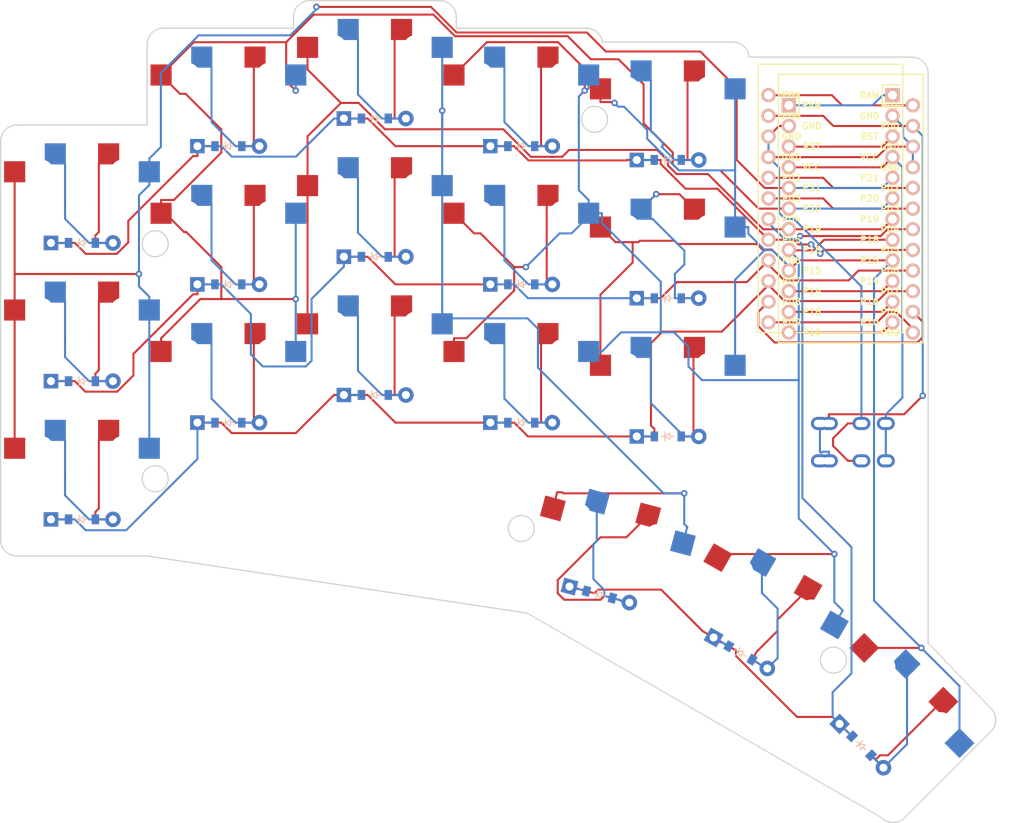
<source format=kicad_pcb>
(kicad_pcb (version 20171130) (host pcbnew 5.0.1-33cea8e~67~ubuntu18.04.1)

  (general
    (thickness 1.6)
    (drawings 32)
    (tracks 646)
    (zones 0)
    (modules 39)
    (nets 41)
  )

  (page A3)
  (title_block
    (title KEYBOARD_NAME_HERE)
    (rev VERSION_HERE)
    (company YOUR_NAME_HERE)
  )

  (layers
    (0 F.Cu signal)
    (31 B.Cu signal)
    (32 B.Adhes user)
    (33 F.Adhes user)
    (34 B.Paste user)
    (35 F.Paste user)
    (36 B.SilkS user)
    (37 F.SilkS user)
    (38 B.Mask user)
    (39 F.Mask user)
    (40 Dwgs.User user)
    (41 Cmts.User user)
    (42 Eco1.User user)
    (43 Eco2.User user)
    (44 Edge.Cuts user)
    (45 Margin user)
    (46 B.CrtYd user)
    (47 F.CrtYd user)
    (48 B.Fab user)
    (49 F.Fab user)
  )

  (setup
    (last_trace_width 0.25)
    (trace_clearance 0.2)
    (zone_clearance 0.508)
    (zone_45_only no)
    (trace_min 0.2)
    (segment_width 0.2)
    (edge_width 0.05)
    (via_size 0.8)
    (via_drill 0.4)
    (via_min_size 0.4)
    (via_min_drill 0.3)
    (uvia_size 0.3)
    (uvia_drill 0.1)
    (uvias_allowed no)
    (uvia_min_size 0.2)
    (uvia_min_drill 0.1)
    (pcb_text_width 0.3)
    (pcb_text_size 1.5 1.5)
    (mod_edge_width 0.12)
    (mod_text_size 1 1)
    (mod_text_width 0.15)
    (pad_size 1.524 1.524)
    (pad_drill 0.762)
    (pad_to_mask_clearance 0.05)
    (solder_mask_min_width 0.25)
    (aux_axis_origin 0 0)
    (visible_elements FFFFFF7F)
    (pcbplotparams
      (layerselection 0x010fc_ffffffff)
      (usegerberextensions false)
      (usegerberattributes true)
      (usegerberadvancedattributes true)
      (creategerberjobfile true)
      (excludeedgelayer true)
      (linewidth 0.100000)
      (plotframeref false)
      (viasonmask false)
      (mode 1)
      (useauxorigin false)
      (hpglpennumber 1)
      (hpglpenspeed 20)
      (hpglpendiameter 15.000000)
      (psnegative false)
      (psa4output false)
      (plotreference true)
      (plotvalue true)
      (plotinvisibletext false)
      (padsonsilk false)
      (subtractmaskfromsilk false)
      (outputformat 1)
      (mirror false)
      (drillshape 1)
      (scaleselection 1)
      (outputdirectory ""))
  )

  (net 0 "")
  (net 1 pinky_bottom)
  (net 2 P21)
  (net 3 P7)
  (net 4 pinky_home)
  (net 5 P6)
  (net 6 pinky_top)
  (net 7 P5)
  (net 8 ring_bottom)
  (net 9 P20)
  (net 10 ring_home)
  (net 11 ring_top)
  (net 12 middle_bottom)
  (net 13 P19)
  (net 14 middle_home)
  (net 15 middle_top)
  (net 16 index_bottom)
  (net 17 P18)
  (net 18 index_home)
  (net 19 index_top)
  (net 20 inner_bottom)
  (net 21 P15)
  (net 22 inner_home)
  (net 23 inner_top)
  (net 24 near_thumb)
  (net 25 P4)
  (net 26 home_thumb)
  (net 27 far_thumb)
  (net 28 RAW)
  (net 29 GND)
  (net 30 RST)
  (net 31 VCC)
  (net 32 P14)
  (net 33 P16)
  (net 34 P10)
  (net 35 P1)
  (net 36 P0)
  (net 37 P2)
  (net 38 P3)
  (net 39 P8)
  (net 40 P9)

  (net_class Default "This is the default net class."
    (clearance 0.2)
    (trace_width 0.25)
    (via_dia 0.8)
    (via_drill 0.4)
    (uvia_dia 0.3)
    (uvia_drill 0.1)
    (add_net GND)
    (add_net P0)
    (add_net P1)
    (add_net P10)
    (add_net P14)
    (add_net P15)
    (add_net P16)
    (add_net P18)
    (add_net P19)
    (add_net P2)
    (add_net P20)
    (add_net P21)
    (add_net P3)
    (add_net P4)
    (add_net P5)
    (add_net P6)
    (add_net P7)
    (add_net P8)
    (add_net P9)
    (add_net RAW)
    (add_net RST)
    (add_net VCC)
    (add_net far_thumb)
    (add_net home_thumb)
    (add_net index_bottom)
    (add_net index_home)
    (add_net index_top)
    (add_net inner_bottom)
    (add_net inner_home)
    (add_net inner_top)
    (add_net middle_bottom)
    (add_net middle_home)
    (add_net middle_top)
    (add_net near_thumb)
    (add_net pinky_bottom)
    (add_net pinky_home)
    (add_net pinky_top)
    (add_net ring_bottom)
    (add_net ring_home)
    (add_net ring_top)
  )

  (module PG1350 (layer F.Cu) (tedit 5DD50112) (tstamp 0)
    (at 18 0)
    (fp_text reference S1 (at 0 0) (layer F.SilkS) hide
      (effects (font (size 1.27 1.27) (thickness 0.15)))
    )
    (fp_text value "" (at 0 0) (layer F.SilkS) hide
      (effects (font (size 1.27 1.27) (thickness 0.15)))
    )
    (fp_line (start -7 -6) (end -7 -7) (layer Dwgs.User) (width 0.15))
    (fp_line (start -7 7) (end -6 7) (layer Dwgs.User) (width 0.15))
    (fp_line (start -6 -7) (end -7 -7) (layer Dwgs.User) (width 0.15))
    (fp_line (start -7 7) (end -7 6) (layer Dwgs.User) (width 0.15))
    (fp_line (start 7 6) (end 7 7) (layer Dwgs.User) (width 0.15))
    (fp_line (start 7 -7) (end 6 -7) (layer Dwgs.User) (width 0.15))
    (fp_line (start 6 7) (end 7 7) (layer Dwgs.User) (width 0.15))
    (fp_line (start 7 -7) (end 7 -6) (layer Dwgs.User) (width 0.15))
    (fp_line (start -9 -8.5) (end 9 -8.5) (layer Dwgs.User) (width 0.15))
    (fp_line (start 9 -8.5) (end 9 8.5) (layer Dwgs.User) (width 0.15))
    (fp_line (start 9 8.5) (end -9 8.5) (layer Dwgs.User) (width 0.15))
    (fp_line (start -9 8.5) (end -9 -8.5) (layer Dwgs.User) (width 0.15))
    (pad "" np_thru_hole circle (at 0 0) (size 3.429 3.429) (drill 3.429) (layers *.Cu *.Mask))
    (pad "" np_thru_hole circle (at 5.5 0) (size 1.7018 1.7018) (drill 1.7018) (layers *.Cu *.Mask))
    (pad "" np_thru_hole circle (at -5.5 0) (size 1.7018 1.7018) (drill 1.7018) (layers *.Cu *.Mask))
    (pad "" np_thru_hole circle (at 5 -3.75) (size 3 3) (drill 3) (layers *.Cu *.Mask))
    (pad "" np_thru_hole circle (at 0 -5.95) (size 3 3) (drill 3) (layers *.Cu *.Mask))
    (pad 1 smd rect (at -3.275 -5.95) (size 2.6 2.6) (layers B.Cu B.Paste B.Mask)
      (net 1 pinky_bottom))
    (pad 2 smd rect (at 8.275 -3.75) (size 2.6 2.6) (layers B.Cu B.Paste B.Mask)
      (net 2 P21))
    (pad "" np_thru_hole circle (at -5 -3.75) (size 3 3) (drill 3) (layers *.Cu *.Mask))
    (pad "" np_thru_hole circle (at 0 -5.95) (size 3 3) (drill 3) (layers *.Cu *.Mask))
    (pad 1 smd rect (at 3.275 -5.95) (size 2.6 2.6) (layers F.Cu F.Paste F.Mask)
      (net 1 pinky_bottom))
    (pad 2 smd rect (at -8.275 -3.75) (size 2.6 2.6) (layers F.Cu F.Paste F.Mask)
      (net 2 P21))
  )

  (module ComboDiode (layer F.Cu) (tedit 5B24D78E) (tstamp 0)
    (at 18 5)
    (fp_text reference D1 (at 0 0) (layer F.SilkS) hide
      (effects (font (size 1.27 1.27) (thickness 0.15)))
    )
    (fp_text value "" (at 0 0) (layer F.SilkS) hide
      (effects (font (size 1.27 1.27) (thickness 0.15)))
    )
    (fp_line (start 0.25 0) (end 0.75 0) (layer F.SilkS) (width 0.1))
    (fp_line (start 0.25 0.4) (end -0.35 0) (layer F.SilkS) (width 0.1))
    (fp_line (start 0.25 -0.4) (end 0.25 0.4) (layer F.SilkS) (width 0.1))
    (fp_line (start -0.35 0) (end 0.25 -0.4) (layer F.SilkS) (width 0.1))
    (fp_line (start -0.35 0) (end -0.35 0.55) (layer F.SilkS) (width 0.1))
    (fp_line (start -0.35 0) (end -0.35 -0.55) (layer F.SilkS) (width 0.1))
    (fp_line (start -0.75 0) (end -0.35 0) (layer F.SilkS) (width 0.1))
    (fp_line (start 0.25 0) (end 0.75 0) (layer B.SilkS) (width 0.1))
    (fp_line (start 0.25 0.4) (end -0.35 0) (layer B.SilkS) (width 0.1))
    (fp_line (start 0.25 -0.4) (end 0.25 0.4) (layer B.SilkS) (width 0.1))
    (fp_line (start -0.35 0) (end 0.25 -0.4) (layer B.SilkS) (width 0.1))
    (fp_line (start -0.35 0) (end -0.35 0.55) (layer B.SilkS) (width 0.1))
    (fp_line (start -0.35 0) (end -0.35 -0.55) (layer B.SilkS) (width 0.1))
    (fp_line (start -0.75 0) (end -0.35 0) (layer B.SilkS) (width 0.1))
    (pad 1 smd rect (at -1.65 0) (size 0.9 1.2) (layers F.Cu F.Paste F.Mask)
      (net 3 P7))
    (pad 2 smd rect (at 1.65 0) (size 0.9 1.2) (layers B.Cu B.Paste B.Mask)
      (net 1 pinky_bottom))
    (pad 1 smd rect (at -1.65 0) (size 0.9 1.2) (layers B.Cu B.Paste B.Mask)
      (net 3 P7))
    (pad 2 smd rect (at 1.65 0) (size 0.9 1.2) (layers F.Cu F.Paste F.Mask)
      (net 1 pinky_bottom))
    (pad 1 thru_hole circle (at 3.81 0) (size 1.905 1.905) (drill 0.9906) (layers *.Cu *.Mask)
      (net 1 pinky_bottom))
    (pad 2 thru_hole rect (at -3.81 0) (size 1.778 1.778) (drill 0.9906) (layers *.Cu *.Mask)
      (net 3 P7))
  )

  (module PG1350 (layer F.Cu) (tedit 5DD50112) (tstamp 0)
    (at 18 -17)
    (fp_text reference S2 (at 0 0) (layer F.SilkS) hide
      (effects (font (size 1.27 1.27) (thickness 0.15)))
    )
    (fp_text value "" (at 0 0) (layer F.SilkS) hide
      (effects (font (size 1.27 1.27) (thickness 0.15)))
    )
    (fp_line (start -7 -6) (end -7 -7) (layer Dwgs.User) (width 0.15))
    (fp_line (start -7 7) (end -6 7) (layer Dwgs.User) (width 0.15))
    (fp_line (start -6 -7) (end -7 -7) (layer Dwgs.User) (width 0.15))
    (fp_line (start -7 7) (end -7 6) (layer Dwgs.User) (width 0.15))
    (fp_line (start 7 6) (end 7 7) (layer Dwgs.User) (width 0.15))
    (fp_line (start 7 -7) (end 6 -7) (layer Dwgs.User) (width 0.15))
    (fp_line (start 6 7) (end 7 7) (layer Dwgs.User) (width 0.15))
    (fp_line (start 7 -7) (end 7 -6) (layer Dwgs.User) (width 0.15))
    (fp_line (start -9 -8.5) (end 9 -8.5) (layer Dwgs.User) (width 0.15))
    (fp_line (start 9 -8.5) (end 9 8.5) (layer Dwgs.User) (width 0.15))
    (fp_line (start 9 8.5) (end -9 8.5) (layer Dwgs.User) (width 0.15))
    (fp_line (start -9 8.5) (end -9 -8.5) (layer Dwgs.User) (width 0.15))
    (pad "" np_thru_hole circle (at 0 0) (size 3.429 3.429) (drill 3.429) (layers *.Cu *.Mask))
    (pad "" np_thru_hole circle (at 5.5 0) (size 1.7018 1.7018) (drill 1.7018) (layers *.Cu *.Mask))
    (pad "" np_thru_hole circle (at -5.5 0) (size 1.7018 1.7018) (drill 1.7018) (layers *.Cu *.Mask))
    (pad "" np_thru_hole circle (at 5 -3.75) (size 3 3) (drill 3) (layers *.Cu *.Mask))
    (pad "" np_thru_hole circle (at 0 -5.95) (size 3 3) (drill 3) (layers *.Cu *.Mask))
    (pad 1 smd rect (at -3.275 -5.95) (size 2.6 2.6) (layers B.Cu B.Paste B.Mask)
      (net 4 pinky_home))
    (pad 2 smd rect (at 8.275 -3.75) (size 2.6 2.6) (layers B.Cu B.Paste B.Mask)
      (net 2 P21))
    (pad "" np_thru_hole circle (at -5 -3.75) (size 3 3) (drill 3) (layers *.Cu *.Mask))
    (pad "" np_thru_hole circle (at 0 -5.95) (size 3 3) (drill 3) (layers *.Cu *.Mask))
    (pad 1 smd rect (at 3.275 -5.95) (size 2.6 2.6) (layers F.Cu F.Paste F.Mask)
      (net 4 pinky_home))
    (pad 2 smd rect (at -8.275 -3.75) (size 2.6 2.6) (layers F.Cu F.Paste F.Mask)
      (net 2 P21))
  )

  (module ComboDiode (layer F.Cu) (tedit 5B24D78E) (tstamp 0)
    (at 18 -12)
    (fp_text reference D2 (at 0 0) (layer F.SilkS) hide
      (effects (font (size 1.27 1.27) (thickness 0.15)))
    )
    (fp_text value "" (at 0 0) (layer F.SilkS) hide
      (effects (font (size 1.27 1.27) (thickness 0.15)))
    )
    (fp_line (start 0.25 0) (end 0.75 0) (layer F.SilkS) (width 0.1))
    (fp_line (start 0.25 0.4) (end -0.35 0) (layer F.SilkS) (width 0.1))
    (fp_line (start 0.25 -0.4) (end 0.25 0.4) (layer F.SilkS) (width 0.1))
    (fp_line (start -0.35 0) (end 0.25 -0.4) (layer F.SilkS) (width 0.1))
    (fp_line (start -0.35 0) (end -0.35 0.55) (layer F.SilkS) (width 0.1))
    (fp_line (start -0.35 0) (end -0.35 -0.55) (layer F.SilkS) (width 0.1))
    (fp_line (start -0.75 0) (end -0.35 0) (layer F.SilkS) (width 0.1))
    (fp_line (start 0.25 0) (end 0.75 0) (layer B.SilkS) (width 0.1))
    (fp_line (start 0.25 0.4) (end -0.35 0) (layer B.SilkS) (width 0.1))
    (fp_line (start 0.25 -0.4) (end 0.25 0.4) (layer B.SilkS) (width 0.1))
    (fp_line (start -0.35 0) (end 0.25 -0.4) (layer B.SilkS) (width 0.1))
    (fp_line (start -0.35 0) (end -0.35 0.55) (layer B.SilkS) (width 0.1))
    (fp_line (start -0.35 0) (end -0.35 -0.55) (layer B.SilkS) (width 0.1))
    (fp_line (start -0.75 0) (end -0.35 0) (layer B.SilkS) (width 0.1))
    (pad 1 smd rect (at -1.65 0) (size 0.9 1.2) (layers F.Cu F.Paste F.Mask)
      (net 5 P6))
    (pad 2 smd rect (at 1.65 0) (size 0.9 1.2) (layers B.Cu B.Paste B.Mask)
      (net 4 pinky_home))
    (pad 1 smd rect (at -1.65 0) (size 0.9 1.2) (layers B.Cu B.Paste B.Mask)
      (net 5 P6))
    (pad 2 smd rect (at 1.65 0) (size 0.9 1.2) (layers F.Cu F.Paste F.Mask)
      (net 4 pinky_home))
    (pad 1 thru_hole circle (at 3.81 0) (size 1.905 1.905) (drill 0.9906) (layers *.Cu *.Mask)
      (net 4 pinky_home))
    (pad 2 thru_hole rect (at -3.81 0) (size 1.778 1.778) (drill 0.9906) (layers *.Cu *.Mask)
      (net 5 P6))
  )

  (module PG1350 (layer F.Cu) (tedit 5DD50112) (tstamp 0)
    (at 18 -34)
    (fp_text reference S3 (at 0 0) (layer F.SilkS) hide
      (effects (font (size 1.27 1.27) (thickness 0.15)))
    )
    (fp_text value "" (at 0 0) (layer F.SilkS) hide
      (effects (font (size 1.27 1.27) (thickness 0.15)))
    )
    (fp_line (start -7 -6) (end -7 -7) (layer Dwgs.User) (width 0.15))
    (fp_line (start -7 7) (end -6 7) (layer Dwgs.User) (width 0.15))
    (fp_line (start -6 -7) (end -7 -7) (layer Dwgs.User) (width 0.15))
    (fp_line (start -7 7) (end -7 6) (layer Dwgs.User) (width 0.15))
    (fp_line (start 7 6) (end 7 7) (layer Dwgs.User) (width 0.15))
    (fp_line (start 7 -7) (end 6 -7) (layer Dwgs.User) (width 0.15))
    (fp_line (start 6 7) (end 7 7) (layer Dwgs.User) (width 0.15))
    (fp_line (start 7 -7) (end 7 -6) (layer Dwgs.User) (width 0.15))
    (fp_line (start -9 -8.5) (end 9 -8.5) (layer Dwgs.User) (width 0.15))
    (fp_line (start 9 -8.5) (end 9 8.5) (layer Dwgs.User) (width 0.15))
    (fp_line (start 9 8.5) (end -9 8.5) (layer Dwgs.User) (width 0.15))
    (fp_line (start -9 8.5) (end -9 -8.5) (layer Dwgs.User) (width 0.15))
    (pad "" np_thru_hole circle (at 0 0) (size 3.429 3.429) (drill 3.429) (layers *.Cu *.Mask))
    (pad "" np_thru_hole circle (at 5.5 0) (size 1.7018 1.7018) (drill 1.7018) (layers *.Cu *.Mask))
    (pad "" np_thru_hole circle (at -5.5 0) (size 1.7018 1.7018) (drill 1.7018) (layers *.Cu *.Mask))
    (pad "" np_thru_hole circle (at 5 -3.75) (size 3 3) (drill 3) (layers *.Cu *.Mask))
    (pad "" np_thru_hole circle (at 0 -5.95) (size 3 3) (drill 3) (layers *.Cu *.Mask))
    (pad 1 smd rect (at -3.275 -5.95) (size 2.6 2.6) (layers B.Cu B.Paste B.Mask)
      (net 6 pinky_top))
    (pad 2 smd rect (at 8.275 -3.75) (size 2.6 2.6) (layers B.Cu B.Paste B.Mask)
      (net 2 P21))
    (pad "" np_thru_hole circle (at -5 -3.75) (size 3 3) (drill 3) (layers *.Cu *.Mask))
    (pad "" np_thru_hole circle (at 0 -5.95) (size 3 3) (drill 3) (layers *.Cu *.Mask))
    (pad 1 smd rect (at 3.275 -5.95) (size 2.6 2.6) (layers F.Cu F.Paste F.Mask)
      (net 6 pinky_top))
    (pad 2 smd rect (at -8.275 -3.75) (size 2.6 2.6) (layers F.Cu F.Paste F.Mask)
      (net 2 P21))
  )

  (module ComboDiode (layer F.Cu) (tedit 5B24D78E) (tstamp 0)
    (at 18 -29)
    (fp_text reference D3 (at 0 0) (layer F.SilkS) hide
      (effects (font (size 1.27 1.27) (thickness 0.15)))
    )
    (fp_text value "" (at 0 0) (layer F.SilkS) hide
      (effects (font (size 1.27 1.27) (thickness 0.15)))
    )
    (fp_line (start 0.25 0) (end 0.75 0) (layer F.SilkS) (width 0.1))
    (fp_line (start 0.25 0.4) (end -0.35 0) (layer F.SilkS) (width 0.1))
    (fp_line (start 0.25 -0.4) (end 0.25 0.4) (layer F.SilkS) (width 0.1))
    (fp_line (start -0.35 0) (end 0.25 -0.4) (layer F.SilkS) (width 0.1))
    (fp_line (start -0.35 0) (end -0.35 0.55) (layer F.SilkS) (width 0.1))
    (fp_line (start -0.35 0) (end -0.35 -0.55) (layer F.SilkS) (width 0.1))
    (fp_line (start -0.75 0) (end -0.35 0) (layer F.SilkS) (width 0.1))
    (fp_line (start 0.25 0) (end 0.75 0) (layer B.SilkS) (width 0.1))
    (fp_line (start 0.25 0.4) (end -0.35 0) (layer B.SilkS) (width 0.1))
    (fp_line (start 0.25 -0.4) (end 0.25 0.4) (layer B.SilkS) (width 0.1))
    (fp_line (start -0.35 0) (end 0.25 -0.4) (layer B.SilkS) (width 0.1))
    (fp_line (start -0.35 0) (end -0.35 0.55) (layer B.SilkS) (width 0.1))
    (fp_line (start -0.35 0) (end -0.35 -0.55) (layer B.SilkS) (width 0.1))
    (fp_line (start -0.75 0) (end -0.35 0) (layer B.SilkS) (width 0.1))
    (pad 1 smd rect (at -1.65 0) (size 0.9 1.2) (layers F.Cu F.Paste F.Mask)
      (net 7 P5))
    (pad 2 smd rect (at 1.65 0) (size 0.9 1.2) (layers B.Cu B.Paste B.Mask)
      (net 6 pinky_top))
    (pad 1 smd rect (at -1.65 0) (size 0.9 1.2) (layers B.Cu B.Paste B.Mask)
      (net 7 P5))
    (pad 2 smd rect (at 1.65 0) (size 0.9 1.2) (layers F.Cu F.Paste F.Mask)
      (net 6 pinky_top))
    (pad 1 thru_hole circle (at 3.81 0) (size 1.905 1.905) (drill 0.9906) (layers *.Cu *.Mask)
      (net 6 pinky_top))
    (pad 2 thru_hole rect (at -3.81 0) (size 1.778 1.778) (drill 0.9906) (layers *.Cu *.Mask)
      (net 7 P5))
  )

  (module PG1350 (layer F.Cu) (tedit 5DD50112) (tstamp 0)
    (at 36 -11.9)
    (fp_text reference S4 (at 0 0) (layer F.SilkS) hide
      (effects (font (size 1.27 1.27) (thickness 0.15)))
    )
    (fp_text value "" (at 0 0) (layer F.SilkS) hide
      (effects (font (size 1.27 1.27) (thickness 0.15)))
    )
    (fp_line (start -7 -6) (end -7 -7) (layer Dwgs.User) (width 0.15))
    (fp_line (start -7 7) (end -6 7) (layer Dwgs.User) (width 0.15))
    (fp_line (start -6 -7) (end -7 -7) (layer Dwgs.User) (width 0.15))
    (fp_line (start -7 7) (end -7 6) (layer Dwgs.User) (width 0.15))
    (fp_line (start 7 6) (end 7 7) (layer Dwgs.User) (width 0.15))
    (fp_line (start 7 -7) (end 6 -7) (layer Dwgs.User) (width 0.15))
    (fp_line (start 6 7) (end 7 7) (layer Dwgs.User) (width 0.15))
    (fp_line (start 7 -7) (end 7 -6) (layer Dwgs.User) (width 0.15))
    (fp_line (start -9 -8.5) (end 9 -8.5) (layer Dwgs.User) (width 0.15))
    (fp_line (start 9 -8.5) (end 9 8.5) (layer Dwgs.User) (width 0.15))
    (fp_line (start 9 8.5) (end -9 8.5) (layer Dwgs.User) (width 0.15))
    (fp_line (start -9 8.5) (end -9 -8.5) (layer Dwgs.User) (width 0.15))
    (pad "" np_thru_hole circle (at 0 0) (size 3.429 3.429) (drill 3.429) (layers *.Cu *.Mask))
    (pad "" np_thru_hole circle (at 5.5 0) (size 1.7018 1.7018) (drill 1.7018) (layers *.Cu *.Mask))
    (pad "" np_thru_hole circle (at -5.5 0) (size 1.7018 1.7018) (drill 1.7018) (layers *.Cu *.Mask))
    (pad "" np_thru_hole circle (at 5 -3.75) (size 3 3) (drill 3) (layers *.Cu *.Mask))
    (pad "" np_thru_hole circle (at 0 -5.95) (size 3 3) (drill 3) (layers *.Cu *.Mask))
    (pad 1 smd rect (at -3.275 -5.95) (size 2.6 2.6) (layers B.Cu B.Paste B.Mask)
      (net 8 ring_bottom))
    (pad 2 smd rect (at 8.275 -3.75) (size 2.6 2.6) (layers B.Cu B.Paste B.Mask)
      (net 9 P20))
    (pad "" np_thru_hole circle (at -5 -3.75) (size 3 3) (drill 3) (layers *.Cu *.Mask))
    (pad "" np_thru_hole circle (at 0 -5.95) (size 3 3) (drill 3) (layers *.Cu *.Mask))
    (pad 1 smd rect (at 3.275 -5.95) (size 2.6 2.6) (layers F.Cu F.Paste F.Mask)
      (net 8 ring_bottom))
    (pad 2 smd rect (at -8.275 -3.75) (size 2.6 2.6) (layers F.Cu F.Paste F.Mask)
      (net 9 P20))
  )

  (module ComboDiode (layer F.Cu) (tedit 5B24D78E) (tstamp 0)
    (at 36 -6.9)
    (fp_text reference D4 (at 0 0) (layer F.SilkS) hide
      (effects (font (size 1.27 1.27) (thickness 0.15)))
    )
    (fp_text value "" (at 0 0) (layer F.SilkS) hide
      (effects (font (size 1.27 1.27) (thickness 0.15)))
    )
    (fp_line (start 0.25 0) (end 0.75 0) (layer F.SilkS) (width 0.1))
    (fp_line (start 0.25 0.4) (end -0.35 0) (layer F.SilkS) (width 0.1))
    (fp_line (start 0.25 -0.4) (end 0.25 0.4) (layer F.SilkS) (width 0.1))
    (fp_line (start -0.35 0) (end 0.25 -0.4) (layer F.SilkS) (width 0.1))
    (fp_line (start -0.35 0) (end -0.35 0.55) (layer F.SilkS) (width 0.1))
    (fp_line (start -0.35 0) (end -0.35 -0.55) (layer F.SilkS) (width 0.1))
    (fp_line (start -0.75 0) (end -0.35 0) (layer F.SilkS) (width 0.1))
    (fp_line (start 0.25 0) (end 0.75 0) (layer B.SilkS) (width 0.1))
    (fp_line (start 0.25 0.4) (end -0.35 0) (layer B.SilkS) (width 0.1))
    (fp_line (start 0.25 -0.4) (end 0.25 0.4) (layer B.SilkS) (width 0.1))
    (fp_line (start -0.35 0) (end 0.25 -0.4) (layer B.SilkS) (width 0.1))
    (fp_line (start -0.35 0) (end -0.35 0.55) (layer B.SilkS) (width 0.1))
    (fp_line (start -0.35 0) (end -0.35 -0.55) (layer B.SilkS) (width 0.1))
    (fp_line (start -0.75 0) (end -0.35 0) (layer B.SilkS) (width 0.1))
    (pad 1 smd rect (at -1.65 0) (size 0.9 1.2) (layers F.Cu F.Paste F.Mask)
      (net 3 P7))
    (pad 2 smd rect (at 1.65 0) (size 0.9 1.2) (layers B.Cu B.Paste B.Mask)
      (net 8 ring_bottom))
    (pad 1 smd rect (at -1.65 0) (size 0.9 1.2) (layers B.Cu B.Paste B.Mask)
      (net 3 P7))
    (pad 2 smd rect (at 1.65 0) (size 0.9 1.2) (layers F.Cu F.Paste F.Mask)
      (net 8 ring_bottom))
    (pad 1 thru_hole circle (at 3.81 0) (size 1.905 1.905) (drill 0.9906) (layers *.Cu *.Mask)
      (net 8 ring_bottom))
    (pad 2 thru_hole rect (at -3.81 0) (size 1.778 1.778) (drill 0.9906) (layers *.Cu *.Mask)
      (net 3 P7))
  )

  (module PG1350 (layer F.Cu) (tedit 5DD50112) (tstamp 0)
    (at 36 -28.9)
    (fp_text reference S5 (at 0 0) (layer F.SilkS) hide
      (effects (font (size 1.27 1.27) (thickness 0.15)))
    )
    (fp_text value "" (at 0 0) (layer F.SilkS) hide
      (effects (font (size 1.27 1.27) (thickness 0.15)))
    )
    (fp_line (start -7 -6) (end -7 -7) (layer Dwgs.User) (width 0.15))
    (fp_line (start -7 7) (end -6 7) (layer Dwgs.User) (width 0.15))
    (fp_line (start -6 -7) (end -7 -7) (layer Dwgs.User) (width 0.15))
    (fp_line (start -7 7) (end -7 6) (layer Dwgs.User) (width 0.15))
    (fp_line (start 7 6) (end 7 7) (layer Dwgs.User) (width 0.15))
    (fp_line (start 7 -7) (end 6 -7) (layer Dwgs.User) (width 0.15))
    (fp_line (start 6 7) (end 7 7) (layer Dwgs.User) (width 0.15))
    (fp_line (start 7 -7) (end 7 -6) (layer Dwgs.User) (width 0.15))
    (fp_line (start -9 -8.5) (end 9 -8.5) (layer Dwgs.User) (width 0.15))
    (fp_line (start 9 -8.5) (end 9 8.5) (layer Dwgs.User) (width 0.15))
    (fp_line (start 9 8.5) (end -9 8.5) (layer Dwgs.User) (width 0.15))
    (fp_line (start -9 8.5) (end -9 -8.5) (layer Dwgs.User) (width 0.15))
    (pad "" np_thru_hole circle (at 0 0) (size 3.429 3.429) (drill 3.429) (layers *.Cu *.Mask))
    (pad "" np_thru_hole circle (at 5.5 0) (size 1.7018 1.7018) (drill 1.7018) (layers *.Cu *.Mask))
    (pad "" np_thru_hole circle (at -5.5 0) (size 1.7018 1.7018) (drill 1.7018) (layers *.Cu *.Mask))
    (pad "" np_thru_hole circle (at 5 -3.75) (size 3 3) (drill 3) (layers *.Cu *.Mask))
    (pad "" np_thru_hole circle (at 0 -5.95) (size 3 3) (drill 3) (layers *.Cu *.Mask))
    (pad 1 smd rect (at -3.275 -5.95) (size 2.6 2.6) (layers B.Cu B.Paste B.Mask)
      (net 10 ring_home))
    (pad 2 smd rect (at 8.275 -3.75) (size 2.6 2.6) (layers B.Cu B.Paste B.Mask)
      (net 9 P20))
    (pad "" np_thru_hole circle (at -5 -3.75) (size 3 3) (drill 3) (layers *.Cu *.Mask))
    (pad "" np_thru_hole circle (at 0 -5.95) (size 3 3) (drill 3) (layers *.Cu *.Mask))
    (pad 1 smd rect (at 3.275 -5.95) (size 2.6 2.6) (layers F.Cu F.Paste F.Mask)
      (net 10 ring_home))
    (pad 2 smd rect (at -8.275 -3.75) (size 2.6 2.6) (layers F.Cu F.Paste F.Mask)
      (net 9 P20))
  )

  (module ComboDiode (layer F.Cu) (tedit 5B24D78E) (tstamp 0)
    (at 36 -23.9)
    (fp_text reference D5 (at 0 0) (layer F.SilkS) hide
      (effects (font (size 1.27 1.27) (thickness 0.15)))
    )
    (fp_text value "" (at 0 0) (layer F.SilkS) hide
      (effects (font (size 1.27 1.27) (thickness 0.15)))
    )
    (fp_line (start 0.25 0) (end 0.75 0) (layer F.SilkS) (width 0.1))
    (fp_line (start 0.25 0.4) (end -0.35 0) (layer F.SilkS) (width 0.1))
    (fp_line (start 0.25 -0.4) (end 0.25 0.4) (layer F.SilkS) (width 0.1))
    (fp_line (start -0.35 0) (end 0.25 -0.4) (layer F.SilkS) (width 0.1))
    (fp_line (start -0.35 0) (end -0.35 0.55) (layer F.SilkS) (width 0.1))
    (fp_line (start -0.35 0) (end -0.35 -0.55) (layer F.SilkS) (width 0.1))
    (fp_line (start -0.75 0) (end -0.35 0) (layer F.SilkS) (width 0.1))
    (fp_line (start 0.25 0) (end 0.75 0) (layer B.SilkS) (width 0.1))
    (fp_line (start 0.25 0.4) (end -0.35 0) (layer B.SilkS) (width 0.1))
    (fp_line (start 0.25 -0.4) (end 0.25 0.4) (layer B.SilkS) (width 0.1))
    (fp_line (start -0.35 0) (end 0.25 -0.4) (layer B.SilkS) (width 0.1))
    (fp_line (start -0.35 0) (end -0.35 0.55) (layer B.SilkS) (width 0.1))
    (fp_line (start -0.35 0) (end -0.35 -0.55) (layer B.SilkS) (width 0.1))
    (fp_line (start -0.75 0) (end -0.35 0) (layer B.SilkS) (width 0.1))
    (pad 1 smd rect (at -1.65 0) (size 0.9 1.2) (layers F.Cu F.Paste F.Mask)
      (net 5 P6))
    (pad 2 smd rect (at 1.65 0) (size 0.9 1.2) (layers B.Cu B.Paste B.Mask)
      (net 10 ring_home))
    (pad 1 smd rect (at -1.65 0) (size 0.9 1.2) (layers B.Cu B.Paste B.Mask)
      (net 5 P6))
    (pad 2 smd rect (at 1.65 0) (size 0.9 1.2) (layers F.Cu F.Paste F.Mask)
      (net 10 ring_home))
    (pad 1 thru_hole circle (at 3.81 0) (size 1.905 1.905) (drill 0.9906) (layers *.Cu *.Mask)
      (net 10 ring_home))
    (pad 2 thru_hole rect (at -3.81 0) (size 1.778 1.778) (drill 0.9906) (layers *.Cu *.Mask)
      (net 5 P6))
  )

  (module PG1350 (layer F.Cu) (tedit 5DD50112) (tstamp 0)
    (at 36 -45.9)
    (fp_text reference S6 (at 0 0) (layer F.SilkS) hide
      (effects (font (size 1.27 1.27) (thickness 0.15)))
    )
    (fp_text value "" (at 0 0) (layer F.SilkS) hide
      (effects (font (size 1.27 1.27) (thickness 0.15)))
    )
    (fp_line (start -7 -6) (end -7 -7) (layer Dwgs.User) (width 0.15))
    (fp_line (start -7 7) (end -6 7) (layer Dwgs.User) (width 0.15))
    (fp_line (start -6 -7) (end -7 -7) (layer Dwgs.User) (width 0.15))
    (fp_line (start -7 7) (end -7 6) (layer Dwgs.User) (width 0.15))
    (fp_line (start 7 6) (end 7 7) (layer Dwgs.User) (width 0.15))
    (fp_line (start 7 -7) (end 6 -7) (layer Dwgs.User) (width 0.15))
    (fp_line (start 6 7) (end 7 7) (layer Dwgs.User) (width 0.15))
    (fp_line (start 7 -7) (end 7 -6) (layer Dwgs.User) (width 0.15))
    (fp_line (start -9 -8.5) (end 9 -8.5) (layer Dwgs.User) (width 0.15))
    (fp_line (start 9 -8.5) (end 9 8.5) (layer Dwgs.User) (width 0.15))
    (fp_line (start 9 8.5) (end -9 8.5) (layer Dwgs.User) (width 0.15))
    (fp_line (start -9 8.5) (end -9 -8.5) (layer Dwgs.User) (width 0.15))
    (pad "" np_thru_hole circle (at 0 0) (size 3.429 3.429) (drill 3.429) (layers *.Cu *.Mask))
    (pad "" np_thru_hole circle (at 5.5 0) (size 1.7018 1.7018) (drill 1.7018) (layers *.Cu *.Mask))
    (pad "" np_thru_hole circle (at -5.5 0) (size 1.7018 1.7018) (drill 1.7018) (layers *.Cu *.Mask))
    (pad "" np_thru_hole circle (at 5 -3.75) (size 3 3) (drill 3) (layers *.Cu *.Mask))
    (pad "" np_thru_hole circle (at 0 -5.95) (size 3 3) (drill 3) (layers *.Cu *.Mask))
    (pad 1 smd rect (at -3.275 -5.95) (size 2.6 2.6) (layers B.Cu B.Paste B.Mask)
      (net 11 ring_top))
    (pad 2 smd rect (at 8.275 -3.75) (size 2.6 2.6) (layers B.Cu B.Paste B.Mask)
      (net 9 P20))
    (pad "" np_thru_hole circle (at -5 -3.75) (size 3 3) (drill 3) (layers *.Cu *.Mask))
    (pad "" np_thru_hole circle (at 0 -5.95) (size 3 3) (drill 3) (layers *.Cu *.Mask))
    (pad 1 smd rect (at 3.275 -5.95) (size 2.6 2.6) (layers F.Cu F.Paste F.Mask)
      (net 11 ring_top))
    (pad 2 smd rect (at -8.275 -3.75) (size 2.6 2.6) (layers F.Cu F.Paste F.Mask)
      (net 9 P20))
  )

  (module ComboDiode (layer F.Cu) (tedit 5B24D78E) (tstamp 0)
    (at 36 -40.9)
    (fp_text reference D6 (at 0 0) (layer F.SilkS) hide
      (effects (font (size 1.27 1.27) (thickness 0.15)))
    )
    (fp_text value "" (at 0 0) (layer F.SilkS) hide
      (effects (font (size 1.27 1.27) (thickness 0.15)))
    )
    (fp_line (start 0.25 0) (end 0.75 0) (layer F.SilkS) (width 0.1))
    (fp_line (start 0.25 0.4) (end -0.35 0) (layer F.SilkS) (width 0.1))
    (fp_line (start 0.25 -0.4) (end 0.25 0.4) (layer F.SilkS) (width 0.1))
    (fp_line (start -0.35 0) (end 0.25 -0.4) (layer F.SilkS) (width 0.1))
    (fp_line (start -0.35 0) (end -0.35 0.55) (layer F.SilkS) (width 0.1))
    (fp_line (start -0.35 0) (end -0.35 -0.55) (layer F.SilkS) (width 0.1))
    (fp_line (start -0.75 0) (end -0.35 0) (layer F.SilkS) (width 0.1))
    (fp_line (start 0.25 0) (end 0.75 0) (layer B.SilkS) (width 0.1))
    (fp_line (start 0.25 0.4) (end -0.35 0) (layer B.SilkS) (width 0.1))
    (fp_line (start 0.25 -0.4) (end 0.25 0.4) (layer B.SilkS) (width 0.1))
    (fp_line (start -0.35 0) (end 0.25 -0.4) (layer B.SilkS) (width 0.1))
    (fp_line (start -0.35 0) (end -0.35 0.55) (layer B.SilkS) (width 0.1))
    (fp_line (start -0.35 0) (end -0.35 -0.55) (layer B.SilkS) (width 0.1))
    (fp_line (start -0.75 0) (end -0.35 0) (layer B.SilkS) (width 0.1))
    (pad 1 smd rect (at -1.65 0) (size 0.9 1.2) (layers F.Cu F.Paste F.Mask)
      (net 7 P5))
    (pad 2 smd rect (at 1.65 0) (size 0.9 1.2) (layers B.Cu B.Paste B.Mask)
      (net 11 ring_top))
    (pad 1 smd rect (at -1.65 0) (size 0.9 1.2) (layers B.Cu B.Paste B.Mask)
      (net 7 P5))
    (pad 2 smd rect (at 1.65 0) (size 0.9 1.2) (layers F.Cu F.Paste F.Mask)
      (net 11 ring_top))
    (pad 1 thru_hole circle (at 3.81 0) (size 1.905 1.905) (drill 0.9906) (layers *.Cu *.Mask)
      (net 11 ring_top))
    (pad 2 thru_hole rect (at -3.81 0) (size 1.778 1.778) (drill 0.9906) (layers *.Cu *.Mask)
      (net 7 P5))
  )

  (module PG1350 (layer F.Cu) (tedit 5DD50112) (tstamp 0)
    (at 54 -15.3)
    (fp_text reference S7 (at 0 0) (layer F.SilkS) hide
      (effects (font (size 1.27 1.27) (thickness 0.15)))
    )
    (fp_text value "" (at 0 0) (layer F.SilkS) hide
      (effects (font (size 1.27 1.27) (thickness 0.15)))
    )
    (fp_line (start -7 -6) (end -7 -7) (layer Dwgs.User) (width 0.15))
    (fp_line (start -7 7) (end -6 7) (layer Dwgs.User) (width 0.15))
    (fp_line (start -6 -7) (end -7 -7) (layer Dwgs.User) (width 0.15))
    (fp_line (start -7 7) (end -7 6) (layer Dwgs.User) (width 0.15))
    (fp_line (start 7 6) (end 7 7) (layer Dwgs.User) (width 0.15))
    (fp_line (start 7 -7) (end 6 -7) (layer Dwgs.User) (width 0.15))
    (fp_line (start 6 7) (end 7 7) (layer Dwgs.User) (width 0.15))
    (fp_line (start 7 -7) (end 7 -6) (layer Dwgs.User) (width 0.15))
    (fp_line (start -9 -8.5) (end 9 -8.5) (layer Dwgs.User) (width 0.15))
    (fp_line (start 9 -8.5) (end 9 8.5) (layer Dwgs.User) (width 0.15))
    (fp_line (start 9 8.5) (end -9 8.5) (layer Dwgs.User) (width 0.15))
    (fp_line (start -9 8.5) (end -9 -8.5) (layer Dwgs.User) (width 0.15))
    (pad "" np_thru_hole circle (at 0 0) (size 3.429 3.429) (drill 3.429) (layers *.Cu *.Mask))
    (pad "" np_thru_hole circle (at 5.5 0) (size 1.7018 1.7018) (drill 1.7018) (layers *.Cu *.Mask))
    (pad "" np_thru_hole circle (at -5.5 0) (size 1.7018 1.7018) (drill 1.7018) (layers *.Cu *.Mask))
    (pad "" np_thru_hole circle (at 5 -3.75) (size 3 3) (drill 3) (layers *.Cu *.Mask))
    (pad "" np_thru_hole circle (at 0 -5.95) (size 3 3) (drill 3) (layers *.Cu *.Mask))
    (pad 1 smd rect (at -3.275 -5.95) (size 2.6 2.6) (layers B.Cu B.Paste B.Mask)
      (net 12 middle_bottom))
    (pad 2 smd rect (at 8.275 -3.75) (size 2.6 2.6) (layers B.Cu B.Paste B.Mask)
      (net 13 P19))
    (pad "" np_thru_hole circle (at -5 -3.75) (size 3 3) (drill 3) (layers *.Cu *.Mask))
    (pad "" np_thru_hole circle (at 0 -5.95) (size 3 3) (drill 3) (layers *.Cu *.Mask))
    (pad 1 smd rect (at 3.275 -5.95) (size 2.6 2.6) (layers F.Cu F.Paste F.Mask)
      (net 12 middle_bottom))
    (pad 2 smd rect (at -8.275 -3.75) (size 2.6 2.6) (layers F.Cu F.Paste F.Mask)
      (net 13 P19))
  )

  (module ComboDiode (layer F.Cu) (tedit 5B24D78E) (tstamp 0)
    (at 54 -10.3)
    (fp_text reference D7 (at 0 0) (layer F.SilkS) hide
      (effects (font (size 1.27 1.27) (thickness 0.15)))
    )
    (fp_text value "" (at 0 0) (layer F.SilkS) hide
      (effects (font (size 1.27 1.27) (thickness 0.15)))
    )
    (fp_line (start 0.25 0) (end 0.75 0) (layer F.SilkS) (width 0.1))
    (fp_line (start 0.25 0.4) (end -0.35 0) (layer F.SilkS) (width 0.1))
    (fp_line (start 0.25 -0.4) (end 0.25 0.4) (layer F.SilkS) (width 0.1))
    (fp_line (start -0.35 0) (end 0.25 -0.4) (layer F.SilkS) (width 0.1))
    (fp_line (start -0.35 0) (end -0.35 0.55) (layer F.SilkS) (width 0.1))
    (fp_line (start -0.35 0) (end -0.35 -0.55) (layer F.SilkS) (width 0.1))
    (fp_line (start -0.75 0) (end -0.35 0) (layer F.SilkS) (width 0.1))
    (fp_line (start 0.25 0) (end 0.75 0) (layer B.SilkS) (width 0.1))
    (fp_line (start 0.25 0.4) (end -0.35 0) (layer B.SilkS) (width 0.1))
    (fp_line (start 0.25 -0.4) (end 0.25 0.4) (layer B.SilkS) (width 0.1))
    (fp_line (start -0.35 0) (end 0.25 -0.4) (layer B.SilkS) (width 0.1))
    (fp_line (start -0.35 0) (end -0.35 0.55) (layer B.SilkS) (width 0.1))
    (fp_line (start -0.35 0) (end -0.35 -0.55) (layer B.SilkS) (width 0.1))
    (fp_line (start -0.75 0) (end -0.35 0) (layer B.SilkS) (width 0.1))
    (pad 1 smd rect (at -1.65 0) (size 0.9 1.2) (layers F.Cu F.Paste F.Mask)
      (net 3 P7))
    (pad 2 smd rect (at 1.65 0) (size 0.9 1.2) (layers B.Cu B.Paste B.Mask)
      (net 12 middle_bottom))
    (pad 1 smd rect (at -1.65 0) (size 0.9 1.2) (layers B.Cu B.Paste B.Mask)
      (net 3 P7))
    (pad 2 smd rect (at 1.65 0) (size 0.9 1.2) (layers F.Cu F.Paste F.Mask)
      (net 12 middle_bottom))
    (pad 1 thru_hole circle (at 3.81 0) (size 1.905 1.905) (drill 0.9906) (layers *.Cu *.Mask)
      (net 12 middle_bottom))
    (pad 2 thru_hole rect (at -3.81 0) (size 1.778 1.778) (drill 0.9906) (layers *.Cu *.Mask)
      (net 3 P7))
  )

  (module PG1350 (layer F.Cu) (tedit 5DD50112) (tstamp 0)
    (at 54 -32.3)
    (fp_text reference S8 (at 0 0) (layer F.SilkS) hide
      (effects (font (size 1.27 1.27) (thickness 0.15)))
    )
    (fp_text value "" (at 0 0) (layer F.SilkS) hide
      (effects (font (size 1.27 1.27) (thickness 0.15)))
    )
    (fp_line (start -7 -6) (end -7 -7) (layer Dwgs.User) (width 0.15))
    (fp_line (start -7 7) (end -6 7) (layer Dwgs.User) (width 0.15))
    (fp_line (start -6 -7) (end -7 -7) (layer Dwgs.User) (width 0.15))
    (fp_line (start -7 7) (end -7 6) (layer Dwgs.User) (width 0.15))
    (fp_line (start 7 6) (end 7 7) (layer Dwgs.User) (width 0.15))
    (fp_line (start 7 -7) (end 6 -7) (layer Dwgs.User) (width 0.15))
    (fp_line (start 6 7) (end 7 7) (layer Dwgs.User) (width 0.15))
    (fp_line (start 7 -7) (end 7 -6) (layer Dwgs.User) (width 0.15))
    (fp_line (start -9 -8.5) (end 9 -8.5) (layer Dwgs.User) (width 0.15))
    (fp_line (start 9 -8.5) (end 9 8.5) (layer Dwgs.User) (width 0.15))
    (fp_line (start 9 8.5) (end -9 8.5) (layer Dwgs.User) (width 0.15))
    (fp_line (start -9 8.5) (end -9 -8.5) (layer Dwgs.User) (width 0.15))
    (pad "" np_thru_hole circle (at 0 0) (size 3.429 3.429) (drill 3.429) (layers *.Cu *.Mask))
    (pad "" np_thru_hole circle (at 5.5 0) (size 1.7018 1.7018) (drill 1.7018) (layers *.Cu *.Mask))
    (pad "" np_thru_hole circle (at -5.5 0) (size 1.7018 1.7018) (drill 1.7018) (layers *.Cu *.Mask))
    (pad "" np_thru_hole circle (at 5 -3.75) (size 3 3) (drill 3) (layers *.Cu *.Mask))
    (pad "" np_thru_hole circle (at 0 -5.95) (size 3 3) (drill 3) (layers *.Cu *.Mask))
    (pad 1 smd rect (at -3.275 -5.95) (size 2.6 2.6) (layers B.Cu B.Paste B.Mask)
      (net 14 middle_home))
    (pad 2 smd rect (at 8.275 -3.75) (size 2.6 2.6) (layers B.Cu B.Paste B.Mask)
      (net 13 P19))
    (pad "" np_thru_hole circle (at -5 -3.75) (size 3 3) (drill 3) (layers *.Cu *.Mask))
    (pad "" np_thru_hole circle (at 0 -5.95) (size 3 3) (drill 3) (layers *.Cu *.Mask))
    (pad 1 smd rect (at 3.275 -5.95) (size 2.6 2.6) (layers F.Cu F.Paste F.Mask)
      (net 14 middle_home))
    (pad 2 smd rect (at -8.275 -3.75) (size 2.6 2.6) (layers F.Cu F.Paste F.Mask)
      (net 13 P19))
  )

  (module ComboDiode (layer F.Cu) (tedit 5B24D78E) (tstamp 0)
    (at 54 -27.3)
    (fp_text reference D8 (at 0 0) (layer F.SilkS) hide
      (effects (font (size 1.27 1.27) (thickness 0.15)))
    )
    (fp_text value "" (at 0 0) (layer F.SilkS) hide
      (effects (font (size 1.27 1.27) (thickness 0.15)))
    )
    (fp_line (start 0.25 0) (end 0.75 0) (layer F.SilkS) (width 0.1))
    (fp_line (start 0.25 0.4) (end -0.35 0) (layer F.SilkS) (width 0.1))
    (fp_line (start 0.25 -0.4) (end 0.25 0.4) (layer F.SilkS) (width 0.1))
    (fp_line (start -0.35 0) (end 0.25 -0.4) (layer F.SilkS) (width 0.1))
    (fp_line (start -0.35 0) (end -0.35 0.55) (layer F.SilkS) (width 0.1))
    (fp_line (start -0.35 0) (end -0.35 -0.55) (layer F.SilkS) (width 0.1))
    (fp_line (start -0.75 0) (end -0.35 0) (layer F.SilkS) (width 0.1))
    (fp_line (start 0.25 0) (end 0.75 0) (layer B.SilkS) (width 0.1))
    (fp_line (start 0.25 0.4) (end -0.35 0) (layer B.SilkS) (width 0.1))
    (fp_line (start 0.25 -0.4) (end 0.25 0.4) (layer B.SilkS) (width 0.1))
    (fp_line (start -0.35 0) (end 0.25 -0.4) (layer B.SilkS) (width 0.1))
    (fp_line (start -0.35 0) (end -0.35 0.55) (layer B.SilkS) (width 0.1))
    (fp_line (start -0.35 0) (end -0.35 -0.55) (layer B.SilkS) (width 0.1))
    (fp_line (start -0.75 0) (end -0.35 0) (layer B.SilkS) (width 0.1))
    (pad 1 smd rect (at -1.65 0) (size 0.9 1.2) (layers F.Cu F.Paste F.Mask)
      (net 5 P6))
    (pad 2 smd rect (at 1.65 0) (size 0.9 1.2) (layers B.Cu B.Paste B.Mask)
      (net 14 middle_home))
    (pad 1 smd rect (at -1.65 0) (size 0.9 1.2) (layers B.Cu B.Paste B.Mask)
      (net 5 P6))
    (pad 2 smd rect (at 1.65 0) (size 0.9 1.2) (layers F.Cu F.Paste F.Mask)
      (net 14 middle_home))
    (pad 1 thru_hole circle (at 3.81 0) (size 1.905 1.905) (drill 0.9906) (layers *.Cu *.Mask)
      (net 14 middle_home))
    (pad 2 thru_hole rect (at -3.81 0) (size 1.778 1.778) (drill 0.9906) (layers *.Cu *.Mask)
      (net 5 P6))
  )

  (module PG1350 (layer F.Cu) (tedit 5DD50112) (tstamp 0)
    (at 54 -49.3)
    (fp_text reference S9 (at 0 0) (layer F.SilkS) hide
      (effects (font (size 1.27 1.27) (thickness 0.15)))
    )
    (fp_text value "" (at 0 0) (layer F.SilkS) hide
      (effects (font (size 1.27 1.27) (thickness 0.15)))
    )
    (fp_line (start -7 -6) (end -7 -7) (layer Dwgs.User) (width 0.15))
    (fp_line (start -7 7) (end -6 7) (layer Dwgs.User) (width 0.15))
    (fp_line (start -6 -7) (end -7 -7) (layer Dwgs.User) (width 0.15))
    (fp_line (start -7 7) (end -7 6) (layer Dwgs.User) (width 0.15))
    (fp_line (start 7 6) (end 7 7) (layer Dwgs.User) (width 0.15))
    (fp_line (start 7 -7) (end 6 -7) (layer Dwgs.User) (width 0.15))
    (fp_line (start 6 7) (end 7 7) (layer Dwgs.User) (width 0.15))
    (fp_line (start 7 -7) (end 7 -6) (layer Dwgs.User) (width 0.15))
    (fp_line (start -9 -8.5) (end 9 -8.5) (layer Dwgs.User) (width 0.15))
    (fp_line (start 9 -8.5) (end 9 8.5) (layer Dwgs.User) (width 0.15))
    (fp_line (start 9 8.5) (end -9 8.5) (layer Dwgs.User) (width 0.15))
    (fp_line (start -9 8.5) (end -9 -8.5) (layer Dwgs.User) (width 0.15))
    (pad "" np_thru_hole circle (at 0 0) (size 3.429 3.429) (drill 3.429) (layers *.Cu *.Mask))
    (pad "" np_thru_hole circle (at 5.5 0) (size 1.7018 1.7018) (drill 1.7018) (layers *.Cu *.Mask))
    (pad "" np_thru_hole circle (at -5.5 0) (size 1.7018 1.7018) (drill 1.7018) (layers *.Cu *.Mask))
    (pad "" np_thru_hole circle (at 5 -3.75) (size 3 3) (drill 3) (layers *.Cu *.Mask))
    (pad "" np_thru_hole circle (at 0 -5.95) (size 3 3) (drill 3) (layers *.Cu *.Mask))
    (pad 1 smd rect (at -3.275 -5.95) (size 2.6 2.6) (layers B.Cu B.Paste B.Mask)
      (net 15 middle_top))
    (pad 2 smd rect (at 8.275 -3.75) (size 2.6 2.6) (layers B.Cu B.Paste B.Mask)
      (net 13 P19))
    (pad "" np_thru_hole circle (at -5 -3.75) (size 3 3) (drill 3) (layers *.Cu *.Mask))
    (pad "" np_thru_hole circle (at 0 -5.95) (size 3 3) (drill 3) (layers *.Cu *.Mask))
    (pad 1 smd rect (at 3.275 -5.95) (size 2.6 2.6) (layers F.Cu F.Paste F.Mask)
      (net 15 middle_top))
    (pad 2 smd rect (at -8.275 -3.75) (size 2.6 2.6) (layers F.Cu F.Paste F.Mask)
      (net 13 P19))
  )

  (module ComboDiode (layer F.Cu) (tedit 5B24D78E) (tstamp 0)
    (at 54 -44.3)
    (fp_text reference D9 (at 0 0) (layer F.SilkS) hide
      (effects (font (size 1.27 1.27) (thickness 0.15)))
    )
    (fp_text value "" (at 0 0) (layer F.SilkS) hide
      (effects (font (size 1.27 1.27) (thickness 0.15)))
    )
    (fp_line (start 0.25 0) (end 0.75 0) (layer F.SilkS) (width 0.1))
    (fp_line (start 0.25 0.4) (end -0.35 0) (layer F.SilkS) (width 0.1))
    (fp_line (start 0.25 -0.4) (end 0.25 0.4) (layer F.SilkS) (width 0.1))
    (fp_line (start -0.35 0) (end 0.25 -0.4) (layer F.SilkS) (width 0.1))
    (fp_line (start -0.35 0) (end -0.35 0.55) (layer F.SilkS) (width 0.1))
    (fp_line (start -0.35 0) (end -0.35 -0.55) (layer F.SilkS) (width 0.1))
    (fp_line (start -0.75 0) (end -0.35 0) (layer F.SilkS) (width 0.1))
    (fp_line (start 0.25 0) (end 0.75 0) (layer B.SilkS) (width 0.1))
    (fp_line (start 0.25 0.4) (end -0.35 0) (layer B.SilkS) (width 0.1))
    (fp_line (start 0.25 -0.4) (end 0.25 0.4) (layer B.SilkS) (width 0.1))
    (fp_line (start -0.35 0) (end 0.25 -0.4) (layer B.SilkS) (width 0.1))
    (fp_line (start -0.35 0) (end -0.35 0.55) (layer B.SilkS) (width 0.1))
    (fp_line (start -0.35 0) (end -0.35 -0.55) (layer B.SilkS) (width 0.1))
    (fp_line (start -0.75 0) (end -0.35 0) (layer B.SilkS) (width 0.1))
    (pad 1 smd rect (at -1.65 0) (size 0.9 1.2) (layers F.Cu F.Paste F.Mask)
      (net 7 P5))
    (pad 2 smd rect (at 1.65 0) (size 0.9 1.2) (layers B.Cu B.Paste B.Mask)
      (net 15 middle_top))
    (pad 1 smd rect (at -1.65 0) (size 0.9 1.2) (layers B.Cu B.Paste B.Mask)
      (net 7 P5))
    (pad 2 smd rect (at 1.65 0) (size 0.9 1.2) (layers F.Cu F.Paste F.Mask)
      (net 15 middle_top))
    (pad 1 thru_hole circle (at 3.81 0) (size 1.905 1.905) (drill 0.9906) (layers *.Cu *.Mask)
      (net 15 middle_top))
    (pad 2 thru_hole rect (at -3.81 0) (size 1.778 1.778) (drill 0.9906) (layers *.Cu *.Mask)
      (net 7 P5))
  )

  (module PG1350 (layer F.Cu) (tedit 5DD50112) (tstamp 0)
    (at 72 -11.9)
    (fp_text reference S10 (at 0 0) (layer F.SilkS) hide
      (effects (font (size 1.27 1.27) (thickness 0.15)))
    )
    (fp_text value "" (at 0 0) (layer F.SilkS) hide
      (effects (font (size 1.27 1.27) (thickness 0.15)))
    )
    (fp_line (start -7 -6) (end -7 -7) (layer Dwgs.User) (width 0.15))
    (fp_line (start -7 7) (end -6 7) (layer Dwgs.User) (width 0.15))
    (fp_line (start -6 -7) (end -7 -7) (layer Dwgs.User) (width 0.15))
    (fp_line (start -7 7) (end -7 6) (layer Dwgs.User) (width 0.15))
    (fp_line (start 7 6) (end 7 7) (layer Dwgs.User) (width 0.15))
    (fp_line (start 7 -7) (end 6 -7) (layer Dwgs.User) (width 0.15))
    (fp_line (start 6 7) (end 7 7) (layer Dwgs.User) (width 0.15))
    (fp_line (start 7 -7) (end 7 -6) (layer Dwgs.User) (width 0.15))
    (fp_line (start -9 -8.5) (end 9 -8.5) (layer Dwgs.User) (width 0.15))
    (fp_line (start 9 -8.5) (end 9 8.5) (layer Dwgs.User) (width 0.15))
    (fp_line (start 9 8.5) (end -9 8.5) (layer Dwgs.User) (width 0.15))
    (fp_line (start -9 8.5) (end -9 -8.5) (layer Dwgs.User) (width 0.15))
    (pad "" np_thru_hole circle (at 0 0) (size 3.429 3.429) (drill 3.429) (layers *.Cu *.Mask))
    (pad "" np_thru_hole circle (at 5.5 0) (size 1.7018 1.7018) (drill 1.7018) (layers *.Cu *.Mask))
    (pad "" np_thru_hole circle (at -5.5 0) (size 1.7018 1.7018) (drill 1.7018) (layers *.Cu *.Mask))
    (pad "" np_thru_hole circle (at 5 -3.75) (size 3 3) (drill 3) (layers *.Cu *.Mask))
    (pad "" np_thru_hole circle (at 0 -5.95) (size 3 3) (drill 3) (layers *.Cu *.Mask))
    (pad 1 smd rect (at -3.275 -5.95) (size 2.6 2.6) (layers B.Cu B.Paste B.Mask)
      (net 16 index_bottom))
    (pad 2 smd rect (at 8.275 -3.75) (size 2.6 2.6) (layers B.Cu B.Paste B.Mask)
      (net 17 P18))
    (pad "" np_thru_hole circle (at -5 -3.75) (size 3 3) (drill 3) (layers *.Cu *.Mask))
    (pad "" np_thru_hole circle (at 0 -5.95) (size 3 3) (drill 3) (layers *.Cu *.Mask))
    (pad 1 smd rect (at 3.275 -5.95) (size 2.6 2.6) (layers F.Cu F.Paste F.Mask)
      (net 16 index_bottom))
    (pad 2 smd rect (at -8.275 -3.75) (size 2.6 2.6) (layers F.Cu F.Paste F.Mask)
      (net 17 P18))
  )

  (module ComboDiode (layer F.Cu) (tedit 5B24D78E) (tstamp 0)
    (at 72 -6.9)
    (fp_text reference D10 (at 0 0) (layer F.SilkS) hide
      (effects (font (size 1.27 1.27) (thickness 0.15)))
    )
    (fp_text value "" (at 0 0) (layer F.SilkS) hide
      (effects (font (size 1.27 1.27) (thickness 0.15)))
    )
    (fp_line (start 0.25 0) (end 0.75 0) (layer F.SilkS) (width 0.1))
    (fp_line (start 0.25 0.4) (end -0.35 0) (layer F.SilkS) (width 0.1))
    (fp_line (start 0.25 -0.4) (end 0.25 0.4) (layer F.SilkS) (width 0.1))
    (fp_line (start -0.35 0) (end 0.25 -0.4) (layer F.SilkS) (width 0.1))
    (fp_line (start -0.35 0) (end -0.35 0.55) (layer F.SilkS) (width 0.1))
    (fp_line (start -0.35 0) (end -0.35 -0.55) (layer F.SilkS) (width 0.1))
    (fp_line (start -0.75 0) (end -0.35 0) (layer F.SilkS) (width 0.1))
    (fp_line (start 0.25 0) (end 0.75 0) (layer B.SilkS) (width 0.1))
    (fp_line (start 0.25 0.4) (end -0.35 0) (layer B.SilkS) (width 0.1))
    (fp_line (start 0.25 -0.4) (end 0.25 0.4) (layer B.SilkS) (width 0.1))
    (fp_line (start -0.35 0) (end 0.25 -0.4) (layer B.SilkS) (width 0.1))
    (fp_line (start -0.35 0) (end -0.35 0.55) (layer B.SilkS) (width 0.1))
    (fp_line (start -0.35 0) (end -0.35 -0.55) (layer B.SilkS) (width 0.1))
    (fp_line (start -0.75 0) (end -0.35 0) (layer B.SilkS) (width 0.1))
    (pad 1 smd rect (at -1.65 0) (size 0.9 1.2) (layers F.Cu F.Paste F.Mask)
      (net 3 P7))
    (pad 2 smd rect (at 1.65 0) (size 0.9 1.2) (layers B.Cu B.Paste B.Mask)
      (net 16 index_bottom))
    (pad 1 smd rect (at -1.65 0) (size 0.9 1.2) (layers B.Cu B.Paste B.Mask)
      (net 3 P7))
    (pad 2 smd rect (at 1.65 0) (size 0.9 1.2) (layers F.Cu F.Paste F.Mask)
      (net 16 index_bottom))
    (pad 1 thru_hole circle (at 3.81 0) (size 1.905 1.905) (drill 0.9906) (layers *.Cu *.Mask)
      (net 16 index_bottom))
    (pad 2 thru_hole rect (at -3.81 0) (size 1.778 1.778) (drill 0.9906) (layers *.Cu *.Mask)
      (net 3 P7))
  )

  (module PG1350 (layer F.Cu) (tedit 5DD50112) (tstamp 0)
    (at 72 -28.9)
    (fp_text reference S11 (at 0 0) (layer F.SilkS) hide
      (effects (font (size 1.27 1.27) (thickness 0.15)))
    )
    (fp_text value "" (at 0 0) (layer F.SilkS) hide
      (effects (font (size 1.27 1.27) (thickness 0.15)))
    )
    (fp_line (start -7 -6) (end -7 -7) (layer Dwgs.User) (width 0.15))
    (fp_line (start -7 7) (end -6 7) (layer Dwgs.User) (width 0.15))
    (fp_line (start -6 -7) (end -7 -7) (layer Dwgs.User) (width 0.15))
    (fp_line (start -7 7) (end -7 6) (layer Dwgs.User) (width 0.15))
    (fp_line (start 7 6) (end 7 7) (layer Dwgs.User) (width 0.15))
    (fp_line (start 7 -7) (end 6 -7) (layer Dwgs.User) (width 0.15))
    (fp_line (start 6 7) (end 7 7) (layer Dwgs.User) (width 0.15))
    (fp_line (start 7 -7) (end 7 -6) (layer Dwgs.User) (width 0.15))
    (fp_line (start -9 -8.5) (end 9 -8.5) (layer Dwgs.User) (width 0.15))
    (fp_line (start 9 -8.5) (end 9 8.5) (layer Dwgs.User) (width 0.15))
    (fp_line (start 9 8.5) (end -9 8.5) (layer Dwgs.User) (width 0.15))
    (fp_line (start -9 8.5) (end -9 -8.5) (layer Dwgs.User) (width 0.15))
    (pad "" np_thru_hole circle (at 0 0) (size 3.429 3.429) (drill 3.429) (layers *.Cu *.Mask))
    (pad "" np_thru_hole circle (at 5.5 0) (size 1.7018 1.7018) (drill 1.7018) (layers *.Cu *.Mask))
    (pad "" np_thru_hole circle (at -5.5 0) (size 1.7018 1.7018) (drill 1.7018) (layers *.Cu *.Mask))
    (pad "" np_thru_hole circle (at 5 -3.75) (size 3 3) (drill 3) (layers *.Cu *.Mask))
    (pad "" np_thru_hole circle (at 0 -5.95) (size 3 3) (drill 3) (layers *.Cu *.Mask))
    (pad 1 smd rect (at -3.275 -5.95) (size 2.6 2.6) (layers B.Cu B.Paste B.Mask)
      (net 18 index_home))
    (pad 2 smd rect (at 8.275 -3.75) (size 2.6 2.6) (layers B.Cu B.Paste B.Mask)
      (net 17 P18))
    (pad "" np_thru_hole circle (at -5 -3.75) (size 3 3) (drill 3) (layers *.Cu *.Mask))
    (pad "" np_thru_hole circle (at 0 -5.95) (size 3 3) (drill 3) (layers *.Cu *.Mask))
    (pad 1 smd rect (at 3.275 -5.95) (size 2.6 2.6) (layers F.Cu F.Paste F.Mask)
      (net 18 index_home))
    (pad 2 smd rect (at -8.275 -3.75) (size 2.6 2.6) (layers F.Cu F.Paste F.Mask)
      (net 17 P18))
  )

  (module ComboDiode (layer F.Cu) (tedit 5B24D78E) (tstamp 0)
    (at 72 -23.9)
    (fp_text reference D11 (at 0 0) (layer F.SilkS) hide
      (effects (font (size 1.27 1.27) (thickness 0.15)))
    )
    (fp_text value "" (at 0 0) (layer F.SilkS) hide
      (effects (font (size 1.27 1.27) (thickness 0.15)))
    )
    (fp_line (start 0.25 0) (end 0.75 0) (layer F.SilkS) (width 0.1))
    (fp_line (start 0.25 0.4) (end -0.35 0) (layer F.SilkS) (width 0.1))
    (fp_line (start 0.25 -0.4) (end 0.25 0.4) (layer F.SilkS) (width 0.1))
    (fp_line (start -0.35 0) (end 0.25 -0.4) (layer F.SilkS) (width 0.1))
    (fp_line (start -0.35 0) (end -0.35 0.55) (layer F.SilkS) (width 0.1))
    (fp_line (start -0.35 0) (end -0.35 -0.55) (layer F.SilkS) (width 0.1))
    (fp_line (start -0.75 0) (end -0.35 0) (layer F.SilkS) (width 0.1))
    (fp_line (start 0.25 0) (end 0.75 0) (layer B.SilkS) (width 0.1))
    (fp_line (start 0.25 0.4) (end -0.35 0) (layer B.SilkS) (width 0.1))
    (fp_line (start 0.25 -0.4) (end 0.25 0.4) (layer B.SilkS) (width 0.1))
    (fp_line (start -0.35 0) (end 0.25 -0.4) (layer B.SilkS) (width 0.1))
    (fp_line (start -0.35 0) (end -0.35 0.55) (layer B.SilkS) (width 0.1))
    (fp_line (start -0.35 0) (end -0.35 -0.55) (layer B.SilkS) (width 0.1))
    (fp_line (start -0.75 0) (end -0.35 0) (layer B.SilkS) (width 0.1))
    (pad 1 smd rect (at -1.65 0) (size 0.9 1.2) (layers F.Cu F.Paste F.Mask)
      (net 5 P6))
    (pad 2 smd rect (at 1.65 0) (size 0.9 1.2) (layers B.Cu B.Paste B.Mask)
      (net 18 index_home))
    (pad 1 smd rect (at -1.65 0) (size 0.9 1.2) (layers B.Cu B.Paste B.Mask)
      (net 5 P6))
    (pad 2 smd rect (at 1.65 0) (size 0.9 1.2) (layers F.Cu F.Paste F.Mask)
      (net 18 index_home))
    (pad 1 thru_hole circle (at 3.81 0) (size 1.905 1.905) (drill 0.9906) (layers *.Cu *.Mask)
      (net 18 index_home))
    (pad 2 thru_hole rect (at -3.81 0) (size 1.778 1.778) (drill 0.9906) (layers *.Cu *.Mask)
      (net 5 P6))
  )

  (module PG1350 (layer F.Cu) (tedit 5DD50112) (tstamp 0)
    (at 72 -45.9)
    (fp_text reference S12 (at 0 0) (layer F.SilkS) hide
      (effects (font (size 1.27 1.27) (thickness 0.15)))
    )
    (fp_text value "" (at 0 0) (layer F.SilkS) hide
      (effects (font (size 1.27 1.27) (thickness 0.15)))
    )
    (fp_line (start -7 -6) (end -7 -7) (layer Dwgs.User) (width 0.15))
    (fp_line (start -7 7) (end -6 7) (layer Dwgs.User) (width 0.15))
    (fp_line (start -6 -7) (end -7 -7) (layer Dwgs.User) (width 0.15))
    (fp_line (start -7 7) (end -7 6) (layer Dwgs.User) (width 0.15))
    (fp_line (start 7 6) (end 7 7) (layer Dwgs.User) (width 0.15))
    (fp_line (start 7 -7) (end 6 -7) (layer Dwgs.User) (width 0.15))
    (fp_line (start 6 7) (end 7 7) (layer Dwgs.User) (width 0.15))
    (fp_line (start 7 -7) (end 7 -6) (layer Dwgs.User) (width 0.15))
    (fp_line (start -9 -8.5) (end 9 -8.5) (layer Dwgs.User) (width 0.15))
    (fp_line (start 9 -8.5) (end 9 8.5) (layer Dwgs.User) (width 0.15))
    (fp_line (start 9 8.5) (end -9 8.5) (layer Dwgs.User) (width 0.15))
    (fp_line (start -9 8.5) (end -9 -8.5) (layer Dwgs.User) (width 0.15))
    (pad "" np_thru_hole circle (at 0 0) (size 3.429 3.429) (drill 3.429) (layers *.Cu *.Mask))
    (pad "" np_thru_hole circle (at 5.5 0) (size 1.7018 1.7018) (drill 1.7018) (layers *.Cu *.Mask))
    (pad "" np_thru_hole circle (at -5.5 0) (size 1.7018 1.7018) (drill 1.7018) (layers *.Cu *.Mask))
    (pad "" np_thru_hole circle (at 5 -3.75) (size 3 3) (drill 3) (layers *.Cu *.Mask))
    (pad "" np_thru_hole circle (at 0 -5.95) (size 3 3) (drill 3) (layers *.Cu *.Mask))
    (pad 1 smd rect (at -3.275 -5.95) (size 2.6 2.6) (layers B.Cu B.Paste B.Mask)
      (net 19 index_top))
    (pad 2 smd rect (at 8.275 -3.75) (size 2.6 2.6) (layers B.Cu B.Paste B.Mask)
      (net 17 P18))
    (pad "" np_thru_hole circle (at -5 -3.75) (size 3 3) (drill 3) (layers *.Cu *.Mask))
    (pad "" np_thru_hole circle (at 0 -5.95) (size 3 3) (drill 3) (layers *.Cu *.Mask))
    (pad 1 smd rect (at 3.275 -5.95) (size 2.6 2.6) (layers F.Cu F.Paste F.Mask)
      (net 19 index_top))
    (pad 2 smd rect (at -8.275 -3.75) (size 2.6 2.6) (layers F.Cu F.Paste F.Mask)
      (net 17 P18))
  )

  (module ComboDiode (layer F.Cu) (tedit 5B24D78E) (tstamp 0)
    (at 72 -40.9)
    (fp_text reference D12 (at 0 0) (layer F.SilkS) hide
      (effects (font (size 1.27 1.27) (thickness 0.15)))
    )
    (fp_text value "" (at 0 0) (layer F.SilkS) hide
      (effects (font (size 1.27 1.27) (thickness 0.15)))
    )
    (fp_line (start 0.25 0) (end 0.75 0) (layer F.SilkS) (width 0.1))
    (fp_line (start 0.25 0.4) (end -0.35 0) (layer F.SilkS) (width 0.1))
    (fp_line (start 0.25 -0.4) (end 0.25 0.4) (layer F.SilkS) (width 0.1))
    (fp_line (start -0.35 0) (end 0.25 -0.4) (layer F.SilkS) (width 0.1))
    (fp_line (start -0.35 0) (end -0.35 0.55) (layer F.SilkS) (width 0.1))
    (fp_line (start -0.35 0) (end -0.35 -0.55) (layer F.SilkS) (width 0.1))
    (fp_line (start -0.75 0) (end -0.35 0) (layer F.SilkS) (width 0.1))
    (fp_line (start 0.25 0) (end 0.75 0) (layer B.SilkS) (width 0.1))
    (fp_line (start 0.25 0.4) (end -0.35 0) (layer B.SilkS) (width 0.1))
    (fp_line (start 0.25 -0.4) (end 0.25 0.4) (layer B.SilkS) (width 0.1))
    (fp_line (start -0.35 0) (end 0.25 -0.4) (layer B.SilkS) (width 0.1))
    (fp_line (start -0.35 0) (end -0.35 0.55) (layer B.SilkS) (width 0.1))
    (fp_line (start -0.35 0) (end -0.35 -0.55) (layer B.SilkS) (width 0.1))
    (fp_line (start -0.75 0) (end -0.35 0) (layer B.SilkS) (width 0.1))
    (pad 1 smd rect (at -1.65 0) (size 0.9 1.2) (layers F.Cu F.Paste F.Mask)
      (net 7 P5))
    (pad 2 smd rect (at 1.65 0) (size 0.9 1.2) (layers B.Cu B.Paste B.Mask)
      (net 19 index_top))
    (pad 1 smd rect (at -1.65 0) (size 0.9 1.2) (layers B.Cu B.Paste B.Mask)
      (net 7 P5))
    (pad 2 smd rect (at 1.65 0) (size 0.9 1.2) (layers F.Cu F.Paste F.Mask)
      (net 19 index_top))
    (pad 1 thru_hole circle (at 3.81 0) (size 1.905 1.905) (drill 0.9906) (layers *.Cu *.Mask)
      (net 19 index_top))
    (pad 2 thru_hole rect (at -3.81 0) (size 1.778 1.778) (drill 0.9906) (layers *.Cu *.Mask)
      (net 7 P5))
  )

  (module PG1350 (layer F.Cu) (tedit 5DD50112) (tstamp 0)
    (at 90 -10.2)
    (fp_text reference S13 (at 0 0) (layer F.SilkS) hide
      (effects (font (size 1.27 1.27) (thickness 0.15)))
    )
    (fp_text value "" (at 0 0) (layer F.SilkS) hide
      (effects (font (size 1.27 1.27) (thickness 0.15)))
    )
    (fp_line (start -7 -6) (end -7 -7) (layer Dwgs.User) (width 0.15))
    (fp_line (start -7 7) (end -6 7) (layer Dwgs.User) (width 0.15))
    (fp_line (start -6 -7) (end -7 -7) (layer Dwgs.User) (width 0.15))
    (fp_line (start -7 7) (end -7 6) (layer Dwgs.User) (width 0.15))
    (fp_line (start 7 6) (end 7 7) (layer Dwgs.User) (width 0.15))
    (fp_line (start 7 -7) (end 6 -7) (layer Dwgs.User) (width 0.15))
    (fp_line (start 6 7) (end 7 7) (layer Dwgs.User) (width 0.15))
    (fp_line (start 7 -7) (end 7 -6) (layer Dwgs.User) (width 0.15))
    (fp_line (start -9 -8.5) (end 9 -8.5) (layer Dwgs.User) (width 0.15))
    (fp_line (start 9 -8.5) (end 9 8.5) (layer Dwgs.User) (width 0.15))
    (fp_line (start 9 8.5) (end -9 8.5) (layer Dwgs.User) (width 0.15))
    (fp_line (start -9 8.5) (end -9 -8.5) (layer Dwgs.User) (width 0.15))
    (pad "" np_thru_hole circle (at 0 0) (size 3.429 3.429) (drill 3.429) (layers *.Cu *.Mask))
    (pad "" np_thru_hole circle (at 5.5 0) (size 1.7018 1.7018) (drill 1.7018) (layers *.Cu *.Mask))
    (pad "" np_thru_hole circle (at -5.5 0) (size 1.7018 1.7018) (drill 1.7018) (layers *.Cu *.Mask))
    (pad "" np_thru_hole circle (at 5 -3.75) (size 3 3) (drill 3) (layers *.Cu *.Mask))
    (pad "" np_thru_hole circle (at 0 -5.95) (size 3 3) (drill 3) (layers *.Cu *.Mask))
    (pad 1 smd rect (at -3.275 -5.95) (size 2.6 2.6) (layers B.Cu B.Paste B.Mask)
      (net 20 inner_bottom))
    (pad 2 smd rect (at 8.275 -3.75) (size 2.6 2.6) (layers B.Cu B.Paste B.Mask)
      (net 21 P15))
    (pad "" np_thru_hole circle (at -5 -3.75) (size 3 3) (drill 3) (layers *.Cu *.Mask))
    (pad "" np_thru_hole circle (at 0 -5.95) (size 3 3) (drill 3) (layers *.Cu *.Mask))
    (pad 1 smd rect (at 3.275 -5.95) (size 2.6 2.6) (layers F.Cu F.Paste F.Mask)
      (net 20 inner_bottom))
    (pad 2 smd rect (at -8.275 -3.75) (size 2.6 2.6) (layers F.Cu F.Paste F.Mask)
      (net 21 P15))
  )

  (module ComboDiode (layer F.Cu) (tedit 5B24D78E) (tstamp 0)
    (at 90 -5.2)
    (fp_text reference D13 (at 0 0) (layer F.SilkS) hide
      (effects (font (size 1.27 1.27) (thickness 0.15)))
    )
    (fp_text value "" (at 0 0) (layer F.SilkS) hide
      (effects (font (size 1.27 1.27) (thickness 0.15)))
    )
    (fp_line (start 0.25 0) (end 0.75 0) (layer F.SilkS) (width 0.1))
    (fp_line (start 0.25 0.4) (end -0.35 0) (layer F.SilkS) (width 0.1))
    (fp_line (start 0.25 -0.4) (end 0.25 0.4) (layer F.SilkS) (width 0.1))
    (fp_line (start -0.35 0) (end 0.25 -0.4) (layer F.SilkS) (width 0.1))
    (fp_line (start -0.35 0) (end -0.35 0.55) (layer F.SilkS) (width 0.1))
    (fp_line (start -0.35 0) (end -0.35 -0.55) (layer F.SilkS) (width 0.1))
    (fp_line (start -0.75 0) (end -0.35 0) (layer F.SilkS) (width 0.1))
    (fp_line (start 0.25 0) (end 0.75 0) (layer B.SilkS) (width 0.1))
    (fp_line (start 0.25 0.4) (end -0.35 0) (layer B.SilkS) (width 0.1))
    (fp_line (start 0.25 -0.4) (end 0.25 0.4) (layer B.SilkS) (width 0.1))
    (fp_line (start -0.35 0) (end 0.25 -0.4) (layer B.SilkS) (width 0.1))
    (fp_line (start -0.35 0) (end -0.35 0.55) (layer B.SilkS) (width 0.1))
    (fp_line (start -0.35 0) (end -0.35 -0.55) (layer B.SilkS) (width 0.1))
    (fp_line (start -0.75 0) (end -0.35 0) (layer B.SilkS) (width 0.1))
    (pad 1 smd rect (at -1.65 0) (size 0.9 1.2) (layers F.Cu F.Paste F.Mask)
      (net 3 P7))
    (pad 2 smd rect (at 1.65 0) (size 0.9 1.2) (layers B.Cu B.Paste B.Mask)
      (net 20 inner_bottom))
    (pad 1 smd rect (at -1.65 0) (size 0.9 1.2) (layers B.Cu B.Paste B.Mask)
      (net 3 P7))
    (pad 2 smd rect (at 1.65 0) (size 0.9 1.2) (layers F.Cu F.Paste F.Mask)
      (net 20 inner_bottom))
    (pad 1 thru_hole circle (at 3.81 0) (size 1.905 1.905) (drill 0.9906) (layers *.Cu *.Mask)
      (net 20 inner_bottom))
    (pad 2 thru_hole rect (at -3.81 0) (size 1.778 1.778) (drill 0.9906) (layers *.Cu *.Mask)
      (net 3 P7))
  )

  (module PG1350 (layer F.Cu) (tedit 5DD50112) (tstamp 0)
    (at 90 -27.2)
    (fp_text reference S14 (at 0 0) (layer F.SilkS) hide
      (effects (font (size 1.27 1.27) (thickness 0.15)))
    )
    (fp_text value "" (at 0 0) (layer F.SilkS) hide
      (effects (font (size 1.27 1.27) (thickness 0.15)))
    )
    (fp_line (start -7 -6) (end -7 -7) (layer Dwgs.User) (width 0.15))
    (fp_line (start -7 7) (end -6 7) (layer Dwgs.User) (width 0.15))
    (fp_line (start -6 -7) (end -7 -7) (layer Dwgs.User) (width 0.15))
    (fp_line (start -7 7) (end -7 6) (layer Dwgs.User) (width 0.15))
    (fp_line (start 7 6) (end 7 7) (layer Dwgs.User) (width 0.15))
    (fp_line (start 7 -7) (end 6 -7) (layer Dwgs.User) (width 0.15))
    (fp_line (start 6 7) (end 7 7) (layer Dwgs.User) (width 0.15))
    (fp_line (start 7 -7) (end 7 -6) (layer Dwgs.User) (width 0.15))
    (fp_line (start -9 -8.5) (end 9 -8.5) (layer Dwgs.User) (width 0.15))
    (fp_line (start 9 -8.5) (end 9 8.5) (layer Dwgs.User) (width 0.15))
    (fp_line (start 9 8.5) (end -9 8.5) (layer Dwgs.User) (width 0.15))
    (fp_line (start -9 8.5) (end -9 -8.5) (layer Dwgs.User) (width 0.15))
    (pad "" np_thru_hole circle (at 0 0) (size 3.429 3.429) (drill 3.429) (layers *.Cu *.Mask))
    (pad "" np_thru_hole circle (at 5.5 0) (size 1.7018 1.7018) (drill 1.7018) (layers *.Cu *.Mask))
    (pad "" np_thru_hole circle (at -5.5 0) (size 1.7018 1.7018) (drill 1.7018) (layers *.Cu *.Mask))
    (pad "" np_thru_hole circle (at 5 -3.75) (size 3 3) (drill 3) (layers *.Cu *.Mask))
    (pad "" np_thru_hole circle (at 0 -5.95) (size 3 3) (drill 3) (layers *.Cu *.Mask))
    (pad 1 smd rect (at -3.275 -5.95) (size 2.6 2.6) (layers B.Cu B.Paste B.Mask)
      (net 22 inner_home))
    (pad 2 smd rect (at 8.275 -3.75) (size 2.6 2.6) (layers B.Cu B.Paste B.Mask)
      (net 21 P15))
    (pad "" np_thru_hole circle (at -5 -3.75) (size 3 3) (drill 3) (layers *.Cu *.Mask))
    (pad "" np_thru_hole circle (at 0 -5.95) (size 3 3) (drill 3) (layers *.Cu *.Mask))
    (pad 1 smd rect (at 3.275 -5.95) (size 2.6 2.6) (layers F.Cu F.Paste F.Mask)
      (net 22 inner_home))
    (pad 2 smd rect (at -8.275 -3.75) (size 2.6 2.6) (layers F.Cu F.Paste F.Mask)
      (net 21 P15))
  )

  (module ComboDiode (layer F.Cu) (tedit 5B24D78E) (tstamp 0)
    (at 90 -22.2)
    (fp_text reference D14 (at 0 0) (layer F.SilkS) hide
      (effects (font (size 1.27 1.27) (thickness 0.15)))
    )
    (fp_text value "" (at 0 0) (layer F.SilkS) hide
      (effects (font (size 1.27 1.27) (thickness 0.15)))
    )
    (fp_line (start 0.25 0) (end 0.75 0) (layer F.SilkS) (width 0.1))
    (fp_line (start 0.25 0.4) (end -0.35 0) (layer F.SilkS) (width 0.1))
    (fp_line (start 0.25 -0.4) (end 0.25 0.4) (layer F.SilkS) (width 0.1))
    (fp_line (start -0.35 0) (end 0.25 -0.4) (layer F.SilkS) (width 0.1))
    (fp_line (start -0.35 0) (end -0.35 0.55) (layer F.SilkS) (width 0.1))
    (fp_line (start -0.35 0) (end -0.35 -0.55) (layer F.SilkS) (width 0.1))
    (fp_line (start -0.75 0) (end -0.35 0) (layer F.SilkS) (width 0.1))
    (fp_line (start 0.25 0) (end 0.75 0) (layer B.SilkS) (width 0.1))
    (fp_line (start 0.25 0.4) (end -0.35 0) (layer B.SilkS) (width 0.1))
    (fp_line (start 0.25 -0.4) (end 0.25 0.4) (layer B.SilkS) (width 0.1))
    (fp_line (start -0.35 0) (end 0.25 -0.4) (layer B.SilkS) (width 0.1))
    (fp_line (start -0.35 0) (end -0.35 0.55) (layer B.SilkS) (width 0.1))
    (fp_line (start -0.35 0) (end -0.35 -0.55) (layer B.SilkS) (width 0.1))
    (fp_line (start -0.75 0) (end -0.35 0) (layer B.SilkS) (width 0.1))
    (pad 1 smd rect (at -1.65 0) (size 0.9 1.2) (layers F.Cu F.Paste F.Mask)
      (net 5 P6))
    (pad 2 smd rect (at 1.65 0) (size 0.9 1.2) (layers B.Cu B.Paste B.Mask)
      (net 22 inner_home))
    (pad 1 smd rect (at -1.65 0) (size 0.9 1.2) (layers B.Cu B.Paste B.Mask)
      (net 5 P6))
    (pad 2 smd rect (at 1.65 0) (size 0.9 1.2) (layers F.Cu F.Paste F.Mask)
      (net 22 inner_home))
    (pad 1 thru_hole circle (at 3.81 0) (size 1.905 1.905) (drill 0.9906) (layers *.Cu *.Mask)
      (net 22 inner_home))
    (pad 2 thru_hole rect (at -3.81 0) (size 1.778 1.778) (drill 0.9906) (layers *.Cu *.Mask)
      (net 5 P6))
  )

  (module PG1350 (layer F.Cu) (tedit 5DD50112) (tstamp 0)
    (at 90 -44.2)
    (fp_text reference S15 (at 0 0) (layer F.SilkS) hide
      (effects (font (size 1.27 1.27) (thickness 0.15)))
    )
    (fp_text value "" (at 0 0) (layer F.SilkS) hide
      (effects (font (size 1.27 1.27) (thickness 0.15)))
    )
    (fp_line (start -7 -6) (end -7 -7) (layer Dwgs.User) (width 0.15))
    (fp_line (start -7 7) (end -6 7) (layer Dwgs.User) (width 0.15))
    (fp_line (start -6 -7) (end -7 -7) (layer Dwgs.User) (width 0.15))
    (fp_line (start -7 7) (end -7 6) (layer Dwgs.User) (width 0.15))
    (fp_line (start 7 6) (end 7 7) (layer Dwgs.User) (width 0.15))
    (fp_line (start 7 -7) (end 6 -7) (layer Dwgs.User) (width 0.15))
    (fp_line (start 6 7) (end 7 7) (layer Dwgs.User) (width 0.15))
    (fp_line (start 7 -7) (end 7 -6) (layer Dwgs.User) (width 0.15))
    (fp_line (start -9 -8.5) (end 9 -8.5) (layer Dwgs.User) (width 0.15))
    (fp_line (start 9 -8.5) (end 9 8.5) (layer Dwgs.User) (width 0.15))
    (fp_line (start 9 8.5) (end -9 8.5) (layer Dwgs.User) (width 0.15))
    (fp_line (start -9 8.5) (end -9 -8.5) (layer Dwgs.User) (width 0.15))
    (pad "" np_thru_hole circle (at 0 0) (size 3.429 3.429) (drill 3.429) (layers *.Cu *.Mask))
    (pad "" np_thru_hole circle (at 5.5 0) (size 1.7018 1.7018) (drill 1.7018) (layers *.Cu *.Mask))
    (pad "" np_thru_hole circle (at -5.5 0) (size 1.7018 1.7018) (drill 1.7018) (layers *.Cu *.Mask))
    (pad "" np_thru_hole circle (at 5 -3.75) (size 3 3) (drill 3) (layers *.Cu *.Mask))
    (pad "" np_thru_hole circle (at 0 -5.95) (size 3 3) (drill 3) (layers *.Cu *.Mask))
    (pad 1 smd rect (at -3.275 -5.95) (size 2.6 2.6) (layers B.Cu B.Paste B.Mask)
      (net 23 inner_top))
    (pad 2 smd rect (at 8.275 -3.75) (size 2.6 2.6) (layers B.Cu B.Paste B.Mask)
      (net 21 P15))
    (pad "" np_thru_hole circle (at -5 -3.75) (size 3 3) (drill 3) (layers *.Cu *.Mask))
    (pad "" np_thru_hole circle (at 0 -5.95) (size 3 3) (drill 3) (layers *.Cu *.Mask))
    (pad 1 smd rect (at 3.275 -5.95) (size 2.6 2.6) (layers F.Cu F.Paste F.Mask)
      (net 23 inner_top))
    (pad 2 smd rect (at -8.275 -3.75) (size 2.6 2.6) (layers F.Cu F.Paste F.Mask)
      (net 21 P15))
  )

  (module ComboDiode (layer F.Cu) (tedit 5B24D78E) (tstamp 0)
    (at 90 -39.2)
    (fp_text reference D15 (at 0 0) (layer F.SilkS) hide
      (effects (font (size 1.27 1.27) (thickness 0.15)))
    )
    (fp_text value "" (at 0 0) (layer F.SilkS) hide
      (effects (font (size 1.27 1.27) (thickness 0.15)))
    )
    (fp_line (start 0.25 0) (end 0.75 0) (layer F.SilkS) (width 0.1))
    (fp_line (start 0.25 0.4) (end -0.35 0) (layer F.SilkS) (width 0.1))
    (fp_line (start 0.25 -0.4) (end 0.25 0.4) (layer F.SilkS) (width 0.1))
    (fp_line (start -0.35 0) (end 0.25 -0.4) (layer F.SilkS) (width 0.1))
    (fp_line (start -0.35 0) (end -0.35 0.55) (layer F.SilkS) (width 0.1))
    (fp_line (start -0.35 0) (end -0.35 -0.55) (layer F.SilkS) (width 0.1))
    (fp_line (start -0.75 0) (end -0.35 0) (layer F.SilkS) (width 0.1))
    (fp_line (start 0.25 0) (end 0.75 0) (layer B.SilkS) (width 0.1))
    (fp_line (start 0.25 0.4) (end -0.35 0) (layer B.SilkS) (width 0.1))
    (fp_line (start 0.25 -0.4) (end 0.25 0.4) (layer B.SilkS) (width 0.1))
    (fp_line (start -0.35 0) (end 0.25 -0.4) (layer B.SilkS) (width 0.1))
    (fp_line (start -0.35 0) (end -0.35 0.55) (layer B.SilkS) (width 0.1))
    (fp_line (start -0.35 0) (end -0.35 -0.55) (layer B.SilkS) (width 0.1))
    (fp_line (start -0.75 0) (end -0.35 0) (layer B.SilkS) (width 0.1))
    (pad 1 smd rect (at -1.65 0) (size 0.9 1.2) (layers F.Cu F.Paste F.Mask)
      (net 7 P5))
    (pad 2 smd rect (at 1.65 0) (size 0.9 1.2) (layers B.Cu B.Paste B.Mask)
      (net 23 inner_top))
    (pad 1 smd rect (at -1.65 0) (size 0.9 1.2) (layers B.Cu B.Paste B.Mask)
      (net 7 P5))
    (pad 2 smd rect (at 1.65 0) (size 0.9 1.2) (layers F.Cu F.Paste F.Mask)
      (net 23 inner_top))
    (pad 1 thru_hole circle (at 3.81 0) (size 1.905 1.905) (drill 0.9906) (layers *.Cu *.Mask)
      (net 23 inner_top))
    (pad 2 thru_hole rect (at -3.81 0) (size 1.778 1.778) (drill 0.9906) (layers *.Cu *.Mask)
      (net 7 P5))
  )

  (module PG1350 (layer F.Cu) (tedit 5DD50112) (tstamp 0)
    (at 82.8933 9.419 345)
    (fp_text reference S16 (at 0 0) (layer F.SilkS) hide
      (effects (font (size 1.27 1.27) (thickness 0.15)))
    )
    (fp_text value "" (at 0 0) (layer F.SilkS) hide
      (effects (font (size 1.27 1.27) (thickness 0.15)))
    )
    (fp_line (start -7 -6) (end -7 -7) (layer Dwgs.User) (width 0.15))
    (fp_line (start -7 7) (end -6 7) (layer Dwgs.User) (width 0.15))
    (fp_line (start -6 -7) (end -7 -7) (layer Dwgs.User) (width 0.15))
    (fp_line (start -7 7) (end -7 6) (layer Dwgs.User) (width 0.15))
    (fp_line (start 7 6) (end 7 7) (layer Dwgs.User) (width 0.15))
    (fp_line (start 7 -7) (end 6 -7) (layer Dwgs.User) (width 0.15))
    (fp_line (start 6 7) (end 7 7) (layer Dwgs.User) (width 0.15))
    (fp_line (start 7 -7) (end 7 -6) (layer Dwgs.User) (width 0.15))
    (fp_line (start -9 -8.5) (end 9 -8.5) (layer Dwgs.User) (width 0.15))
    (fp_line (start 9 -8.5) (end 9 8.5) (layer Dwgs.User) (width 0.15))
    (fp_line (start 9 8.5) (end -9 8.5) (layer Dwgs.User) (width 0.15))
    (fp_line (start -9 8.5) (end -9 -8.5) (layer Dwgs.User) (width 0.15))
    (pad "" np_thru_hole circle (at 0 0) (size 3.429 3.429) (drill 3.429) (layers *.Cu *.Mask))
    (pad "" np_thru_hole circle (at 5.5 0) (size 1.7018 1.7018) (drill 1.7018) (layers *.Cu *.Mask))
    (pad "" np_thru_hole circle (at -5.5 0) (size 1.7018 1.7018) (drill 1.7018) (layers *.Cu *.Mask))
    (pad "" np_thru_hole circle (at 5 -3.75) (size 3 3) (drill 3) (layers *.Cu *.Mask))
    (pad "" np_thru_hole circle (at 0 -5.95) (size 3 3) (drill 3) (layers *.Cu *.Mask))
    (pad 1 smd rect (at -3.275 -5.95 345) (size 2.6 2.6) (layers B.Cu B.Paste B.Mask)
      (net 24 near_thumb))
    (pad 2 smd rect (at 8.275 -3.75 345) (size 2.6 2.6) (layers B.Cu B.Paste B.Mask)
      (net 13 P19))
    (pad "" np_thru_hole circle (at -5 -3.75) (size 3 3) (drill 3) (layers *.Cu *.Mask))
    (pad "" np_thru_hole circle (at 0 -5.95) (size 3 3) (drill 3) (layers *.Cu *.Mask))
    (pad 1 smd rect (at 3.275 -5.95 345) (size 2.6 2.6) (layers F.Cu F.Paste F.Mask)
      (net 24 near_thumb))
    (pad 2 smd rect (at -8.275 -3.75 345) (size 2.6 2.6) (layers F.Cu F.Paste F.Mask)
      (net 13 P19))
  )

  (module ComboDiode (layer F.Cu) (tedit 5B24D78E) (tstamp 0)
    (at 81.5992 14.2486 345)
    (fp_text reference D16 (at 0 0) (layer F.SilkS) hide
      (effects (font (size 1.27 1.27) (thickness 0.15)))
    )
    (fp_text value "" (at 0 0) (layer F.SilkS) hide
      (effects (font (size 1.27 1.27) (thickness 0.15)))
    )
    (fp_line (start 0.25 0) (end 0.75 0) (layer F.SilkS) (width 0.1))
    (fp_line (start 0.25 0.4) (end -0.35 0) (layer F.SilkS) (width 0.1))
    (fp_line (start 0.25 -0.4) (end 0.25 0.4) (layer F.SilkS) (width 0.1))
    (fp_line (start -0.35 0) (end 0.25 -0.4) (layer F.SilkS) (width 0.1))
    (fp_line (start -0.35 0) (end -0.35 0.55) (layer F.SilkS) (width 0.1))
    (fp_line (start -0.35 0) (end -0.35 -0.55) (layer F.SilkS) (width 0.1))
    (fp_line (start -0.75 0) (end -0.35 0) (layer F.SilkS) (width 0.1))
    (fp_line (start 0.25 0) (end 0.75 0) (layer B.SilkS) (width 0.1))
    (fp_line (start 0.25 0.4) (end -0.35 0) (layer B.SilkS) (width 0.1))
    (fp_line (start 0.25 -0.4) (end 0.25 0.4) (layer B.SilkS) (width 0.1))
    (fp_line (start -0.35 0) (end 0.25 -0.4) (layer B.SilkS) (width 0.1))
    (fp_line (start -0.35 0) (end -0.35 0.55) (layer B.SilkS) (width 0.1))
    (fp_line (start -0.35 0) (end -0.35 -0.55) (layer B.SilkS) (width 0.1))
    (fp_line (start -0.75 0) (end -0.35 0) (layer B.SilkS) (width 0.1))
    (pad 1 smd rect (at -1.65 0.000001 345) (size 0.9 1.2) (layers F.Cu F.Paste F.Mask)
      (net 25 P4))
    (pad 2 smd rect (at 1.65 -0.000001 345) (size 0.9 1.2) (layers B.Cu B.Paste B.Mask)
      (net 24 near_thumb))
    (pad 1 smd rect (at -1.65 0.000001 345) (size 0.9 1.2) (layers B.Cu B.Paste B.Mask)
      (net 25 P4))
    (pad 2 smd rect (at 1.65 -0.000001 345) (size 0.9 1.2) (layers F.Cu F.Paste F.Mask)
      (net 24 near_thumb))
    (pad 1 thru_hole circle (at 3.81 0.000001 345) (size 1.905 1.905) (drill 0.9906) (layers *.Cu *.Mask)
      (net 24 near_thumb))
    (pad 2 thru_hole rect (at -3.81 -0.000001 345) (size 1.778 1.778) (drill 0.9906) (layers *.Cu *.Mask)
      (net 25 P4))
  )

  (module PG1350 (layer F.Cu) (tedit 5DD50112) (tstamp 0)
    (at 101.431 17.0975 330)
    (fp_text reference S17 (at 0 0) (layer F.SilkS) hide
      (effects (font (size 1.27 1.27) (thickness 0.15)))
    )
    (fp_text value "" (at 0 0) (layer F.SilkS) hide
      (effects (font (size 1.27 1.27) (thickness 0.15)))
    )
    (fp_line (start -7 -6) (end -7 -7) (layer Dwgs.User) (width 0.15))
    (fp_line (start -7 7) (end -6 7) (layer Dwgs.User) (width 0.15))
    (fp_line (start -6 -7) (end -7 -7) (layer Dwgs.User) (width 0.15))
    (fp_line (start -7 7) (end -7 6) (layer Dwgs.User) (width 0.15))
    (fp_line (start 7 6) (end 7 7) (layer Dwgs.User) (width 0.15))
    (fp_line (start 7 -7) (end 6 -7) (layer Dwgs.User) (width 0.15))
    (fp_line (start 6 7) (end 7 7) (layer Dwgs.User) (width 0.15))
    (fp_line (start 7 -7) (end 7 -6) (layer Dwgs.User) (width 0.15))
    (fp_line (start -9 -8.5) (end 9 -8.5) (layer Dwgs.User) (width 0.15))
    (fp_line (start 9 -8.5) (end 9 8.5) (layer Dwgs.User) (width 0.15))
    (fp_line (start 9 8.5) (end -9 8.5) (layer Dwgs.User) (width 0.15))
    (fp_line (start -9 8.5) (end -9 -8.5) (layer Dwgs.User) (width 0.15))
    (pad "" np_thru_hole circle (at 0 0) (size 3.429 3.429) (drill 3.429) (layers *.Cu *.Mask))
    (pad "" np_thru_hole circle (at 5.5 0) (size 1.7018 1.7018) (drill 1.7018) (layers *.Cu *.Mask))
    (pad "" np_thru_hole circle (at -5.5 0) (size 1.7018 1.7018) (drill 1.7018) (layers *.Cu *.Mask))
    (pad "" np_thru_hole circle (at 5 -3.75) (size 3 3) (drill 3) (layers *.Cu *.Mask))
    (pad "" np_thru_hole circle (at 0 -5.95) (size 3 3) (drill 3) (layers *.Cu *.Mask))
    (pad 1 smd rect (at -3.275 -5.95 330) (size 2.6 2.6) (layers B.Cu B.Paste B.Mask)
      (net 26 home_thumb))
    (pad 2 smd rect (at 8.275 -3.75 330) (size 2.6 2.6) (layers B.Cu B.Paste B.Mask)
      (net 17 P18))
    (pad "" np_thru_hole circle (at -5 -3.75) (size 3 3) (drill 3) (layers *.Cu *.Mask))
    (pad "" np_thru_hole circle (at 0 -5.95) (size 3 3) (drill 3) (layers *.Cu *.Mask))
    (pad 1 smd rect (at 3.275 -5.95 330) (size 2.6 2.6) (layers F.Cu F.Paste F.Mask)
      (net 26 home_thumb))
    (pad 2 smd rect (at -8.275 -3.75 330) (size 2.6 2.6) (layers F.Cu F.Paste F.Mask)
      (net 17 P18))
  )

  (module ComboDiode (layer F.Cu) (tedit 5B24D78E) (tstamp 0)
    (at 98.9309 21.4277 330)
    (fp_text reference D17 (at 0 0) (layer F.SilkS) hide
      (effects (font (size 1.27 1.27) (thickness 0.15)))
    )
    (fp_text value "" (at 0 0) (layer F.SilkS) hide
      (effects (font (size 1.27 1.27) (thickness 0.15)))
    )
    (fp_line (start 0.25 0) (end 0.75 0) (layer F.SilkS) (width 0.1))
    (fp_line (start 0.25 0.4) (end -0.35 0) (layer F.SilkS) (width 0.1))
    (fp_line (start 0.25 -0.4) (end 0.25 0.4) (layer F.SilkS) (width 0.1))
    (fp_line (start -0.35 0) (end 0.25 -0.4) (layer F.SilkS) (width 0.1))
    (fp_line (start -0.35 0) (end -0.35 0.55) (layer F.SilkS) (width 0.1))
    (fp_line (start -0.35 0) (end -0.35 -0.55) (layer F.SilkS) (width 0.1))
    (fp_line (start -0.75 0) (end -0.35 0) (layer F.SilkS) (width 0.1))
    (fp_line (start 0.25 0) (end 0.75 0) (layer B.SilkS) (width 0.1))
    (fp_line (start 0.25 0.4) (end -0.35 0) (layer B.SilkS) (width 0.1))
    (fp_line (start 0.25 -0.4) (end 0.25 0.4) (layer B.SilkS) (width 0.1))
    (fp_line (start -0.35 0) (end 0.25 -0.4) (layer B.SilkS) (width 0.1))
    (fp_line (start -0.35 0) (end -0.35 0.55) (layer B.SilkS) (width 0.1))
    (fp_line (start -0.35 0) (end -0.35 -0.55) (layer B.SilkS) (width 0.1))
    (fp_line (start -0.75 0) (end -0.35 0) (layer B.SilkS) (width 0.1))
    (pad 1 smd rect (at -1.65 0 330) (size 0.9 1.2) (layers F.Cu F.Paste F.Mask)
      (net 25 P4))
    (pad 2 smd rect (at 1.65 0 330) (size 0.9 1.2) (layers B.Cu B.Paste B.Mask)
      (net 26 home_thumb))
    (pad 1 smd rect (at -1.65 0 330) (size 0.9 1.2) (layers B.Cu B.Paste B.Mask)
      (net 25 P4))
    (pad 2 smd rect (at 1.65 0 330) (size 0.9 1.2) (layers F.Cu F.Paste F.Mask)
      (net 26 home_thumb))
    (pad 1 thru_hole circle (at 3.81 0 330) (size 1.905 1.905) (drill 0.9906) (layers *.Cu *.Mask)
      (net 26 home_thumb))
    (pad 2 thru_hole rect (at -3.81 0 330) (size 1.778 1.778) (drill 0.9906) (layers *.Cu *.Mask)
      (net 25 P4))
  )

  (module PG1350 (layer F.Cu) (tedit 5DD50112) (tstamp 0)
    (at 117.349 29.3123 315)
    (fp_text reference S18 (at 0 0) (layer F.SilkS) hide
      (effects (font (size 1.27 1.27) (thickness 0.15)))
    )
    (fp_text value "" (at 0 0) (layer F.SilkS) hide
      (effects (font (size 1.27 1.27) (thickness 0.15)))
    )
    (fp_line (start -7 -6) (end -7 -7) (layer Dwgs.User) (width 0.15))
    (fp_line (start -7 7) (end -6 7) (layer Dwgs.User) (width 0.15))
    (fp_line (start -6 -7) (end -7 -7) (layer Dwgs.User) (width 0.15))
    (fp_line (start -7 7) (end -7 6) (layer Dwgs.User) (width 0.15))
    (fp_line (start 7 6) (end 7 7) (layer Dwgs.User) (width 0.15))
    (fp_line (start 7 -7) (end 6 -7) (layer Dwgs.User) (width 0.15))
    (fp_line (start 6 7) (end 7 7) (layer Dwgs.User) (width 0.15))
    (fp_line (start 7 -7) (end 7 -6) (layer Dwgs.User) (width 0.15))
    (fp_line (start -9 -8.5) (end 9 -8.5) (layer Dwgs.User) (width 0.15))
    (fp_line (start 9 -8.5) (end 9 8.5) (layer Dwgs.User) (width 0.15))
    (fp_line (start 9 8.5) (end -9 8.5) (layer Dwgs.User) (width 0.15))
    (fp_line (start -9 8.5) (end -9 -8.5) (layer Dwgs.User) (width 0.15))
    (pad "" np_thru_hole circle (at 0 0) (size 3.429 3.429) (drill 3.429) (layers *.Cu *.Mask))
    (pad "" np_thru_hole circle (at 5.5 0) (size 1.7018 1.7018) (drill 1.7018) (layers *.Cu *.Mask))
    (pad "" np_thru_hole circle (at -5.5 0) (size 1.7018 1.7018) (drill 1.7018) (layers *.Cu *.Mask))
    (pad "" np_thru_hole circle (at 4.999999 -3.75) (size 3 3) (drill 3) (layers *.Cu *.Mask))
    (pad "" np_thru_hole circle (at 0 -5.95) (size 3 3) (drill 3) (layers *.Cu *.Mask))
    (pad 1 smd rect (at -3.275 -5.95 315) (size 2.6 2.6) (layers B.Cu B.Paste B.Mask)
      (net 27 far_thumb))
    (pad 2 smd rect (at 8.275 -3.75 315) (size 2.6 2.6) (layers B.Cu B.Paste B.Mask)
      (net 21 P15))
    (pad "" np_thru_hole circle (at -4.999999 -3.75) (size 3 3) (drill 3) (layers *.Cu *.Mask))
    (pad "" np_thru_hole circle (at 0 -5.95) (size 3 3) (drill 3) (layers *.Cu *.Mask))
    (pad 1 smd rect (at 3.275 -5.95 315) (size 2.6 2.6) (layers F.Cu F.Paste F.Mask)
      (net 27 far_thumb))
    (pad 2 smd rect (at -8.275 -3.75 315) (size 2.6 2.6) (layers F.Cu F.Paste F.Mask)
      (net 21 P15))
  )

  (module ComboDiode (layer F.Cu) (tedit 5B24D78E) (tstamp 0)
    (at 113.814 32.8478 315)
    (fp_text reference D18 (at 0 0) (layer F.SilkS) hide
      (effects (font (size 1.27 1.27) (thickness 0.15)))
    )
    (fp_text value "" (at 0 0) (layer F.SilkS) hide
      (effects (font (size 1.27 1.27) (thickness 0.15)))
    )
    (fp_line (start 0.25 0) (end 0.75 0) (layer F.SilkS) (width 0.1))
    (fp_line (start 0.25 0.4) (end -0.35 0) (layer F.SilkS) (width 0.1))
    (fp_line (start 0.25 -0.4) (end 0.25 0.4) (layer F.SilkS) (width 0.1))
    (fp_line (start -0.35 0) (end 0.25 -0.4) (layer F.SilkS) (width 0.1))
    (fp_line (start -0.35 0) (end -0.35 0.55) (layer F.SilkS) (width 0.1))
    (fp_line (start -0.35 0) (end -0.35 -0.55) (layer F.SilkS) (width 0.1))
    (fp_line (start -0.75 0) (end -0.35 0) (layer F.SilkS) (width 0.1))
    (fp_line (start 0.25 0) (end 0.75 0) (layer B.SilkS) (width 0.1))
    (fp_line (start 0.25 0.4) (end -0.35 0) (layer B.SilkS) (width 0.1))
    (fp_line (start 0.25 -0.4) (end 0.25 0.4) (layer B.SilkS) (width 0.1))
    (fp_line (start -0.35 0) (end 0.25 -0.4) (layer B.SilkS) (width 0.1))
    (fp_line (start -0.35 0) (end -0.35 0.55) (layer B.SilkS) (width 0.1))
    (fp_line (start -0.35 0) (end -0.35 -0.55) (layer B.SilkS) (width 0.1))
    (fp_line (start -0.75 0) (end -0.35 0) (layer B.SilkS) (width 0.1))
    (pad 1 smd rect (at -1.65 0 315) (size 0.9 1.2) (layers F.Cu F.Paste F.Mask)
      (net 25 P4))
    (pad 2 smd rect (at 1.65 0 315) (size 0.9 1.2) (layers B.Cu B.Paste B.Mask)
      (net 27 far_thumb))
    (pad 1 smd rect (at -1.65 0 315) (size 0.9 1.2) (layers B.Cu B.Paste B.Mask)
      (net 25 P4))
    (pad 2 smd rect (at 1.65 0 315) (size 0.9 1.2) (layers F.Cu F.Paste F.Mask)
      (net 27 far_thumb))
    (pad 1 thru_hole circle (at 3.81 0 315) (size 1.905 1.905) (drill 0.9906) (layers *.Cu *.Mask)
      (net 27 far_thumb))
    (pad 2 thru_hole rect (at -3.81 0 315) (size 1.778 1.778) (drill 0.9906) (layers *.Cu *.Mask)
      (net 25 P4))
  )

  (module ProMicro (layer F.Cu) (tedit 5B307E4C) (tstamp 0)
    (at 110 -33.2 270)
    (fp_text reference MCU1 (at 0 0) (layer F.SilkS) hide
      (effects (font (size 1.27 1.27) (thickness 0.15)))
    )
    (fp_text value "" (at 0 0) (layer F.SilkS) hide
      (effects (font (size 1.27 1.27) (thickness 0.15)))
    )
    (fp_line (start -19.304 -3.81) (end -14.224 -3.81) (layer Dwgs.User) (width 0.15))
    (fp_line (start -19.304 3.81) (end -19.304 -3.81) (layer Dwgs.User) (width 0.15))
    (fp_line (start -14.224 3.81) (end -19.304 3.81) (layer Dwgs.User) (width 0.15))
    (fp_line (start -14.224 -3.81) (end -14.224 3.81) (layer Dwgs.User) (width 0.15))
    (fp_line (start -17.78 8.89) (end 15.24 8.89) (layer F.SilkS) (width 0.15))
    (fp_line (start 15.24 8.89) (end 15.24 -8.89) (layer F.SilkS) (width 0.15))
    (fp_line (start 15.24 -8.89) (end -17.78 -8.89) (layer F.SilkS) (width 0.15))
    (fp_line (start -17.78 -8.89) (end -17.78 8.89) (layer F.SilkS) (width 0.15))
    (fp_line (start -15.24 -6.35) (end -12.7 -6.35) (layer F.SilkS) (width 0.15))
    (fp_line (start -15.24 -6.35) (end -15.24 -8.89) (layer F.SilkS) (width 0.15))
    (fp_line (start -12.7 -6.35) (end -12.7 -8.89) (layer F.SilkS) (width 0.15))
    (fp_text user RAW (at -13.97 -4.8) (layer F.SilkS)
      (effects (font (size 0.8 0.8) (thickness 0.15)))
    )
    (fp_text user GND (at -11.43 -4.8) (layer F.SilkS)
      (effects (font (size 0.8 0.8) (thickness 0.15)))
    )
    (fp_text user RST (at -8.89 -4.8) (layer F.SilkS)
      (effects (font (size 0.8 0.8) (thickness 0.15)))
    )
    (fp_text user VCC (at -6.35 -4.8) (layer F.SilkS)
      (effects (font (size 0.8 0.8) (thickness 0.15)))
    )
    (fp_text user P21 (at -3.81 -4.8) (layer F.SilkS)
      (effects (font (size 0.8 0.8) (thickness 0.15)))
    )
    (fp_text user P20 (at -1.27 -4.8) (layer F.SilkS)
      (effects (font (size 0.8 0.8) (thickness 0.15)))
    )
    (fp_text user P19 (at 1.27 -4.8) (layer F.SilkS)
      (effects (font (size 0.8 0.8) (thickness 0.15)))
    )
    (fp_text user P18 (at 3.81 -4.8) (layer F.SilkS)
      (effects (font (size 0.8 0.8) (thickness 0.15)))
    )
    (fp_text user P15 (at 6.35 -4.8) (layer F.SilkS)
      (effects (font (size 0.8 0.8) (thickness 0.15)))
    )
    (fp_text user P14 (at 8.89 -4.8) (layer F.SilkS)
      (effects (font (size 0.8 0.8) (thickness 0.15)))
    )
    (fp_text user P16 (at 11.43 -4.8) (layer F.SilkS)
      (effects (font (size 0.8 0.8) (thickness 0.15)))
    )
    (fp_text user P10 (at 13.97 -4.8) (layer F.SilkS)
      (effects (font (size 0.8 0.8) (thickness 0.15)))
    )
    (fp_text user P01 (at -13.97 4.8) (layer F.SilkS)
      (effects (font (size 0.8 0.8) (thickness 0.15)))
    )
    (fp_text user P00 (at -11.43 4.8) (layer F.SilkS)
      (effects (font (size 0.8 0.8) (thickness 0.15)))
    )
    (fp_text user GND (at -8.89 4.8) (layer F.SilkS)
      (effects (font (size 0.8 0.8) (thickness 0.15)))
    )
    (fp_text user GND (at -6.35 4.8) (layer F.SilkS)
      (effects (font (size 0.8 0.8) (thickness 0.15)))
    )
    (fp_text user P02 (at -3.81 4.8) (layer F.SilkS)
      (effects (font (size 0.8 0.8) (thickness 0.15)))
    )
    (fp_text user P03 (at -1.27 4.8) (layer F.SilkS)
      (effects (font (size 0.8 0.8) (thickness 0.15)))
    )
    (fp_text user P04 (at 1.27 4.8) (layer F.SilkS)
      (effects (font (size 0.8 0.8) (thickness 0.15)))
    )
    (fp_text user P05 (at 3.81 4.8) (layer F.SilkS)
      (effects (font (size 0.8 0.8) (thickness 0.15)))
    )
    (fp_text user P06 (at 6.35 4.8) (layer F.SilkS)
      (effects (font (size 0.8 0.8) (thickness 0.15)))
    )
    (fp_text user P07 (at 8.89 4.8) (layer F.SilkS)
      (effects (font (size 0.8 0.8) (thickness 0.15)))
    )
    (fp_text user P08 (at 11.43 4.8) (layer F.SilkS)
      (effects (font (size 0.8 0.8) (thickness 0.15)))
    )
    (fp_text user P09 (at 13.97 4.8) (layer F.SilkS)
      (effects (font (size 0.8 0.8) (thickness 0.15)))
    )
    (pad 1 thru_hole rect (at -13.97 -7.62 270) (size 1.7526 1.7526) (drill 1.0922) (layers *.Cu *.SilkS *.Mask)
      (net 28 RAW))
    (pad 2 thru_hole circle (at -11.43 -7.62) (size 1.7526 1.7526) (drill 1.0922) (layers *.Cu *.SilkS *.Mask)
      (net 29 GND))
    (pad 3 thru_hole circle (at -8.89 -7.62) (size 1.7526 1.7526) (drill 1.0922) (layers *.Cu *.SilkS *.Mask)
      (net 30 RST))
    (pad 4 thru_hole circle (at -6.35 -7.62) (size 1.7526 1.7526) (drill 1.0922) (layers *.Cu *.SilkS *.Mask)
      (net 31 VCC))
    (pad 5 thru_hole circle (at -3.81 -7.62) (size 1.7526 1.7526) (drill 1.0922) (layers *.Cu *.SilkS *.Mask)
      (net 2 P21))
    (pad 6 thru_hole circle (at -1.27 -7.62) (size 1.7526 1.7526) (drill 1.0922) (layers *.Cu *.SilkS *.Mask)
      (net 9 P20))
    (pad 7 thru_hole circle (at 1.27 -7.62) (size 1.7526 1.7526) (drill 1.0922) (layers *.Cu *.SilkS *.Mask)
      (net 13 P19))
    (pad 8 thru_hole circle (at 3.81 -7.62) (size 1.7526 1.7526) (drill 1.0922) (layers *.Cu *.SilkS *.Mask)
      (net 17 P18))
    (pad 9 thru_hole circle (at 6.35 -7.62) (size 1.7526 1.7526) (drill 1.0922) (layers *.Cu *.SilkS *.Mask)
      (net 21 P15))
    (pad 10 thru_hole circle (at 8.89 -7.62) (size 1.7526 1.7526) (drill 1.0922) (layers *.Cu *.SilkS *.Mask)
      (net 32 P14))
    (pad 11 thru_hole circle (at 11.43 -7.62) (size 1.7526 1.7526) (drill 1.0922) (layers *.Cu *.SilkS *.Mask)
      (net 33 P16))
    (pad 12 thru_hole circle (at 13.97 -7.62) (size 1.7526 1.7526) (drill 1.0922) (layers *.Cu *.SilkS *.Mask)
      (net 34 P10))
    (pad 13 thru_hole circle (at -13.97 7.62) (size 1.7526 1.7526) (drill 1.0922) (layers *.Cu *.SilkS *.Mask)
      (net 35 P1))
    (pad 14 thru_hole circle (at -11.43 7.62) (size 1.7526 1.7526) (drill 1.0922) (layers *.Cu *.SilkS *.Mask)
      (net 36 P0))
    (pad 15 thru_hole circle (at -8.89 7.62) (size 1.7526 1.7526) (drill 1.0922) (layers *.Cu *.SilkS *.Mask)
      (net 29 GND))
    (pad 16 thru_hole circle (at -6.35 7.62) (size 1.7526 1.7526) (drill 1.0922) (layers *.Cu *.SilkS *.Mask)
      (net 29 GND))
    (pad 17 thru_hole circle (at -3.81 7.62) (size 1.7526 1.7526) (drill 1.0922) (layers *.Cu *.SilkS *.Mask)
      (net 37 P2))
    (pad 18 thru_hole circle (at -1.27 7.62) (size 1.7526 1.7526) (drill 1.0922) (layers *.Cu *.SilkS *.Mask)
      (net 38 P3))
    (pad 19 thru_hole circle (at 1.27 7.62) (size 1.7526 1.7526) (drill 1.0922) (layers *.Cu *.SilkS *.Mask)
      (net 25 P4))
    (pad 20 thru_hole circle (at 3.81 7.62) (size 1.7526 1.7526) (drill 1.0922) (layers *.Cu *.SilkS *.Mask)
      (net 7 P5))
    (pad 21 thru_hole circle (at 6.35 7.62) (size 1.7526 1.7526) (drill 1.0922) (layers *.Cu *.SilkS *.Mask)
      (net 5 P6))
    (pad 22 thru_hole circle (at 8.89 7.62) (size 1.7526 1.7526) (drill 1.0922) (layers *.Cu *.SilkS *.Mask)
      (net 3 P7))
    (pad 23 thru_hole circle (at 11.43 7.62) (size 1.7526 1.7526) (drill 1.0922) (layers *.Cu *.SilkS *.Mask)
      (net 39 P8))
    (pad 24 thru_hole circle (at 13.97 7.62) (size 1.7526 1.7526) (drill 1.0922) (layers *.Cu *.SilkS *.Mask)
      (net 40 P9))
  )

  (module ProMicro (layer F.Cu) (tedit 5B307E4C) (tstamp 0)
    (at 112.5 -31.95 270)
    (fp_text reference MCU2 (at 0 0) (layer F.SilkS) hide
      (effects (font (size 1.27 1.27) (thickness 0.15)))
    )
    (fp_text value "" (at 0 0) (layer F.SilkS) hide
      (effects (font (size 1.27 1.27) (thickness 0.15)))
    )
    (fp_line (start -19.304 -3.81) (end -14.224 -3.81) (layer Dwgs.User) (width 0.15))
    (fp_line (start -19.304 3.81) (end -19.304 -3.81) (layer Dwgs.User) (width 0.15))
    (fp_line (start -14.224 3.81) (end -19.304 3.81) (layer Dwgs.User) (width 0.15))
    (fp_line (start -14.224 -3.81) (end -14.224 3.81) (layer Dwgs.User) (width 0.15))
    (fp_line (start -17.78 8.89) (end 15.24 8.89) (layer F.SilkS) (width 0.15))
    (fp_line (start 15.24 8.89) (end 15.24 -8.89) (layer F.SilkS) (width 0.15))
    (fp_line (start 15.24 -8.89) (end -17.78 -8.89) (layer F.SilkS) (width 0.15))
    (fp_line (start -17.78 -8.89) (end -17.78 8.89) (layer F.SilkS) (width 0.15))
    (fp_line (start -15.24 6.35) (end -12.7 6.35) (layer F.SilkS) (width 0.15))
    (fp_line (start -15.24 6.35) (end -15.24 8.89) (layer F.SilkS) (width 0.15))
    (fp_line (start -12.7 6.35) (end -12.7 8.89) (layer F.SilkS) (width 0.15))
    (fp_text user RAW (at -13.97 4.8) (layer F.SilkS)
      (effects (font (size 0.8 0.8) (thickness 0.15)))
    )
    (fp_text user GND (at -11.43 4.8) (layer F.SilkS)
      (effects (font (size 0.8 0.8) (thickness 0.15)))
    )
    (fp_text user RST (at -8.89 4.8) (layer F.SilkS)
      (effects (font (size 0.8 0.8) (thickness 0.15)))
    )
    (fp_text user VCC (at -6.35 4.8) (layer F.SilkS)
      (effects (font (size 0.8 0.8) (thickness 0.15)))
    )
    (fp_text user P21 (at -3.81 4.8) (layer F.SilkS)
      (effects (font (size 0.8 0.8) (thickness 0.15)))
    )
    (fp_text user P20 (at -1.27 4.8) (layer F.SilkS)
      (effects (font (size 0.8 0.8) (thickness 0.15)))
    )
    (fp_text user P19 (at 1.27 4.8) (layer F.SilkS)
      (effects (font (size 0.8 0.8) (thickness 0.15)))
    )
    (fp_text user P18 (at 3.81 4.8) (layer F.SilkS)
      (effects (font (size 0.8 0.8) (thickness 0.15)))
    )
    (fp_text user P15 (at 6.35 4.8) (layer F.SilkS)
      (effects (font (size 0.8 0.8) (thickness 0.15)))
    )
    (fp_text user P14 (at 8.89 4.8) (layer F.SilkS)
      (effects (font (size 0.8 0.8) (thickness 0.15)))
    )
    (fp_text user P16 (at 11.43 4.8) (layer F.SilkS)
      (effects (font (size 0.8 0.8) (thickness 0.15)))
    )
    (fp_text user P10 (at 13.97 4.8) (layer F.SilkS)
      (effects (font (size 0.8 0.8) (thickness 0.15)))
    )
    (fp_text user P01 (at -13.97 -4.8) (layer F.SilkS)
      (effects (font (size 0.8 0.8) (thickness 0.15)))
    )
    (fp_text user P00 (at -11.43 -4.8) (layer F.SilkS)
      (effects (font (size 0.8 0.8) (thickness 0.15)))
    )
    (fp_text user GND (at -8.89 -4.8) (layer F.SilkS)
      (effects (font (size 0.8 0.8) (thickness 0.15)))
    )
    (fp_text user GND (at -6.35 -4.8) (layer F.SilkS)
      (effects (font (size 0.8 0.8) (thickness 0.15)))
    )
    (fp_text user P02 (at -3.81 -4.8) (layer F.SilkS)
      (effects (font (size 0.8 0.8) (thickness 0.15)))
    )
    (fp_text user P03 (at -1.27 -4.8) (layer F.SilkS)
      (effects (font (size 0.8 0.8) (thickness 0.15)))
    )
    (fp_text user P04 (at 1.27 -4.8) (layer F.SilkS)
      (effects (font (size 0.8 0.8) (thickness 0.15)))
    )
    (fp_text user P05 (at 3.81 -4.8) (layer F.SilkS)
      (effects (font (size 0.8 0.8) (thickness 0.15)))
    )
    (fp_text user P06 (at 6.35 -4.8) (layer F.SilkS)
      (effects (font (size 0.8 0.8) (thickness 0.15)))
    )
    (fp_text user P07 (at 8.89 -4.8) (layer F.SilkS)
      (effects (font (size 0.8 0.8) (thickness 0.15)))
    )
    (fp_text user P08 (at 11.43 -4.8) (layer F.SilkS)
      (effects (font (size 0.8 0.8) (thickness 0.15)))
    )
    (fp_text user P09 (at 13.97 -4.8) (layer F.SilkS)
      (effects (font (size 0.8 0.8) (thickness 0.15)))
    )
    (pad 1 thru_hole rect (at -13.97 7.62 270) (size 1.7526 1.7526) (drill 1.0922) (layers *.Cu *.SilkS *.Mask)
      (net 28 RAW))
    (pad 2 thru_hole circle (at -11.43 7.62) (size 1.7526 1.7526) (drill 1.0922) (layers *.Cu *.SilkS *.Mask)
      (net 29 GND))
    (pad 3 thru_hole circle (at -8.89 7.62) (size 1.7526 1.7526) (drill 1.0922) (layers *.Cu *.SilkS *.Mask)
      (net 30 RST))
    (pad 4 thru_hole circle (at -6.35 7.62) (size 1.7526 1.7526) (drill 1.0922) (layers *.Cu *.SilkS *.Mask)
      (net 31 VCC))
    (pad 5 thru_hole circle (at -3.81 7.62) (size 1.7526 1.7526) (drill 1.0922) (layers *.Cu *.SilkS *.Mask)
      (net 2 P21))
    (pad 6 thru_hole circle (at -1.27 7.62) (size 1.7526 1.7526) (drill 1.0922) (layers *.Cu *.SilkS *.Mask)
      (net 9 P20))
    (pad 7 thru_hole circle (at 1.27 7.62) (size 1.7526 1.7526) (drill 1.0922) (layers *.Cu *.SilkS *.Mask)
      (net 13 P19))
    (pad 8 thru_hole circle (at 3.81 7.62) (size 1.7526 1.7526) (drill 1.0922) (layers *.Cu *.SilkS *.Mask)
      (net 17 P18))
    (pad 9 thru_hole circle (at 6.35 7.62) (size 1.7526 1.7526) (drill 1.0922) (layers *.Cu *.SilkS *.Mask)
      (net 21 P15))
    (pad 10 thru_hole circle (at 8.89 7.62) (size 1.7526 1.7526) (drill 1.0922) (layers *.Cu *.SilkS *.Mask)
      (net 32 P14))
    (pad 11 thru_hole circle (at 11.43 7.62) (size 1.7526 1.7526) (drill 1.0922) (layers *.Cu *.SilkS *.Mask)
      (net 33 P16))
    (pad 12 thru_hole circle (at 13.97 7.62) (size 1.7526 1.7526) (drill 1.0922) (layers *.Cu *.SilkS *.Mask)
      (net 34 P10))
    (pad 13 thru_hole circle (at -13.97 -7.62) (size 1.7526 1.7526) (drill 1.0922) (layers *.Cu *.SilkS *.Mask)
      (net 35 P1))
    (pad 14 thru_hole circle (at -11.43 -7.62) (size 1.7526 1.7526) (drill 1.0922) (layers *.Cu *.SilkS *.Mask)
      (net 36 P0))
    (pad 15 thru_hole circle (at -8.89 -7.62) (size 1.7526 1.7526) (drill 1.0922) (layers *.Cu *.SilkS *.Mask)
      (net 29 GND))
    (pad 16 thru_hole circle (at -6.35 -7.62) (size 1.7526 1.7526) (drill 1.0922) (layers *.Cu *.SilkS *.Mask)
      (net 29 GND))
    (pad 17 thru_hole circle (at -3.81 -7.62) (size 1.7526 1.7526) (drill 1.0922) (layers *.Cu *.SilkS *.Mask)
      (net 37 P2))
    (pad 18 thru_hole circle (at -1.27 -7.62) (size 1.7526 1.7526) (drill 1.0922) (layers *.Cu *.SilkS *.Mask)
      (net 38 P3))
    (pad 19 thru_hole circle (at 1.27 -7.62) (size 1.7526 1.7526) (drill 1.0922) (layers *.Cu *.SilkS *.Mask)
      (net 25 P4))
    (pad 20 thru_hole circle (at 3.81 -7.62) (size 1.7526 1.7526) (drill 1.0922) (layers *.Cu *.SilkS *.Mask)
      (net 7 P5))
    (pad 21 thru_hole circle (at 6.35 -7.62) (size 1.7526 1.7526) (drill 1.0922) (layers *.Cu *.SilkS *.Mask)
      (net 5 P6))
    (pad 22 thru_hole circle (at 8.89 -7.62) (size 1.7526 1.7526) (drill 1.0922) (layers *.Cu *.SilkS *.Mask)
      (net 3 P7))
    (pad 23 thru_hole circle (at 11.43 -7.62) (size 1.7526 1.7526) (drill 1.0922) (layers *.Cu *.SilkS *.Mask)
      (net 39 P8))
    (pad 24 thru_hole circle (at 13.97 -7.62) (size 1.7526 1.7526) (drill 1.0922) (layers *.Cu *.SilkS *.Mask)
      (net 40 P9))
  )

  (module TRRS-PJ-320A-dual (layer F.Cu) (tedit 5970F8E5) (tstamp 0)
    (at 120 -2.2 270)
    (fp_text reference REF** (at 0 14.2) (layer Dwgs.User)
      (effects (font (size 1 1) (thickness 0.15)))
    )
    (fp_text value TRRS-PJ-320A-dual (at 0 -5.6) (layer F.Fab)
      (effects (font (size 1 1) (thickness 0.15)))
    )
    (fp_line (start 0.5 -2) (end -5.1 -2) (layer Dwgs.User) (width 0.15))
    (fp_line (start -5.1 0) (end -5.1 -2) (layer Dwgs.User) (width 0.15))
    (fp_line (start 0.5 0) (end 0.5 -2) (layer Dwgs.User) (width 0.15))
    (fp_line (start -5.35 0) (end -5.35 12.1) (layer Dwgs.User) (width 0.15))
    (fp_line (start 0.75 0) (end 0.75 12.1) (layer Dwgs.User) (width 0.15))
    (fp_line (start 0.75 12.1) (end -5.35 12.1) (layer Dwgs.User) (width 0.15))
    (fp_line (start 0.75 0) (end -5.35 0) (layer Dwgs.User) (width 0.15))
    (pad "" np_thru_hole circle (at -2.3 8.6) (size 1.5 1.5) (drill 1.5) (layers *.Cu *.Mask))
    (pad "" np_thru_hole circle (at -2.3 1.6) (size 1.5 1.5) (drill 1.5) (layers *.Cu *.Mask))
    (pad 1 thru_hole oval (at 0 11.3 270) (size 1.6 2.2) (drill oval 0.9 1.5) (layers *.Cu *.Mask)
      (net 36 P0))
    (pad 2 thru_hole oval (at -4.6 10.2 270) (size 1.6 2.2) (drill oval 0.9 1.5) (layers *.Cu *.Mask)
      (net 36 P0))
    (pad 3 thru_hole oval (at -4.6 6.2 270) (size 1.6 2.2) (drill oval 0.9 1.5) (layers *.Cu *.Mask)
      (net 29 GND))
    (pad 4 thru_hole oval (at -4.6 3.2 270) (size 1.6 2.2) (drill oval 0.9 1.5) (layers *.Cu *.Mask)
      (net 31 VCC))
    (pad 1 thru_hole oval (at -4.6 11.3 270) (size 1.6 2.2) (drill oval 0.9 1.5) (layers *.Cu *.Mask)
      (net 36 P0))
    (pad 2 thru_hole oval (at 0 10.2 270) (size 1.6 2.2) (drill oval 0.9 1.5) (layers *.Cu *.Mask)
      (net 36 P0))
    (pad 3 thru_hole oval (at 0 6.2 270) (size 1.6 2.2) (drill oval 0.9 1.5) (layers *.Cu *.Mask)
      (net 29 GND))
    (pad 4 thru_hole oval (at 0 3.2 270) (size 1.6 2.2) (drill oval 0.9 1.5) (layers *.Cu *.Mask)
      (net 31 VCC))
  )

  (gr_line (start 10 9.5) (end 26 9.5) (angle 90) (layer Edge.Cuts) (width 0.15))
  (gr_line (start 8 7.5) (end 8 -41.5) (angle 90) (layer Edge.Cuts) (width 0.15))
  (gr_arc (start 10 7.5) (end 8 7.5) (angle -90) (layer Edge.Cuts) (width 0.15))
  (gr_line (start 26 -43.5) (end 10 -43.5) (angle 90) (layer Edge.Cuts) (width 0.15))
  (gr_arc (start 10 -41.5) (end 10 -43.5) (angle -90) (layer Edge.Cuts) (width 0.15))
  (gr_line (start 44 -55.4) (end 28 -55.4) (angle 90) (layer Edge.Cuts) (width 0.15))
  (gr_arc (start 28 -53.4) (end 28 -55.4) (angle -90) (layer Edge.Cuts) (width 0.15))
  (gr_line (start 26 -53.4) (end 26 -43.5) (angle 90) (layer Edge.Cuts) (width 0.15))
  (gr_line (start 64 -55.4) (end 64 -56.8) (angle 90) (layer Edge.Cuts) (width 0.15))
  (gr_arc (start 62 -56.8) (end 64 -56.8) (angle -90) (layer Edge.Cuts) (width 0.15))
  (gr_line (start 62 -58.8) (end 46 -58.8) (angle 90) (layer Edge.Cuts) (width 0.15))
  (gr_arc (start 46 -56.8) (end 46 -58.8) (angle -90) (layer Edge.Cuts) (width 0.15))
  (gr_line (start 44 -56.8) (end 44 -55.4) (angle 90) (layer Edge.Cuts) (width 0.15))
  (gr_arc (start 80 -53.4) (end 81.977391 -53.699872) (angle -81.37677661) (layer Edge.Cuts) (width 0.15))
  (gr_line (start 80 -55.4) (end 64 -55.4) (angle 90) (layer Edge.Cuts) (width 0.15))
  (gr_arc (start 98 -51.7) (end 99.994367 -51.85) (angle -85.69877777) (layer Edge.Cuts) (width 0.15))
  (gr_line (start 98 -53.7) (end 82 -53.7) (angle 90) (layer Edge.Cuts) (width 0.15))
  (gr_arc (start 82 -51.7) (end 82 -53.7) (angle -0.6477024784) (layer Edge.Cuts) (width 0.15))
  (gr_arc (start 117.703044 40.272451) (end 116.288831 41.686665) (angle -90) (layer Edge.Cuts) (width 0.15))
  (gr_line (start 119.117258 41.686665) (end 129.72386 31.080063) (angle 90) (layer Edge.Cuts) (width 0.15))
  (gr_arc (start 128.309646 29.66585) (end 129.72386 31.080063) (angle -90) (layer Edge.Cuts) (width 0.15))
  (gr_line (start 122 20.208734) (end 129.72386 28.251636) (angle 90) (layer Edge.Cuts) (width 0.15))
  (gr_line (start 116.288831 41.686665) (end 72.707107 16.524745) (angle 90) (layer Edge.Cuts) (width 0.15))
  (gr_line (start 72.707107 16.524745) (end 26 9.5) (angle 90) (layer Edge.Cuts) (width 0.15))
  (gr_line (start 122 20.208734) (end 122 -49.85) (angle 90) (layer Edge.Cuts) (width 0.15))
  (gr_arc (start 120 -49.85) (end 122 -49.85) (angle -90) (layer Edge.Cuts) (width 0.15))
  (gr_line (start 120 -51.85) (end 99.994367 -51.85) (angle 90) (layer Edge.Cuts) (width 0.15))
  (gr_circle (center 27 -28.9) (end 28.6 -28.9) (layer Edge.Cuts) (width 0.15))
  (gr_circle (center 27 0) (end 28.6 0) (layer Edge.Cuts) (width 0.15))
  (gr_circle (center 81 -44.2) (end 82.6 -44.2) (layer Edge.Cuts) (width 0.15))
  (gr_circle (center 72 6.12) (end 73.6 6.12) (layer Edge.Cuts) (width 0.15))
  (gr_circle (center 110.349134 22.311939) (end 111.949134 22.311939) (layer Edge.Cuts) (width 0.15))

  (segment (start 19.65 5) (end 19.65 4.0747) (width 0.25) (layer F.Cu) (net 1))
  (segment (start 21.275 -5.95) (end 20.0749 -4.7499) (width 0.25) (layer F.Cu) (net 1))
  (segment (start 20.0749 -4.7499) (end 20.0749 3.6498) (width 0.25) (layer F.Cu) (net 1))
  (segment (start 20.0749 3.6498) (end 19.65 4.0747) (width 0.25) (layer F.Cu) (net 1))
  (segment (start 19.65 5) (end 18.8747 5) (width 0.25) (layer B.Cu) (net 1))
  (segment (start 18.8747 5) (end 15.9217 2.047) (width 0.25) (layer B.Cu) (net 1))
  (segment (start 15.9217 2.047) (end 15.9217 -4.7533) (width 0.25) (layer B.Cu) (net 1))
  (segment (start 15.9217 -4.7533) (end 14.725 -5.95) (width 0.25) (layer B.Cu) (net 1))
  (segment (start 21.81 5) (end 19.65 5) (width 0.25) (layer B.Cu) (net 1))
  (segment (start 21.81 5) (end 19.65 5) (width 0.25) (layer F.Cu) (net 1))
  (segment (start 26.275 -37.75) (end 26.275 -39.3753) (width 0.25) (layer B.Cu) (net 2))
  (segment (start 46.8105 -58.0232) (end 46.8105 -57.7324) (width 0.25) (layer B.Cu) (net 2))
  (segment (start 46.8105 -57.7324) (end 43.6074 -54.5293) (width 0.25) (layer B.Cu) (net 2))
  (segment (start 43.6074 -54.5293) (end 32.3407 -54.5293) (width 0.25) (layer B.Cu) (net 2))
  (segment (start 32.3407 -54.5293) (end 27.698 -49.8866) (width 0.25) (layer B.Cu) (net 2))
  (segment (start 27.698 -49.8866) (end 27.698 -40.7983) (width 0.25) (layer B.Cu) (net 2))
  (segment (start 27.698 -40.7983) (end 26.275 -39.3753) (width 0.25) (layer B.Cu) (net 2))
  (segment (start 104.88 -35.76) (end 101.9143 -35.76) (width 0.25) (layer F.Cu) (net 2))
  (segment (start 101.9143 -35.76) (end 98.467 -39.2073) (width 0.25) (layer F.Cu) (net 2))
  (segment (start 98.467 -39.2073) (end 98.467 -48.0704) (width 0.25) (layer F.Cu) (net 2))
  (segment (start 98.467 -48.0704) (end 93.9973 -52.5401) (width 0.25) (layer F.Cu) (net 2))
  (segment (start 93.9973 -52.5401) (end 82.3856 -52.5401) (width 0.25) (layer F.Cu) (net 2))
  (segment (start 82.3856 -52.5401) (end 80.0503 -54.8754) (width 0.25) (layer F.Cu) (net 2))
  (segment (start 80.0503 -54.8754) (end 64.0384 -54.8754) (width 0.25) (layer F.Cu) (net 2))
  (segment (start 64.0384 -54.8754) (end 60.8906 -58.0232) (width 0.25) (layer F.Cu) (net 2))
  (segment (start 60.8906 -58.0232) (end 46.8105 -58.0232) (width 0.25) (layer F.Cu) (net 2))
  (segment (start 26.275 -37.75) (end 26.275 -36.1247) (width 0.25) (layer B.Cu) (net 2))
  (segment (start 9.725 -25.1805) (end 25.0066 -25.1805) (width 0.25) (layer F.Cu) (net 2))
  (segment (start 25.0066 -25.1805) (end 25.0066 -23.6437) (width 0.25) (layer B.Cu) (net 2))
  (segment (start 25.0066 -23.6437) (end 26.275 -22.3753) (width 0.25) (layer B.Cu) (net 2))
  (segment (start 26.275 -36.1247) (end 25.0066 -34.8563) (width 0.25) (layer B.Cu) (net 2))
  (segment (start 25.0066 -34.8563) (end 25.0066 -25.1805) (width 0.25) (layer B.Cu) (net 2))
  (segment (start 9.725 -25.1805) (end 9.725 -20.75) (width 0.25) (layer F.Cu) (net 2))
  (segment (start 9.725 -37.75) (end 9.725 -25.1805) (width 0.25) (layer F.Cu) (net 2))
  (segment (start 26.275 -20.75) (end 26.275 -3.75) (width 0.25) (layer B.Cu) (net 2))
  (segment (start 26.275 -21.256) (end 26.275 -20.75) (width 0.25) (layer B.Cu) (net 2))
  (segment (start 26.275 -21.256) (end 26.275 -22.3753) (width 0.25) (layer B.Cu) (net 2))
  (segment (start 9.725 -20.75) (end 9.725 -3.75) (width 0.25) (layer F.Cu) (net 2))
  (segment (start 104.88 -35.76) (end 116.37 -35.76) (width 0.25) (layer B.Cu) (net 2))
  (segment (start 116.37 -35.76) (end 117.62 -37.01) (width 0.25) (layer B.Cu) (net 2))
  (via (at 46.8105 -58.0232) (size 0.8) (layers F.Cu B.Cu) (net 2))
  (via (at 25.0066 -25.1805) (size 0.8) (layers F.Cu B.Cu) (net 2))
  (segment (start 32.19 -6.9) (end 32.19 -2.4324) (width 0.25) (layer B.Cu) (net 3))
  (segment (start 32.19 -2.4324) (end 23.4203 6.3373) (width 0.25) (layer B.Cu) (net 3))
  (segment (start 23.4203 6.3373) (end 18.4626 6.3373) (width 0.25) (layer B.Cu) (net 3))
  (segment (start 18.4626 6.3373) (end 17.1253 5) (width 0.25) (layer B.Cu) (net 3))
  (segment (start 16.35 5) (end 17.1253 5) (width 0.25) (layer B.Cu) (net 3))
  (segment (start 34.35 -6.9) (end 32.19 -6.9) (width 0.25) (layer B.Cu) (net 3))
  (segment (start 50.19 -10.3) (end 48.9757 -10.3) (width 0.25) (layer F.Cu) (net 3))
  (segment (start 48.9757 -10.3) (end 44.2905 -5.6148) (width 0.25) (layer F.Cu) (net 3))
  (segment (start 44.2905 -5.6148) (end 36.4105 -5.6148) (width 0.25) (layer F.Cu) (net 3))
  (segment (start 36.4105 -5.6148) (end 35.1253 -6.9) (width 0.25) (layer F.Cu) (net 3))
  (segment (start 52.35 -10.3) (end 50.19 -10.3) (width 0.25) (layer F.Cu) (net 3))
  (segment (start 34.35 -6.9) (end 35.1253 -6.9) (width 0.25) (layer F.Cu) (net 3))
  (segment (start 102.38 -23.8232) (end 102.38 -24.31) (width 0.25) (layer F.Cu) (net 3))
  (segment (start 120.12 -23.06) (end 117.0069 -23.06) (width 0.25) (layer F.Cu) (net 3))
  (segment (start 117.0069 -23.06) (end 115.7963 -21.8494) (width 0.25) (layer F.Cu) (net 3))
  (segment (start 115.7963 -21.8494) (end 104.3538 -21.8494) (width 0.25) (layer F.Cu) (net 3))
  (segment (start 104.3538 -21.8494) (end 102.38 -23.8232) (width 0.25) (layer F.Cu) (net 3))
  (segment (start 102.38 -23.8232) (end 96.6491 -18.0923) (width 0.25) (layer F.Cu) (net 3))
  (segment (start 96.6491 -18.0923) (end 89.3538 -18.0923) (width 0.25) (layer F.Cu) (net 3))
  (segment (start 89.3538 -18.0923) (end 87.9331 -16.6716) (width 0.25) (layer F.Cu) (net 3))
  (segment (start 87.9331 -16.6716) (end 87.9331 -6.5422) (width 0.25) (layer F.Cu) (net 3))
  (segment (start 87.9331 -6.5422) (end 88.35 -6.1253) (width 0.25) (layer F.Cu) (net 3))
  (segment (start 88.35 -5.2) (end 88.35 -6.1253) (width 0.25) (layer F.Cu) (net 3))
  (segment (start 16.35 5) (end 14.19 5) (width 0.25) (layer B.Cu) (net 3))
  (segment (start 14.19 5) (end 16.35 5) (width 0.25) (layer F.Cu) (net 3))
  (segment (start 34.35 -6.9) (end 32.19 -6.9) (width 0.25) (layer F.Cu) (net 3))
  (segment (start 52.35 -10.3) (end 50.19 -10.3) (width 0.25) (layer B.Cu) (net 3))
  (segment (start 52.35 -10.3) (end 53.1253 -10.3) (width 0.25) (layer F.Cu) (net 3))
  (segment (start 68.19 -6.9) (end 56.5253 -6.9) (width 0.25) (layer F.Cu) (net 3))
  (segment (start 56.5253 -6.9) (end 53.1253 -10.3) (width 0.25) (layer F.Cu) (net 3))
  (segment (start 70.35 -6.9) (end 68.19 -6.9) (width 0.25) (layer F.Cu) (net 3))
  (segment (start 70.35 -6.9) (end 68.19 -6.9) (width 0.25) (layer B.Cu) (net 3))
  (segment (start 70.35 -6.9) (end 71.1253 -6.9) (width 0.25) (layer F.Cu) (net 3))
  (segment (start 86.19 -5.2) (end 72.8253 -5.2) (width 0.25) (layer F.Cu) (net 3))
  (segment (start 72.8253 -5.2) (end 71.1253 -6.9) (width 0.25) (layer F.Cu) (net 3))
  (segment (start 88.35 -5.2) (end 86.19 -5.2) (width 0.25) (layer F.Cu) (net 3))
  (segment (start 88.35 -5.2) (end 86.19 -5.2) (width 0.25) (layer B.Cu) (net 3))
  (segment (start 19.65 -12) (end 19.65 -12.9253) (width 0.25) (layer F.Cu) (net 4))
  (segment (start 21.275 -22.95) (end 20.0744 -21.7494) (width 0.25) (layer F.Cu) (net 4))
  (segment (start 20.0744 -21.7494) (end 20.0744 -13.3497) (width 0.25) (layer F.Cu) (net 4))
  (segment (start 20.0744 -13.3497) (end 19.65 -12.9253) (width 0.25) (layer F.Cu) (net 4))
  (segment (start 19.65 -12) (end 18.8747 -12) (width 0.25) (layer B.Cu) (net 4))
  (segment (start 18.8747 -12) (end 15.9217 -14.953) (width 0.25) (layer B.Cu) (net 4))
  (segment (start 15.9217 -14.953) (end 15.9217 -21.7533) (width 0.25) (layer B.Cu) (net 4))
  (segment (start 15.9217 -21.7533) (end 14.725 -22.95) (width 0.25) (layer B.Cu) (net 4))
  (segment (start 21.81 -12) (end 19.65 -12) (width 0.25) (layer B.Cu) (net 4))
  (segment (start 21.81 -12) (end 19.65 -12) (width 0.25) (layer F.Cu) (net 4))
  (segment (start 32.19 -23.9) (end 32.19 -22.6857) (width 0.25) (layer F.Cu) (net 5))
  (segment (start 32.19 -22.6857) (end 31.6587 -22.6857) (width 0.25) (layer F.Cu) (net 5))
  (segment (start 31.6587 -22.6857) (end 24.325 -15.352) (width 0.25) (layer F.Cu) (net 5))
  (segment (start 24.325 -15.352) (end 24.325 -12.7076) (width 0.25) (layer F.Cu) (net 5))
  (segment (start 24.325 -12.7076) (end 22.3289 -10.7115) (width 0.25) (layer F.Cu) (net 5))
  (segment (start 22.3289 -10.7115) (end 18.4138 -10.7115) (width 0.25) (layer F.Cu) (net 5))
  (segment (start 18.4138 -10.7115) (end 17.1253 -12) (width 0.25) (layer F.Cu) (net 5))
  (segment (start 34.35 -23.9) (end 32.19 -23.9) (width 0.25) (layer F.Cu) (net 5))
  (segment (start 16.35 -12) (end 17.1253 -12) (width 0.25) (layer F.Cu) (net 5))
  (segment (start 34.35 -23.9) (end 35.1253 -23.9) (width 0.25) (layer B.Cu) (net 5))
  (segment (start 50.19 -27.3) (end 50.19 -26.0857) (width 0.25) (layer B.Cu) (net 5))
  (segment (start 50.19 -26.0857) (end 46.219 -22.1147) (width 0.25) (layer B.Cu) (net 5))
  (segment (start 46.219 -22.1147) (end 46.219 -14.5149) (width 0.25) (layer B.Cu) (net 5))
  (segment (start 46.219 -14.5149) (end 45.5127 -13.8086) (width 0.25) (layer B.Cu) (net 5))
  (segment (start 45.5127 -13.8086) (end 40.2297 -13.8086) (width 0.25) (layer B.Cu) (net 5))
  (segment (start 40.2297 -13.8086) (end 38.7594 -15.2789) (width 0.25) (layer B.Cu) (net 5))
  (segment (start 38.7594 -15.2789) (end 38.7594 -20.2659) (width 0.25) (layer B.Cu) (net 5))
  (segment (start 38.7594 -20.2659) (end 35.1253 -23.9) (width 0.25) (layer B.Cu) (net 5))
  (segment (start 52.35 -27.3) (end 50.19 -27.3) (width 0.25) (layer B.Cu) (net 5))
  (segment (start 70.35 -23.9) (end 71.1253 -23.9) (width 0.25) (layer B.Cu) (net 5))
  (segment (start 86.19 -22.2) (end 72.8253 -22.2) (width 0.25) (layer B.Cu) (net 5))
  (segment (start 72.8253 -22.2) (end 71.1253 -23.9) (width 0.25) (layer B.Cu) (net 5))
  (segment (start 88.35 -22.2) (end 86.19 -22.2) (width 0.25) (layer B.Cu) (net 5))
  (segment (start 14.19 -12) (end 16.35 -12) (width 0.25) (layer F.Cu) (net 5))
  (segment (start 16.35 -12) (end 14.19 -12) (width 0.25) (layer B.Cu) (net 5))
  (segment (start 102.1174 -26.5874) (end 102.38 -26.85) (width 0.25) (layer F.Cu) (net 5))
  (segment (start 89.1253 -22.2) (end 91.1116 -24.1863) (width 0.25) (layer F.Cu) (net 5))
  (segment (start 91.1116 -24.1863) (end 99.7163 -24.1863) (width 0.25) (layer F.Cu) (net 5))
  (segment (start 99.7163 -24.1863) (end 102.1174 -26.5874) (width 0.25) (layer F.Cu) (net 5))
  (segment (start 102.1174 -26.5874) (end 104.315 -24.3898) (width 0.25) (layer F.Cu) (net 5))
  (segment (start 104.315 -24.3898) (end 112.2322 -24.3898) (width 0.25) (layer F.Cu) (net 5))
  (segment (start 112.2322 -24.3898) (end 113.4424 -25.6) (width 0.25) (layer F.Cu) (net 5))
  (segment (start 113.4424 -25.6) (end 120.12 -25.6) (width 0.25) (layer F.Cu) (net 5))
  (segment (start 34.35 -23.9) (end 32.19 -23.9) (width 0.25) (layer B.Cu) (net 5))
  (segment (start 52.35 -27.3) (end 50.19 -27.3) (width 0.25) (layer F.Cu) (net 5))
  (segment (start 52.35 -27.3) (end 53.1253 -27.3) (width 0.25) (layer F.Cu) (net 5))
  (segment (start 68.19 -23.9) (end 56.5253 -23.9) (width 0.25) (layer F.Cu) (net 5))
  (segment (start 56.5253 -23.9) (end 53.1253 -27.3) (width 0.25) (layer F.Cu) (net 5))
  (segment (start 70.35 -23.9) (end 68.19 -23.9) (width 0.25) (layer F.Cu) (net 5))
  (segment (start 70.35 -23.9) (end 68.19 -23.9) (width 0.25) (layer B.Cu) (net 5))
  (segment (start 88.35 -22.2) (end 86.19 -22.2) (width 0.25) (layer F.Cu) (net 5))
  (segment (start 88.35 -22.2) (end 89.1253 -22.2) (width 0.25) (layer F.Cu) (net 5))
  (segment (start 19.65 -29) (end 19.65 -29.9253) (width 0.25) (layer F.Cu) (net 6))
  (segment (start 21.275 -39.95) (end 20.0744 -38.7494) (width 0.25) (layer F.Cu) (net 6))
  (segment (start 20.0744 -38.7494) (end 20.0744 -30.3497) (width 0.25) (layer F.Cu) (net 6))
  (segment (start 20.0744 -30.3497) (end 19.65 -29.9253) (width 0.25) (layer F.Cu) (net 6))
  (segment (start 19.65 -29) (end 18.8747 -29) (width 0.25) (layer B.Cu) (net 6))
  (segment (start 18.8747 -29) (end 15.9217 -31.953) (width 0.25) (layer B.Cu) (net 6))
  (segment (start 15.9217 -31.953) (end 15.9217 -38.7533) (width 0.25) (layer B.Cu) (net 6))
  (segment (start 15.9217 -38.7533) (end 14.725 -39.95) (width 0.25) (layer B.Cu) (net 6))
  (segment (start 21.81 -29) (end 19.65 -29) (width 0.25) (layer B.Cu) (net 6))
  (segment (start 21.81 -29) (end 19.65 -29) (width 0.25) (layer F.Cu) (net 6))
  (segment (start 120.12 -28.14) (end 109.2206 -28.14) (width 0.25) (layer F.Cu) (net 7))
  (segment (start 109.2206 -28.14) (end 108.7498 -27.6692) (width 0.25) (layer F.Cu) (net 7))
  (segment (start 107.6113 -28.8094) (end 107.6113 -28.8077) (width 0.25) (layer B.Cu) (net 7))
  (segment (start 107.6113 -28.8077) (end 108.7498 -27.6692) (width 0.25) (layer B.Cu) (net 7))
  (segment (start 107.6113 -28.8094) (end 106.0782 -28.8094) (width 0.25) (layer F.Cu) (net 7))
  (segment (start 106.0782 -28.8094) (end 105.4976 -29.39) (width 0.25) (layer F.Cu) (net 7))
  (segment (start 105.4976 -29.39) (end 102.38 -29.39) (width 0.25) (layer F.Cu) (net 7))
  (segment (start 89.1253 -39.2) (end 89.1253 -38.7226) (width 0.25) (layer F.Cu) (net 7))
  (segment (start 89.1253 -38.7226) (end 92.1781 -35.6698) (width 0.25) (layer F.Cu) (net 7))
  (segment (start 92.1781 -35.6698) (end 96.1002 -35.6698) (width 0.25) (layer F.Cu) (net 7))
  (segment (start 96.1002 -35.6698) (end 102.38 -29.39) (width 0.25) (layer F.Cu) (net 7))
  (segment (start 86.19 -39.2) (end 84.9757 -39.2) (width 0.25) (layer F.Cu) (net 7))
  (segment (start 71.1253 -40.9) (end 72.8816 -39.1437) (width 0.25) (layer F.Cu) (net 7))
  (segment (start 72.8816 -39.1437) (end 84.9194 -39.1437) (width 0.25) (layer F.Cu) (net 7))
  (segment (start 84.9194 -39.1437) (end 84.9757 -39.2) (width 0.25) (layer F.Cu) (net 7))
  (segment (start 16.35 -29) (end 17.1253 -29) (width 0.25) (layer F.Cu) (net 7))
  (segment (start 32.19 -40.9) (end 32.19 -39.6857) (width 0.25) (layer F.Cu) (net 7))
  (segment (start 32.19 -39.6857) (end 31.6587 -39.6857) (width 0.25) (layer F.Cu) (net 7))
  (segment (start 31.6587 -39.6857) (end 23.6905 -31.7175) (width 0.25) (layer F.Cu) (net 7))
  (segment (start 23.6905 -31.7175) (end 23.6905 -29.0605) (width 0.25) (layer F.Cu) (net 7))
  (segment (start 23.6905 -29.0605) (end 22.288 -27.658) (width 0.25) (layer F.Cu) (net 7))
  (segment (start 22.288 -27.658) (end 18.4673 -27.658) (width 0.25) (layer F.Cu) (net 7))
  (segment (start 18.4673 -27.658) (end 17.1253 -29) (width 0.25) (layer F.Cu) (net 7))
  (segment (start 34.35 -40.9) (end 32.19 -40.9) (width 0.25) (layer F.Cu) (net 7))
  (segment (start 34.35 -40.9) (end 35.1253 -40.9) (width 0.25) (layer B.Cu) (net 7))
  (segment (start 50.19 -44.3) (end 48.9757 -44.3) (width 0.25) (layer B.Cu) (net 7))
  (segment (start 48.9757 -44.3) (end 44.2872 -39.6115) (width 0.25) (layer B.Cu) (net 7))
  (segment (start 44.2872 -39.6115) (end 36.4138 -39.6115) (width 0.25) (layer B.Cu) (net 7))
  (segment (start 36.4138 -39.6115) (end 35.1253 -40.9) (width 0.25) (layer B.Cu) (net 7))
  (segment (start 52.35 -44.3) (end 50.19 -44.3) (width 0.25) (layer B.Cu) (net 7))
  (segment (start 70.35 -40.9) (end 71.1253 -40.9) (width 0.25) (layer F.Cu) (net 7))
  (segment (start 88.35 -39.2) (end 86.19 -39.2) (width 0.25) (layer F.Cu) (net 7))
  (segment (start 16.35 -29) (end 14.19 -29) (width 0.25) (layer B.Cu) (net 7))
  (segment (start 14.19 -29) (end 16.35 -29) (width 0.25) (layer F.Cu) (net 7))
  (segment (start 34.35 -40.9) (end 32.19 -40.9) (width 0.25) (layer B.Cu) (net 7))
  (segment (start 52.35 -44.3) (end 50.19 -44.3) (width 0.25) (layer F.Cu) (net 7))
  (segment (start 52.35 -44.3) (end 53.1253 -44.3) (width 0.25) (layer F.Cu) (net 7))
  (segment (start 68.19 -40.9) (end 56.5253 -40.9) (width 0.25) (layer F.Cu) (net 7))
  (segment (start 56.5253 -40.9) (end 53.1253 -44.3) (width 0.25) (layer F.Cu) (net 7))
  (segment (start 70.35 -40.9) (end 68.19 -40.9) (width 0.25) (layer F.Cu) (net 7))
  (segment (start 70.35 -40.9) (end 68.19 -40.9) (width 0.25) (layer B.Cu) (net 7))
  (segment (start 88.35 -39.2) (end 86.19 -39.2) (width 0.25) (layer B.Cu) (net 7))
  (segment (start 88.35 -39.2) (end 89.1253 -39.2) (width 0.25) (layer F.Cu) (net 7))
  (via (at 107.6113 -28.8094) (size 0.8) (layers F.Cu B.Cu) (net 7))
  (via (at 108.7498 -27.6692) (size 0.8) (layers F.Cu B.Cu) (net 7))
  (segment (start 39.275 -17.85) (end 39.1211 -17.6961) (width 0.25) (layer F.Cu) (net 8))
  (segment (start 39.1211 -17.6961) (end 39.1211 -7.5889) (width 0.25) (layer F.Cu) (net 8))
  (segment (start 39.1211 -7.5889) (end 39.81 -6.9) (width 0.25) (layer F.Cu) (net 8))
  (segment (start 37.65 -6.9) (end 36.8747 -6.9) (width 0.25) (layer B.Cu) (net 8))
  (segment (start 36.8747 -6.9) (end 33.9217 -9.853) (width 0.25) (layer B.Cu) (net 8))
  (segment (start 33.9217 -9.853) (end 33.9217 -16.6533) (width 0.25) (layer B.Cu) (net 8))
  (segment (start 33.9217 -16.6533) (end 32.725 -17.85) (width 0.25) (layer B.Cu) (net 8))
  (segment (start 39.81 -6.9) (end 37.65 -6.9) (width 0.25) (layer B.Cu) (net 8))
  (segment (start 39.81 -6.9) (end 37.65 -6.9) (width 0.25) (layer F.Cu) (net 8))
  (segment (start 43.096 -53.6839) (end 43.096 -48.9098) (width 0.25) (layer F.Cu) (net 9))
  (segment (start 43.096 -48.9098) (end 44.275 -47.7308) (width 0.25) (layer F.Cu) (net 9))
  (segment (start 104.88 -33.22) (end 101.1583 -33.22) (width 0.25) (layer F.Cu) (net 9))
  (segment (start 101.1583 -33.22) (end 96.4562 -37.9221) (width 0.25) (layer F.Cu) (net 9))
  (segment (start 96.4562 -37.9221) (end 91.3587 -37.9221) (width 0.25) (layer F.Cu) (net 9))
  (segment (start 91.3587 -37.9221) (end 90.6153 -38.6655) (width 0.25) (layer F.Cu) (net 9))
  (segment (start 90.6153 -38.6655) (end 90.6153 -40.1203) (width 0.25) (layer F.Cu) (net 9))
  (segment (start 90.6153 -40.1203) (end 87.0314 -43.7042) (width 0.25) (layer F.Cu) (net 9))
  (segment (start 87.0314 -43.7042) (end 87.0314 -48.5001) (width 0.25) (layer F.Cu) (net 9))
  (segment (start 87.0314 -48.5001) (end 83.9476 -51.5839) (width 0.25) (layer F.Cu) (net 9))
  (segment (start 83.9476 -51.5839) (end 80.5444 -51.5839) (width 0.25) (layer F.Cu) (net 9))
  (segment (start 80.5444 -51.5839) (end 77.7032 -54.4251) (width 0.25) (layer F.Cu) (net 9))
  (segment (start 77.7032 -54.4251) (end 63.8517 -54.4251) (width 0.25) (layer F.Cu) (net 9))
  (segment (start 63.8517 -54.4251) (end 61.2 -57.0768) (width 0.25) (layer F.Cu) (net 9))
  (segment (start 61.2 -57.0768) (end 46.4889 -57.0768) (width 0.25) (layer F.Cu) (net 9))
  (segment (start 46.4889 -57.0768) (end 43.096 -53.6839) (width 0.25) (layer F.Cu) (net 9))
  (segment (start 27.725 -49.65) (end 31.7589 -53.6839) (width 0.25) (layer F.Cu) (net 9))
  (segment (start 31.7589 -53.6839) (end 43.096 -53.6839) (width 0.25) (layer F.Cu) (net 9))
  (segment (start 44.275 -49.65) (end 44.275 -47.7308) (width 0.25) (layer B.Cu) (net 9))
  (segment (start 35.1254 -22.0971) (end 32.5468 -22.0971) (width 0.25) (layer F.Cu) (net 9))
  (segment (start 32.5468 -22.0971) (end 27.725 -17.2753) (width 0.25) (layer F.Cu) (net 9))
  (segment (start 27.725 -33.1561) (end 30.5422 -30.3389) (width 0.25) (layer F.Cu) (net 9))
  (segment (start 30.5422 -30.3389) (end 30.8183 -30.3389) (width 0.25) (layer F.Cu) (net 9))
  (segment (start 30.8183 -30.3389) (end 35.1254 -26.0318) (width 0.25) (layer F.Cu) (net 9))
  (segment (start 35.1254 -26.0318) (end 35.1254 -22.0971) (width 0.25) (layer F.Cu) (net 9))
  (segment (start 35.1254 -22.0971) (end 44.275 -22.0971) (width 0.25) (layer F.Cu) (net 9))
  (segment (start 44.275 -22.0971) (end 44.275 -15.65) (width 0.25) (layer B.Cu) (net 9))
  (segment (start 44.275 -32.65) (end 44.275 -22.0971) (width 0.25) (layer B.Cu) (net 9))
  (segment (start 27.725 -49.65) (end 30.0361 -47.3389) (width 0.25) (layer F.Cu) (net 9))
  (segment (start 30.0361 -47.3389) (end 30.7407 -47.3389) (width 0.25) (layer F.Cu) (net 9))
  (segment (start 30.7407 -47.3389) (end 35.1254 -42.9542) (width 0.25) (layer F.Cu) (net 9))
  (segment (start 35.1254 -42.9542) (end 35.1254 -40.1051) (width 0.25) (layer F.Cu) (net 9))
  (segment (start 35.1254 -40.1051) (end 29.2956 -34.2753) (width 0.25) (layer F.Cu) (net 9))
  (segment (start 29.2956 -34.2753) (end 27.725 -34.2753) (width 0.25) (layer F.Cu) (net 9))
  (segment (start 27.725 -15.65) (end 27.725 -17.2753) (width 0.25) (layer F.Cu) (net 9))
  (segment (start 27.725 -33.1561) (end 27.725 -34.2753) (width 0.25) (layer F.Cu) (net 9))
  (segment (start 27.725 -32.65) (end 27.725 -33.1561) (width 0.25) (layer F.Cu) (net 9))
  (segment (start 104.88 -33.22) (end 116.37 -33.22) (width 0.25) (layer B.Cu) (net 9))
  (segment (start 116.37 -33.22) (end 117.62 -34.47) (width 0.25) (layer B.Cu) (net 9))
  (via (at 44.275 -47.7308) (size 0.8) (layers F.Cu B.Cu) (net 9))
  (via (at 44.275 -22.0971) (size 0.8) (layers F.Cu B.Cu) (net 9))
  (segment (start 39.1211 -23.9) (end 37.65 -23.9) (width 0.25) (layer F.Cu) (net 10))
  (segment (start 39.81 -23.9) (end 39.1211 -23.9) (width 0.25) (layer F.Cu) (net 10))
  (segment (start 39.275 -34.85) (end 39.1211 -34.6961) (width 0.25) (layer F.Cu) (net 10))
  (segment (start 39.1211 -34.6961) (end 39.1211 -23.9) (width 0.25) (layer F.Cu) (net 10))
  (segment (start 37.65 -23.9) (end 36.8747 -23.9) (width 0.25) (layer B.Cu) (net 10))
  (segment (start 36.8747 -23.9) (end 33.9217 -26.853) (width 0.25) (layer B.Cu) (net 10))
  (segment (start 33.9217 -26.853) (end 33.9217 -33.6533) (width 0.25) (layer B.Cu) (net 10))
  (segment (start 33.9217 -33.6533) (end 32.725 -34.85) (width 0.25) (layer B.Cu) (net 10))
  (segment (start 39.81 -23.9) (end 37.65 -23.9) (width 0.25) (layer B.Cu) (net 10))
  (segment (start 39.1211 -40.9) (end 37.65 -40.9) (width 0.25) (layer F.Cu) (net 11))
  (segment (start 39.81 -40.9) (end 39.1211 -40.9) (width 0.25) (layer F.Cu) (net 11))
  (segment (start 39.275 -51.85) (end 39.1211 -51.6961) (width 0.25) (layer F.Cu) (net 11))
  (segment (start 39.1211 -51.6961) (end 39.1211 -40.9) (width 0.25) (layer F.Cu) (net 11))
  (segment (start 37.65 -40.9) (end 36.8747 -40.9) (width 0.25) (layer B.Cu) (net 11))
  (segment (start 36.8747 -40.9) (end 33.9217 -43.853) (width 0.25) (layer B.Cu) (net 11))
  (segment (start 33.9217 -43.853) (end 33.9217 -50.6533) (width 0.25) (layer B.Cu) (net 11))
  (segment (start 33.9217 -50.6533) (end 32.725 -51.85) (width 0.25) (layer B.Cu) (net 11))
  (segment (start 39.81 -40.9) (end 37.65 -40.9) (width 0.25) (layer B.Cu) (net 11))
  (segment (start 57.81 -10.3) (end 56.4253 -10.3) (width 0.25) (layer F.Cu) (net 12))
  (segment (start 55.65 -10.3) (end 56.4253 -10.3) (width 0.25) (layer F.Cu) (net 12))
  (segment (start 57.275 -21.25) (end 56.4253 -20.4003) (width 0.25) (layer F.Cu) (net 12))
  (segment (start 56.4253 -20.4003) (end 56.4253 -10.3) (width 0.25) (layer F.Cu) (net 12))
  (segment (start 55.65 -10.3) (end 54.8747 -10.3) (width 0.25) (layer B.Cu) (net 12))
  (segment (start 54.8747 -10.3) (end 51.9217 -13.253) (width 0.25) (layer B.Cu) (net 12))
  (segment (start 51.9217 -13.253) (end 51.9217 -20.0533) (width 0.25) (layer B.Cu) (net 12))
  (segment (start 51.9217 -20.0533) (end 50.725 -21.25) (width 0.25) (layer B.Cu) (net 12))
  (segment (start 57.81 -10.3) (end 55.65 -10.3) (width 0.25) (layer B.Cu) (net 12))
  (segment (start 62.275 -42.9781) (end 69.7824 -42.9781) (width 0.25) (layer F.Cu) (net 13))
  (segment (start 69.7824 -42.9781) (end 73.1665 -39.594) (width 0.25) (layer F.Cu) (net 13))
  (segment (start 73.1665 -39.594) (end 77.0315 -39.594) (width 0.25) (layer F.Cu) (net 13))
  (segment (start 77.0315 -39.594) (end 77.8755 -40.438) (width 0.25) (layer F.Cu) (net 13))
  (segment (start 77.8755 -40.438) (end 88.6837 -40.438) (width 0.25) (layer F.Cu) (net 13))
  (segment (start 88.6837 -40.438) (end 90.0057 -39.116) (width 0.25) (layer F.Cu) (net 13))
  (segment (start 90.0057 -39.116) (end 90.0057 -38.5587) (width 0.25) (layer F.Cu) (net 13))
  (segment (start 90.0057 -38.5587) (end 91.0926 -37.4718) (width 0.25) (layer F.Cu) (net 13))
  (segment (start 91.0926 -37.4718) (end 94.9351 -37.4718) (width 0.25) (layer F.Cu) (net 13))
  (segment (start 94.9351 -37.4718) (end 101.7269 -30.68) (width 0.25) (layer F.Cu) (net 13))
  (segment (start 101.7269 -30.68) (end 104.88 -30.68) (width 0.25) (layer F.Cu) (net 13))
  (segment (start 49.8307 -46.2163) (end 52.0054 -46.2163) (width 0.25) (layer F.Cu) (net 13))
  (segment (start 52.0054 -46.2163) (end 55.2436 -42.9781) (width 0.25) (layer F.Cu) (net 13))
  (segment (start 55.2436 -42.9781) (end 62.275 -42.9781) (width 0.25) (layer F.Cu) (net 13))
  (segment (start 62.275 -42.9781) (end 62.275 -45.2673) (width 0.25) (layer F.Cu) (net 13))
  (segment (start 45.725 -53.05) (end 45.725 -50.322) (width 0.25) (layer F.Cu) (net 13))
  (segment (start 45.725 -50.322) (end 49.8307 -46.2163) (width 0.25) (layer F.Cu) (net 13))
  (segment (start 49.8307 -46.2163) (end 45.725 -42.1106) (width 0.25) (layer F.Cu) (net 13))
  (segment (start 45.725 -42.1106) (end 45.725 -36.05) (width 0.25) (layer F.Cu) (net 13))
  (segment (start 62.275 -19.7248) (end 62.275 -19.05) (width 0.25) (layer B.Cu) (net 13))
  (segment (start 62.275 -36.05) (end 62.275 -19.7248) (width 0.25) (layer B.Cu) (net 13))
  (segment (start 62.275 -19.7248) (end 72.7622 -19.7248) (width 0.25) (layer B.Cu) (net 13))
  (segment (start 72.7622 -19.7248) (end 74.0439 -18.4431) (width 0.25) (layer B.Cu) (net 13))
  (segment (start 74.0439 -18.4431) (end 74.0439 -13.6451) (width 0.25) (layer B.Cu) (net 13))
  (segment (start 74.0439 -13.6451) (end 89.4863 1.7973) (width 0.25) (layer B.Cu) (net 13))
  (segment (start 89.4863 1.7973) (end 92.0198 1.7973) (width 0.25) (layer B.Cu) (net 13))
  (segment (start 62.275 -45.2673) (end 62.275 -36.05) (width 0.25) (layer B.Cu) (net 13))
  (segment (start 62.275 -53.05) (end 62.275 -45.2673) (width 0.25) (layer B.Cu) (net 13))
  (segment (start 45.725 -36.05) (end 45.725 -19.05) (width 0.25) (layer F.Cu) (net 13))
  (segment (start 92.3903 5.9478) (end 92.3902 5.9478) (width 0.25) (layer B.Cu) (net 13))
  (segment (start 92.3902 5.9478) (end 92.0198 5.5774) (width 0.25) (layer B.Cu) (net 13))
  (segment (start 92.0198 5.5774) (end 92.0198 1.7973) (width 0.25) (layer B.Cu) (net 13))
  (segment (start 76.4042 1.6644) (end 77.0201 1.6644) (width 0.25) (layer F.Cu) (net 13))
  (segment (start 77.0201 1.6644) (end 77.153 1.7973) (width 0.25) (layer F.Cu) (net 13))
  (segment (start 77.153 1.7973) (end 92.0198 1.7973) (width 0.25) (layer F.Cu) (net 13))
  (segment (start 91.8569 7.9385) (end 92.3903 5.9478) (width 0.25) (layer B.Cu) (net 13))
  (segment (start 75.8708 3.6551) (end 76.4042 1.6644) (width 0.25) (layer F.Cu) (net 13))
  (segment (start 104.88 -30.68) (end 116.37 -30.68) (width 0.25) (layer F.Cu) (net 13))
  (segment (start 116.37 -30.68) (end 117.62 -31.93) (width 0.25) (layer F.Cu) (net 13))
  (via (at 62.275 -45.2673) (size 0.8) (layers F.Cu B.Cu) (net 13))
  (via (at 92.0198 1.7973) (size 0.8) (layers F.Cu B.Cu) (net 13))
  (segment (start 57.81 -27.3) (end 56.4253 -27.3) (width 0.25) (layer F.Cu) (net 14))
  (segment (start 55.65 -27.3) (end 56.4253 -27.3) (width 0.25) (layer F.Cu) (net 14))
  (segment (start 57.275 -38.25) (end 56.4253 -37.4003) (width 0.25) (layer F.Cu) (net 14))
  (segment (start 56.4253 -37.4003) (end 56.4253 -27.3) (width 0.25) (layer F.Cu) (net 14))
  (segment (start 55.65 -27.3) (end 54.8747 -27.3) (width 0.25) (layer B.Cu) (net 14))
  (segment (start 54.8747 -27.3) (end 51.9217 -30.253) (width 0.25) (layer B.Cu) (net 14))
  (segment (start 51.9217 -30.253) (end 51.9217 -37.0533) (width 0.25) (layer B.Cu) (net 14))
  (segment (start 51.9217 -37.0533) (end 50.725 -38.25) (width 0.25) (layer B.Cu) (net 14))
  (segment (start 57.81 -27.3) (end 55.65 -27.3) (width 0.25) (layer B.Cu) (net 14))
  (segment (start 57.81 -44.3) (end 56.4253 -44.3) (width 0.25) (layer F.Cu) (net 15))
  (segment (start 55.65 -44.3) (end 56.4253 -44.3) (width 0.25) (layer F.Cu) (net 15))
  (segment (start 57.275 -55.25) (end 56.4253 -54.4003) (width 0.25) (layer F.Cu) (net 15))
  (segment (start 56.4253 -54.4003) (end 56.4253 -44.3) (width 0.25) (layer F.Cu) (net 15))
  (segment (start 55.65 -44.3) (end 54.8747 -44.3) (width 0.25) (layer B.Cu) (net 15))
  (segment (start 54.8747 -44.3) (end 51.9217 -47.253) (width 0.25) (layer B.Cu) (net 15))
  (segment (start 51.9217 -47.253) (end 51.9217 -54.0533) (width 0.25) (layer B.Cu) (net 15))
  (segment (start 51.9217 -54.0533) (end 50.725 -55.25) (width 0.25) (layer B.Cu) (net 15))
  (segment (start 57.81 -44.3) (end 55.65 -44.3) (width 0.25) (layer B.Cu) (net 15))
  (segment (start 75.81 -6.9) (end 74.4253 -6.9) (width 0.25) (layer F.Cu) (net 16))
  (segment (start 73.65 -6.9) (end 74.4253 -6.9) (width 0.25) (layer F.Cu) (net 16))
  (segment (start 75.275 -17.85) (end 74.4253 -17.0003) (width 0.25) (layer F.Cu) (net 16))
  (segment (start 74.4253 -17.0003) (end 74.4253 -6.9) (width 0.25) (layer F.Cu) (net 16))
  (segment (start 73.65 -6.9) (end 72.8747 -6.9) (width 0.25) (layer B.Cu) (net 16))
  (segment (start 72.8747 -6.9) (end 69.9217 -9.853) (width 0.25) (layer B.Cu) (net 16))
  (segment (start 69.9217 -9.853) (end 69.9217 -16.6533) (width 0.25) (layer B.Cu) (net 16))
  (segment (start 69.9217 -16.6533) (end 68.725 -17.85) (width 0.25) (layer B.Cu) (net 16))
  (segment (start 75.81 -6.9) (end 73.65 -6.9) (width 0.25) (layer B.Cu) (net 16))
  (segment (start 104.88 -28.14) (end 104.9359 -28.0841) (width 0.25) (layer F.Cu) (net 17))
  (segment (start 104.9359 -28.0841) (end 107.9118 -28.0841) (width 0.25) (layer F.Cu) (net 17))
  (segment (start 107.9118 -28.0841) (end 109.2177 -29.39) (width 0.25) (layer F.Cu) (net 17))
  (segment (start 109.2177 -29.39) (end 117.62 -29.39) (width 0.25) (layer F.Cu) (net 17))
  (segment (start 104.88 -28.14) (end 106.0928 -26.9272) (width 0.25) (layer B.Cu) (net 17))
  (segment (start 106.0928 -26.9272) (end 106.0928 -12.1225) (width 0.25) (layer B.Cu) (net 17))
  (segment (start 110.4724 9.2641) (end 106.0928 4.8845) (width 0.25) (layer B.Cu) (net 17))
  (segment (start 106.0928 4.8845) (end 106.0928 -12.1225) (width 0.25) (layer B.Cu) (net 17))
  (segment (start 111.5028 16.2027) (end 110.4724 15.1723) (width 0.25) (layer B.Cu) (net 17))
  (segment (start 110.4724 15.1723) (end 110.4724 9.2641) (width 0.25) (layer B.Cu) (net 17))
  (segment (start 89.1382 -18.0023) (end 90.772 -18.0023) (width 0.25) (layer B.Cu) (net 17))
  (segment (start 90.772 -18.0023) (end 92.544 -16.2303) (width 0.25) (layer B.Cu) (net 17))
  (segment (start 92.544 -16.2303) (end 92.544 -13.7948) (width 0.25) (layer B.Cu) (net 17))
  (segment (start 92.544 -13.7948) (end 94.2163 -12.1225) (width 0.25) (layer B.Cu) (net 17))
  (segment (start 94.2163 -12.1225) (end 106.0928 -12.1225) (width 0.25) (layer B.Cu) (net 17))
  (segment (start 110.4724 17.9874) (end 111.5028 16.2027) (width 0.25) (layer B.Cu) (net 17))
  (segment (start 96.1396 9.7124) (end 96.5879 9.2641) (width 0.25) (layer F.Cu) (net 17))
  (segment (start 96.5879 9.2641) (end 110.4724 9.2641) (width 0.25) (layer F.Cu) (net 17))
  (segment (start 72.561 -26.0318) (end 71.1254 -26.0318) (width 0.25) (layer F.Cu) (net 17))
  (segment (start 80.6561 -32.65) (end 78.178 -30.1719) (width 0.25) (layer B.Cu) (net 17))
  (segment (start 78.178 -30.1719) (end 76.7011 -30.1719) (width 0.25) (layer B.Cu) (net 17))
  (segment (start 76.7011 -30.1719) (end 72.561 -26.0318) (width 0.25) (layer B.Cu) (net 17))
  (segment (start 71.1254 -26.0318) (end 71.1254 -23.152) (width 0.25) (layer F.Cu) (net 17))
  (segment (start 71.1254 -23.152) (end 65.2487 -17.2753) (width 0.25) (layer F.Cu) (net 17))
  (segment (start 65.2487 -17.2753) (end 63.725 -17.2753) (width 0.25) (layer F.Cu) (net 17))
  (segment (start 63.725 -32.65) (end 66.203 -30.172) (width 0.25) (layer F.Cu) (net 17))
  (segment (start 66.203 -30.172) (end 66.9852 -30.172) (width 0.25) (layer F.Cu) (net 17))
  (segment (start 66.9852 -30.172) (end 71.1254 -26.0318) (width 0.25) (layer F.Cu) (net 17))
  (segment (start 80.6561 -32.65) (end 81.9003 -32.65) (width 0.25) (layer B.Cu) (net 17))
  (segment (start 80.275 -32.65) (end 80.6561 -32.65) (width 0.25) (layer B.Cu) (net 17))
  (segment (start 80.275 -34.2753) (end 79.0696 -35.4807) (width 0.25) (layer B.Cu) (net 17))
  (segment (start 79.0696 -35.4807) (end 79.0696 -47.0143) (width 0.25) (layer B.Cu) (net 17))
  (segment (start 79.0696 -47.0143) (end 79.7946 -47.7393) (width 0.25) (layer B.Cu) (net 17))
  (segment (start 80.275 -48.0247) (end 79.9896 -47.7393) (width 0.25) (layer B.Cu) (net 17))
  (segment (start 79.9896 -47.7393) (end 79.7946 -47.7393) (width 0.25) (layer B.Cu) (net 17))
  (segment (start 63.725 -49.65) (end 67.7636 -53.6886) (width 0.25) (layer F.Cu) (net 17))
  (segment (start 67.7636 -53.6886) (end 76.5079 -53.6886) (width 0.25) (layer F.Cu) (net 17))
  (segment (start 76.5079 -53.6886) (end 79.7946 -50.4019) (width 0.25) (layer F.Cu) (net 17))
  (segment (start 79.7946 -50.4019) (end 79.7946 -47.7393) (width 0.25) (layer F.Cu) (net 17))
  (segment (start 81.9003 -15.65) (end 84.2526 -18.0023) (width 0.25) (layer B.Cu) (net 17))
  (segment (start 84.2526 -18.0023) (end 89.1382 -18.0023) (width 0.25) (layer B.Cu) (net 17))
  (segment (start 89.1382 -18.0023) (end 89.1382 -24.2303) (width 0.25) (layer B.Cu) (net 17))
  (segment (start 89.1382 -24.2303) (end 81.9003 -31.4682) (width 0.25) (layer B.Cu) (net 17))
  (segment (start 81.9003 -31.4682) (end 81.9003 -32.65) (width 0.25) (layer B.Cu) (net 17))
  (segment (start 80.275 -15.65) (end 81.9003 -15.65) (width 0.25) (layer B.Cu) (net 17))
  (segment (start 80.275 -33.4627) (end 80.275 -32.65) (width 0.25) (layer B.Cu) (net 17))
  (segment (start 80.275 -33.4627) (end 80.275 -34.2753) (width 0.25) (layer B.Cu) (net 17))
  (segment (start 63.725 -15.65) (end 63.725 -17.2753) (width 0.25) (layer F.Cu) (net 17))
  (segment (start 80.275 -49.65) (end 80.275 -48.0247) (width 0.25) (layer B.Cu) (net 17))
  (via (at 110.4724 9.2641) (size 0.8) (layers F.Cu B.Cu) (net 17))
  (via (at 72.561 -26.0318) (size 0.8) (layers F.Cu B.Cu) (net 17))
  (via (at 79.7946 -47.7393) (size 0.8) (layers F.Cu B.Cu) (net 17))
  (segment (start 75.275 -34.85) (end 75.1211 -34.6961) (width 0.25) (layer F.Cu) (net 18))
  (segment (start 75.1211 -34.6961) (end 75.1211 -24.5889) (width 0.25) (layer F.Cu) (net 18))
  (segment (start 75.1211 -24.5889) (end 75.81 -23.9) (width 0.25) (layer F.Cu) (net 18))
  (segment (start 73.65 -23.9) (end 72.8747 -23.9) (width 0.25) (layer B.Cu) (net 18))
  (segment (start 72.8747 -23.9) (end 69.9217 -26.853) (width 0.25) (layer B.Cu) (net 18))
  (segment (start 69.9217 -26.853) (end 69.9217 -33.6533) (width 0.25) (layer B.Cu) (net 18))
  (segment (start 69.9217 -33.6533) (end 68.725 -34.85) (width 0.25) (layer B.Cu) (net 18))
  (segment (start 75.81 -23.9) (end 73.65 -23.9) (width 0.25) (layer B.Cu) (net 18))
  (segment (start 75.81 -23.9) (end 73.65 -23.9) (width 0.25) (layer F.Cu) (net 18))
  (segment (start 75.81 -40.9) (end 74.4253 -40.9) (width 0.25) (layer F.Cu) (net 19))
  (segment (start 73.65 -40.9) (end 74.4253 -40.9) (width 0.25) (layer F.Cu) (net 19))
  (segment (start 75.275 -51.85) (end 74.4253 -51.0003) (width 0.25) (layer F.Cu) (net 19))
  (segment (start 74.4253 -51.0003) (end 74.4253 -40.9) (width 0.25) (layer F.Cu) (net 19))
  (segment (start 73.65 -40.9) (end 72.8747 -40.9) (width 0.25) (layer B.Cu) (net 19))
  (segment (start 72.8747 -40.9) (end 69.9217 -43.853) (width 0.25) (layer B.Cu) (net 19))
  (segment (start 69.9217 -43.853) (end 69.9217 -50.6533) (width 0.25) (layer B.Cu) (net 19))
  (segment (start 69.9217 -50.6533) (end 68.725 -51.85) (width 0.25) (layer B.Cu) (net 19))
  (segment (start 75.81 -40.9) (end 73.65 -40.9) (width 0.25) (layer B.Cu) (net 19))
  (segment (start 92.4252 -5.2) (end 91.65 -5.2) (width 0.25) (layer B.Cu) (net 20))
  (segment (start 93.81 -5.2) (end 92.4252 -5.2) (width 0.25) (layer B.Cu) (net 20))
  (segment (start 92.4252 -5.2) (end 92.0181 -5.2) (width 0.25) (layer B.Cu) (net 20))
  (segment (start 92.0181 -5.2) (end 87.9217 -9.2964) (width 0.25) (layer B.Cu) (net 20))
  (segment (start 87.9217 -9.2964) (end 87.9217 -14.9533) (width 0.25) (layer B.Cu) (net 20))
  (segment (start 87.9217 -14.9533) (end 86.725 -16.15) (width 0.25) (layer B.Cu) (net 20))
  (segment (start 93.1593 -5.2) (end 91.65 -5.2) (width 0.25) (layer F.Cu) (net 20))
  (segment (start 93.81 -5.2) (end 93.1593 -5.2) (width 0.25) (layer F.Cu) (net 20))
  (segment (start 93.1593 -5.2) (end 93.1593 -16.0343) (width 0.25) (layer F.Cu) (net 20))
  (segment (start 93.1593 -16.0343) (end 93.275 -16.15) (width 0.25) (layer F.Cu) (net 20))
  (segment (start 104.88 -25.6) (end 106.13 -26.85) (width 0.25) (layer F.Cu) (net 21))
  (segment (start 106.13 -26.85) (end 117.62 -26.85) (width 0.25) (layer F.Cu) (net 21))
  (segment (start 98.275 -37.922) (end 98.275 -30.95) (width 0.25) (layer B.Cu) (net 21))
  (segment (start 98.275 -47.95) (end 98.275 -37.922) (width 0.25) (layer B.Cu) (net 21))
  (segment (start 98.275 -37.922) (end 91.3563 -37.922) (width 0.25) (layer B.Cu) (net 21))
  (segment (start 91.3563 -37.922) (end 87.4713 -41.807) (width 0.25) (layer B.Cu) (net 21))
  (segment (start 87.4713 -41.807) (end 87.4713 -42.8979) (width 0.25) (layer B.Cu) (net 21))
  (segment (start 87.4713 -42.8979) (end 84.6187 -45.7505) (width 0.25) (layer B.Cu) (net 21))
  (segment (start 84.6187 -45.7505) (end 83.9203 -45.7505) (width 0.25) (layer B.Cu) (net 21))
  (segment (start 83.9203 -45.7505) (end 83.4538 -46.217) (width 0.25) (layer B.Cu) (net 21))
  (segment (start 83.4538 -46.217) (end 83.3461 -46.3247) (width 0.25) (layer F.Cu) (net 21))
  (segment (start 83.3461 -46.3247) (end 81.725 -46.3247) (width 0.25) (layer F.Cu) (net 21))
  (segment (start 81.725 -47.95) (end 81.725 -46.3247) (width 0.25) (layer F.Cu) (net 21))
  (segment (start 101.9176 -28.12) (end 102.8504 -28.12) (width 0.25) (layer B.Cu) (net 21))
  (segment (start 102.8504 -28.12) (end 104.88 -26.0904) (width 0.25) (layer B.Cu) (net 21))
  (segment (start 104.88 -26.0904) (end 104.88 -25.6) (width 0.25) (layer B.Cu) (net 21))
  (segment (start 99.9003 -30.95) (end 99.9003 -30.1373) (width 0.25) (layer B.Cu) (net 21))
  (segment (start 99.9003 -30.1373) (end 101.9176 -28.12) (width 0.25) (layer B.Cu) (net 21))
  (segment (start 98.275 -13.95) (end 98.275 -24.4774) (width 0.25) (layer B.Cu) (net 21))
  (segment (start 98.275 -24.4774) (end 101.9176 -28.12) (width 0.25) (layer B.Cu) (net 21))
  (segment (start 85.6825 -29.0979) (end 86.3843 -29.0979) (width 0.25) (layer F.Cu) (net 21))
  (segment (start 86.3843 -29.0979) (end 86.5524 -29.266) (width 0.25) (layer F.Cu) (net 21))
  (segment (start 86.5524 -29.266) (end 90.8189 -29.266) (width 0.25) (layer F.Cu) (net 21))
  (segment (start 90.8189 -29.266) (end 91.2189 -28.866) (width 0.25) (layer F.Cu) (net 21))
  (segment (start 91.2189 -28.866) (end 100.9512 -28.866) (width 0.25) (layer F.Cu) (net 21))
  (segment (start 100.9512 -28.866) (end 101.6288 -28.1884) (width 0.25) (layer F.Cu) (net 21))
  (segment (start 101.6288 -28.1884) (end 102.7692 -28.1884) (width 0.25) (layer F.Cu) (net 21))
  (segment (start 102.7692 -28.1884) (end 104.88 -26.0776) (width 0.25) (layer F.Cu) (net 21))
  (segment (start 104.88 -26.0776) (end 104.88 -25.6) (width 0.25) (layer F.Cu) (net 21))
  (segment (start 81.725 -30.95) (end 83.5771 -29.0979) (width 0.25) (layer F.Cu) (net 21))
  (segment (start 83.5771 -29.0979) (end 85.6825 -29.0979) (width 0.25) (layer F.Cu) (net 21))
  (segment (start 81.725 -13.95) (end 81.725 -22.6386) (width 0.25) (layer F.Cu) (net 21))
  (segment (start 81.725 -22.6386) (end 85.6825 -26.5961) (width 0.25) (layer F.Cu) (net 21))
  (segment (start 85.6825 -26.5961) (end 85.6825 -29.0979) (width 0.25) (layer F.Cu) (net 21))
  (segment (start 98.275 -30.95) (end 99.9003 -30.95) (width 0.25) (layer B.Cu) (net 21))
  (segment (start 121.1642 20.8093) (end 115.35 14.9951) (width 0.25) (layer B.Cu) (net 21))
  (segment (start 115.35 14.9951) (end 115.35 -24.58) (width 0.25) (layer B.Cu) (net 21))
  (segment (start 115.35 -24.58) (end 117.62 -26.85) (width 0.25) (layer B.Cu) (net 21))
  (segment (start 125.852 32.512) (end 125.852 25.4971) (width 0.25) (layer B.Cu) (net 21))
  (segment (start 125.852 25.4971) (end 121.1642 20.8093) (width 0.25) (layer B.Cu) (net 21))
  (segment (start 114.1493 20.8093) (end 121.1642 20.8093) (width 0.25) (layer F.Cu) (net 21))
  (via (at 83.4538 -46.217) (size 0.8) (layers F.Cu B.Cu) (net 21))
  (via (at 121.1642 20.8093) (size 0.8) (layers F.Cu B.Cu) (net 21))
  (segment (start 90.8747 -22.2) (end 90.8747 -25.1899) (width 0.25) (layer B.Cu) (net 22))
  (segment (start 90.8747 -25.1899) (end 92.0398 -26.355) (width 0.25) (layer B.Cu) (net 22))
  (segment (start 92.0398 -26.355) (end 92.0398 -28.045) (width 0.25) (layer B.Cu) (net 22))
  (segment (start 92.0398 -28.045) (end 88.1317 -31.9531) (width 0.25) (layer B.Cu) (net 22))
  (segment (start 88.1317 -31.9531) (end 87.9218 -31.9531) (width 0.25) (layer B.Cu) (net 22))
  (segment (start 87.9218 -31.9531) (end 87.9218 -31.9532) (width 0.25) (layer B.Cu) (net 22))
  (segment (start 87.9218 -31.9532) (end 86.725 -33.15) (width 0.25) (layer B.Cu) (net 22))
  (segment (start 93.275 -33.15) (end 91.4268 -34.9982) (width 0.25) (layer F.Cu) (net 22))
  (segment (start 91.4268 -34.9982) (end 88.5732 -34.9982) (width 0.25) (layer F.Cu) (net 22))
  (segment (start 86.725 -33.15) (end 88.5732 -34.9982) (width 0.25) (layer B.Cu) (net 22))
  (segment (start 91.65 -22.2) (end 90.8747 -22.2) (width 0.25) (layer B.Cu) (net 22))
  (segment (start 93.81 -22.2) (end 91.65 -22.2) (width 0.25) (layer B.Cu) (net 22))
  (segment (start 93.81 -22.2) (end 91.65 -22.2) (width 0.25) (layer F.Cu) (net 22))
  (via (at 88.5732 -34.9982) (size 0.8) (layers F.Cu B.Cu) (net 22))
  (segment (start 90.8747 -39.2) (end 89.2541 -40.8207) (width 0.25) (layer B.Cu) (net 23))
  (segment (start 89.2541 -40.8207) (end 89.3859 -40.9525) (width 0.25) (layer B.Cu) (net 23))
  (segment (start 89.3859 -40.9525) (end 89.3859 -41.3257) (width 0.25) (layer B.Cu) (net 23))
  (segment (start 89.3859 -41.3257) (end 87.9762 -42.7354) (width 0.25) (layer B.Cu) (net 23))
  (segment (start 87.9762 -42.7354) (end 87.9217 -42.7354) (width 0.25) (layer B.Cu) (net 23))
  (segment (start 87.9217 -42.7354) (end 87.9217 -48.9533) (width 0.25) (layer B.Cu) (net 23))
  (segment (start 87.9217 -48.9533) (end 86.725 -50.15) (width 0.25) (layer B.Cu) (net 23))
  (segment (start 92.4253 -39.2) (end 93.81 -39.2) (width 0.25) (layer F.Cu) (net 23))
  (segment (start 91.65 -39.2) (end 92.4253 -39.2) (width 0.25) (layer F.Cu) (net 23))
  (segment (start 93.275 -50.15) (end 92.4253 -49.3003) (width 0.25) (layer F.Cu) (net 23))
  (segment (start 92.4253 -49.3003) (end 92.4253 -39.2) (width 0.25) (layer F.Cu) (net 23))
  (segment (start 91.65 -39.2) (end 90.8747 -39.2) (width 0.25) (layer B.Cu) (net 23))
  (segment (start 93.81 -39.2) (end 91.65 -39.2) (width 0.25) (layer B.Cu) (net 23))
  (segment (start 83.193 14.6757) (end 82.2045 14.4108) (width 0.25) (layer F.Cu) (net 24))
  (segment (start 87.5967 4.5194) (end 84.9133 7.2028) (width 0.25) (layer F.Cu) (net 24))
  (segment (start 84.9133 7.2028) (end 81.7294 7.2028) (width 0.25) (layer F.Cu) (net 24))
  (segment (start 81.7294 7.2028) (end 76.4751 12.4571) (width 0.25) (layer F.Cu) (net 24))
  (segment (start 76.4751 12.4571) (end 76.4751 14.088) (width 0.25) (layer F.Cu) (net 24))
  (segment (start 76.4751 14.088) (end 77.2744 14.8873) (width 0.25) (layer F.Cu) (net 24))
  (segment (start 77.2744 14.8873) (end 81.7281 14.8873) (width 0.25) (layer F.Cu) (net 24))
  (segment (start 81.7281 14.8873) (end 82.2045 14.4109) (width 0.25) (layer F.Cu) (net 24))
  (segment (start 82.2045 14.4109) (end 82.2045 14.4108) (width 0.25) (layer F.Cu) (net 24))
  (segment (start 83.193 14.6757) (end 84.1814 14.9405) (width 0.25) (layer F.Cu) (net 24))
  (segment (start 83.193 14.6757) (end 82.2045 14.4108) (width 0.25) (layer B.Cu) (net 24))
  (segment (start 81.2699 2.8241) (end 81.2699 7.6632) (width 0.25) (layer B.Cu) (net 24))
  (segment (start 81.2699 7.6632) (end 80.8508 8.0823) (width 0.25) (layer B.Cu) (net 24))
  (segment (start 80.8508 8.0823) (end 80.8508 12.3335) (width 0.25) (layer B.Cu) (net 24))
  (segment (start 80.8508 12.3335) (end 82.2045 13.6872) (width 0.25) (layer B.Cu) (net 24))
  (segment (start 82.2045 13.6872) (end 82.2045 14.4108) (width 0.25) (layer B.Cu) (net 24))
  (segment (start 83.193 14.6757) (end 84.1814 14.9405) (width 0.25) (layer B.Cu) (net 24))
  (segment (start 85.2794 15.2347) (end 84.4755 15.2347) (width 0.25) (layer B.Cu) (net 24))
  (segment (start 84.4755 15.2347) (end 84.1814 14.9406) (width 0.25) (layer B.Cu) (net 24))
  (segment (start 84.1814 14.9406) (end 84.1814 14.9405) (width 0.25) (layer B.Cu) (net 24))
  (segment (start 85.2794 15.2347) (end 84.4755 15.2347) (width 0.25) (layer F.Cu) (net 24))
  (segment (start 84.4755 15.2347) (end 84.1814 14.9406) (width 0.25) (layer F.Cu) (net 24))
  (segment (start 84.1814 14.9406) (end 84.1814 14.9405) (width 0.25) (layer F.Cu) (net 24))
  (segment (start 111.1199 30.1537) (end 110.2613 29.2951) (width 0.25) (layer B.Cu) (net 25))
  (segment (start 105.8936 -29.464) (end 106.5432 -28.8144) (width 0.25) (layer B.Cu) (net 25))
  (segment (start 106.5432 -28.8144) (end 106.5432 2.3809) (width 0.25) (layer B.Cu) (net 25))
  (segment (start 106.5432 2.3809) (end 112.5781 8.4158) (width 0.25) (layer B.Cu) (net 25))
  (segment (start 112.5781 8.4158) (end 112.5781 23.9428) (width 0.25) (layer B.Cu) (net 25))
  (segment (start 112.5781 23.9428) (end 110.2613 26.2596) (width 0.25) (layer B.Cu) (net 25))
  (segment (start 110.2613 26.2596) (end 110.2613 29.2951) (width 0.25) (layer B.Cu) (net 25))
  (segment (start 105.8936 -29.464) (end 106.2713 -29.8417) (width 0.25) (layer B.Cu) (net 25))
  (segment (start 102.38 -31.93) (end 102.38 -31.4396) (width 0.25) (layer B.Cu) (net 25))
  (segment (start 102.38 -31.4396) (end 104.3556 -29.464) (width 0.25) (layer B.Cu) (net 25))
  (segment (start 104.3556 -29.464) (end 105.8936 -29.464) (width 0.25) (layer B.Cu) (net 25))
  (segment (start 120.12 -30.68) (end 117.0069 -30.68) (width 0.25) (layer F.Cu) (net 25))
  (segment (start 117.0069 -30.68) (end 116.1686 -29.8417) (width 0.25) (layer F.Cu) (net 25))
  (segment (start 116.1686 -29.8417) (end 106.2713 -29.8417) (width 0.25) (layer F.Cu) (net 25))
  (segment (start 96.6158 20.0911) (end 96.1997 20.0911) (width 0.25) (layer B.Cu) (net 25))
  (segment (start 96.1997 20.0911) (end 95.6313 19.5227) (width 0.25) (layer B.Cu) (net 25))
  (segment (start 80.0054 13.8215) (end 80.9939 14.0864) (width 0.25) (layer F.Cu) (net 25))
  (segment (start 80.9939 14.0864) (end 80.9939 14.0863) (width 0.25) (layer F.Cu) (net 25))
  (segment (start 80.9939 14.0863) (end 81.4461 13.6341) (width 0.25) (layer F.Cu) (net 25))
  (segment (start 81.4461 13.6341) (end 89.1792 13.6341) (width 0.25) (layer F.Cu) (net 25))
  (segment (start 89.1792 13.6341) (end 94.2979 18.7528) (width 0.25) (layer F.Cu) (net 25))
  (segment (start 79.4063 13.661) (end 79.8449 13.661) (width 0.25) (layer F.Cu) (net 25))
  (segment (start 79.8449 13.661) (end 80.0054 13.8215) (width 0.25) (layer F.Cu) (net 25))
  (segment (start 95.6313 19.5227) (end 94.2979 18.7528) (width 0.25) (layer F.Cu) (net 25))
  (segment (start 95.6313 19.5227) (end 96.9647 20.2926) (width 0.25) (layer F.Cu) (net 25))
  (segment (start 97.502 20.6027) (end 96.6158 20.0911) (width 0.25) (layer B.Cu) (net 25))
  (segment (start 96.9647 20.2926) (end 97.2748 20.6027) (width 0.25) (layer F.Cu) (net 25))
  (segment (start 97.2748 20.6027) (end 97.502 20.6027) (width 0.25) (layer F.Cu) (net 25))
  (segment (start 111.1199 30.1537) (end 110.2613 29.2951) (width 0.25) (layer F.Cu) (net 25))
  (segment (start 110.2613 29.2951) (end 105.8807 29.2951) (width 0.25) (layer F.Cu) (net 25))
  (segment (start 105.8807 29.2951) (end 98.388 21.8024) (width 0.25) (layer F.Cu) (net 25))
  (segment (start 98.388 21.8024) (end 98.388 21.1144) (width 0.25) (layer F.Cu) (net 25))
  (segment (start 98.388 21.1144) (end 98.3881 21.1143) (width 0.25) (layer F.Cu) (net 25))
  (segment (start 112.6473 31.6811) (end 111.1199 30.1537) (width 0.25) (layer F.Cu) (net 25))
  (segment (start 97.502 20.6027) (end 98.3881 21.1143) (width 0.25) (layer F.Cu) (net 25))
  (segment (start 111.1199 30.1537) (end 112.6473 31.6811) (width 0.25) (layer B.Cu) (net 25))
  (segment (start 80.0054 13.8215) (end 79.017 13.5567) (width 0.25) (layer B.Cu) (net 25))
  (segment (start 79.017 13.5567) (end 78.2132 13.5567) (width 0.25) (layer B.Cu) (net 25))
  (segment (start 78.2132 13.5567) (end 77.919 13.2625) (width 0.25) (layer B.Cu) (net 25))
  (segment (start 77.919 13.2625) (end 79.4063 13.661) (width 0.25) (layer F.Cu) (net 25))
  (via (at 106.2713 -29.8417) (size 0.8) (layers F.Cu B.Cu) (net 25))
  (segment (start 100.3598 22.2527) (end 100.9264 21.2714) (width 0.25) (layer F.Cu) (net 26))
  (segment (start 107.2422 13.5821) (end 103.4751 17.3492) (width 0.25) (layer F.Cu) (net 26))
  (segment (start 103.4751 17.3492) (end 103.4751 18.7227) (width 0.25) (layer F.Cu) (net 26))
  (segment (start 103.4751 18.7227) (end 100.9264 21.2714) (width 0.25) (layer F.Cu) (net 26))
  (segment (start 102.2305 23.3327) (end 103.4997 22.0635) (width 0.25) (layer B.Cu) (net 26))
  (segment (start 103.4997 22.0635) (end 103.4997 15.9767) (width 0.25) (layer B.Cu) (net 26))
  (segment (start 103.4997 15.9767) (end 101.5698 14.0468) (width 0.25) (layer B.Cu) (net 26))
  (segment (start 101.5698 14.0468) (end 101.5698 10.3071) (width 0.25) (layer B.Cu) (net 26))
  (segment (start 102.2305 23.3327) (end 101.8144 23.3327) (width 0.25) (layer B.Cu) (net 26))
  (segment (start 101.8144 23.3327) (end 101.246 22.7643) (width 0.25) (layer B.Cu) (net 26))
  (segment (start 100.3598 22.2527) (end 101.246 22.7643) (width 0.25) (layer B.Cu) (net 26))
  (segment (start 100.3598 22.2527) (end 101.246 22.7643) (width 0.25) (layer F.Cu) (net 26))
  (segment (start 102.2305 23.3327) (end 101.8144 23.3327) (width 0.25) (layer F.Cu) (net 26))
  (segment (start 101.8144 23.3327) (end 101.246 22.7643) (width 0.25) (layer F.Cu) (net 26))
  (segment (start 115.529 34.5627) (end 116.5081 35.5419) (width 0.25) (layer F.Cu) (net 27))
  (segment (start 114.9807 34.0145) (end 115.529 34.5627) (width 0.25) (layer F.Cu) (net 27))
  (segment (start 123.8721 27.4208) (end 123.6539 27.4208) (width 0.25) (layer F.Cu) (net 27))
  (segment (start 123.6539 27.4208) (end 117.0602 34.0145) (width 0.25) (layer F.Cu) (net 27))
  (segment (start 117.0602 34.0145) (end 116.0772 34.0145) (width 0.25) (layer F.Cu) (net 27))
  (segment (start 116.0772 34.0145) (end 115.529 34.5627) (width 0.25) (layer F.Cu) (net 27))
  (segment (start 116.5081 35.5419) (end 119.4057 32.6443) (width 0.25) (layer B.Cu) (net 27))
  (segment (start 119.4057 32.6443) (end 119.4057 22.9544) (width 0.25) (layer B.Cu) (net 27))
  (segment (start 119.4057 22.9544) (end 119.2405 22.7892) (width 0.25) (layer B.Cu) (net 27))
  (segment (start 116.5081 35.5419) (end 114.9807 34.0145) (width 0.25) (layer B.Cu) (net 27))
  (segment (start 117.62 -47.17) (end 116.4184 -47.17) (width 0.25) (layer B.Cu) (net 28))
  (segment (start 104.88 -45.92) (end 115.1684 -45.92) (width 0.25) (layer B.Cu) (net 28))
  (segment (start 115.1684 -45.92) (end 116.4184 -47.17) (width 0.25) (layer B.Cu) (net 28))
  (segment (start 113.8 -6.8) (end 113.8 -23.6465) (width 0.25) (layer B.Cu) (net 29))
  (segment (start 113.8 -23.6465) (end 105.4965 -31.95) (width 0.25) (layer B.Cu) (net 29))
  (segment (start 105.4965 -31.95) (end 104.4324 -31.95) (width 0.25) (layer B.Cu) (net 29))
  (segment (start 104.4324 -31.95) (end 103.6783 -32.7041) (width 0.25) (layer B.Cu) (net 29))
  (segment (start 103.6783 -32.7041) (end 103.6783 -38.2517) (width 0.25) (layer B.Cu) (net 29))
  (segment (start 103.6783 -38.2517) (end 102.38 -39.55) (width 0.25) (layer B.Cu) (net 29))
  (segment (start 102.38 -39.55) (end 115.7169 -39.55) (width 0.25) (layer F.Cu) (net 29))
  (segment (start 115.7169 -39.55) (end 117.0069 -40.84) (width 0.25) (layer F.Cu) (net 29))
  (segment (start 117.0069 -40.84) (end 120.12 -40.84) (width 0.25) (layer F.Cu) (net 29))
  (segment (start 102.38 -39.55) (end 102.38 -42.09) (width 0.25) (layer B.Cu) (net 29))
  (segment (start 104.88 -43.38) (end 103.67 -43.38) (width 0.25) (layer F.Cu) (net 29))
  (segment (start 103.67 -43.38) (end 102.38 -42.09) (width 0.25) (layer F.Cu) (net 29))
  (segment (start 120.12 -40.84) (end 118.9183 -42.0417) (width 0.25) (layer B.Cu) (net 29))
  (segment (start 118.9183 -42.0417) (end 118.9183 -43.3317) (width 0.25) (layer B.Cu) (net 29))
  (segment (start 118.9183 -43.3317) (end 117.62 -44.63) (width 0.25) (layer B.Cu) (net 29))
  (segment (start 120.12 -38.3) (end 120.12 -40.84) (width 0.25) (layer B.Cu) (net 29))
  (segment (start 113.8 -2.2) (end 112.1492 -2.2) (width 0.25) (layer F.Cu) (net 29))
  (segment (start 112.1492 -2.2) (end 110.3154 -4.0338) (width 0.25) (layer F.Cu) (net 29))
  (segment (start 110.3154 -4.0338) (end 110.3154 -4.9769) (width 0.25) (layer F.Cu) (net 29))
  (segment (start 110.3154 -4.9769) (end 112.1385 -6.8) (width 0.25) (layer F.Cu) (net 29))
  (segment (start 112.1385 -6.8) (end 113.8 -6.8) (width 0.25) (layer F.Cu) (net 29))
  (segment (start 104.88 -40.84) (end 116.37 -40.84) (width 0.25) (layer F.Cu) (net 30))
  (segment (start 116.37 -40.84) (end 117.62 -42.09) (width 0.25) (layer F.Cu) (net 30))
  (segment (start 117.62 -39.55) (end 118.8372 -38.3328) (width 0.25) (layer B.Cu) (net 31))
  (segment (start 118.8372 -38.3328) (end 118.8372 -9.9625) (width 0.25) (layer B.Cu) (net 31))
  (segment (start 118.8372 -9.9625) (end 116.8 -7.9253) (width 0.25) (layer B.Cu) (net 31))
  (segment (start 104.88 -38.3) (end 116.37 -38.3) (width 0.25) (layer F.Cu) (net 31))
  (segment (start 116.37 -38.3) (end 117.62 -39.55) (width 0.25) (layer F.Cu) (net 31))
  (segment (start 116.8 -6.8) (end 116.8 -7.9253) (width 0.25) (layer B.Cu) (net 31))
  (segment (start 116.8 -2.2) (end 116.8 -6.8) (width 0.25) (layer B.Cu) (net 31))
  (segment (start 104.88 -23.06) (end 116.37 -23.06) (width 0.25) (layer F.Cu) (net 32))
  (segment (start 116.37 -23.06) (end 117.62 -24.31) (width 0.25) (layer F.Cu) (net 32))
  (segment (start 117.62 -21.77) (end 116.37 -20.52) (width 0.25) (layer F.Cu) (net 33))
  (segment (start 116.37 -20.52) (end 104.88 -20.52) (width 0.25) (layer F.Cu) (net 33))
  (segment (start 104.88 -17.98) (end 116.37 -17.98) (width 0.25) (layer F.Cu) (net 34))
  (segment (start 116.37 -17.98) (end 117.62 -19.23) (width 0.25) (layer F.Cu) (net 34))
  (segment (start 120.12 -45.92) (end 111.418 -45.92) (width 0.25) (layer F.Cu) (net 35))
  (segment (start 111.418 -45.92) (end 110.168 -47.17) (width 0.25) (layer F.Cu) (net 35))
  (segment (start 110.168 -47.17) (end 102.38 -47.17) (width 0.25) (layer F.Cu) (net 35))
  (segment (start 109.8 -6.8) (end 109.8 -7.9253) (width 0.25) (layer F.Cu) (net 36))
  (segment (start 109.8 -7.9253) (end 119.0493 -7.9253) (width 0.25) (layer F.Cu) (net 36))
  (segment (start 119.0493 -7.9253) (end 121.3354 -10.2114) (width 0.25) (layer F.Cu) (net 36))
  (segment (start 108.7 -6.8) (end 109.8 -6.8) (width 0.25) (layer F.Cu) (net 36))
  (segment (start 120.12 -43.38) (end 121.3354 -42.1646) (width 0.25) (layer B.Cu) (net 36))
  (segment (start 121.3354 -42.1646) (end 121.3354 -10.2114) (width 0.25) (layer B.Cu) (net 36))
  (segment (start 109.8 -3.3253) (end 109.0339 -3.3253) (width 0.25) (layer B.Cu) (net 36))
  (segment (start 109.0339 -3.3253) (end 108.906 -3.1974) (width 0.25) (layer B.Cu) (net 36))
  (segment (start 108.906 -3.1974) (end 108.8026 -3.1974) (width 0.25) (layer B.Cu) (net 36))
  (segment (start 108.8026 -3.1974) (end 108.7 -3.3) (width 0.25) (layer B.Cu) (net 36))
  (segment (start 108.7 -3.3) (end 108.7 -6.8) (width 0.25) (layer B.Cu) (net 36))
  (segment (start 120.12 -43.38) (end 110.3477 -43.38) (width 0.25) (layer F.Cu) (net 36))
  (segment (start 110.3477 -43.38) (end 109.0977 -44.63) (width 0.25) (layer F.Cu) (net 36))
  (segment (start 109.0977 -44.63) (end 102.38 -44.63) (width 0.25) (layer F.Cu) (net 36))
  (segment (start 109.8 -2.2) (end 109.8 -3.3253) (width 0.25) (layer B.Cu) (net 36))
  (segment (start 109.8 -2.2) (end 108.7 -2.2) (width 0.25) (layer F.Cu) (net 36))
  (via (at 121.3354 -10.2114) (size 0.8) (layers F.Cu B.Cu) (net 36))
  (segment (start 120.12 -35.76) (end 110.3477 -35.76) (width 0.25) (layer F.Cu) (net 37))
  (segment (start 110.3477 -35.76) (end 109.0977 -37.01) (width 0.25) (layer F.Cu) (net 37))
  (segment (start 109.0977 -37.01) (end 102.38 -37.01) (width 0.25) (layer F.Cu) (net 37))
  (segment (start 120.12 -33.22) (end 110.3477 -33.22) (width 0.25) (layer F.Cu) (net 38))
  (segment (start 110.3477 -33.22) (end 109.0977 -34.47) (width 0.25) (layer F.Cu) (net 38))
  (segment (start 109.0977 -34.47) (end 102.38 -34.47) (width 0.25) (layer F.Cu) (net 38))
  (segment (start 120.12 -20.52) (end 121.3652 -19.2748) (width 0.25) (layer F.Cu) (net 39))
  (segment (start 121.3652 -19.2748) (end 121.3652 -17.4285) (width 0.25) (layer F.Cu) (net 39))
  (segment (start 121.3652 -17.4285) (end 120.6936 -16.7569) (width 0.25) (layer F.Cu) (net 39))
  (segment (start 120.6936 -16.7569) (end 103.1277 -16.7569) (width 0.25) (layer F.Cu) (net 39))
  (segment (start 103.1277 -16.7569) (end 101.1253 -18.7593) (width 0.25) (layer F.Cu) (net 39))
  (segment (start 101.1253 -18.7593) (end 101.1253 -20.5153) (width 0.25) (layer F.Cu) (net 39))
  (segment (start 101.1253 -20.5153) (end 102.38 -21.77) (width 0.25) (layer F.Cu) (net 39))
  (segment (start 102.38 -19.23) (end 115.7169 -19.23) (width 0.25) (layer F.Cu) (net 40))
  (segment (start 115.7169 -19.23) (end 116.9869 -20.5) (width 0.25) (layer F.Cu) (net 40))
  (segment (start 116.9869 -20.5) (end 118.081 -20.5) (width 0.25) (layer F.Cu) (net 40))
  (segment (start 118.081 -20.5) (end 120.12 -18.461) (width 0.25) (layer F.Cu) (net 40))
  (segment (start 120.12 -18.461) (end 120.12 -17.98) (width 0.25) (layer F.Cu) (net 40))

)

</source>
